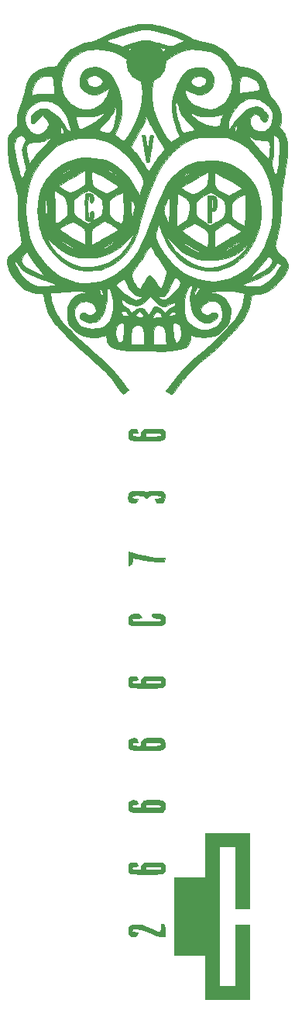
<source format=gts>
G04 #@! TF.FileFunction,Soldermask,Top*
%FSLAX46Y46*%
G04 Gerber Fmt 4.6, Leading zero omitted, Abs format (unit mm)*
G04 Created by KiCad (PCBNEW 4.0.5) date Saturday, July 08, 2017 'AMt' 10:16:17 AM*
%MOMM*%
%LPD*%
G01*
G04 APERTURE LIST*
%ADD10C,0.100000*%
%ADD11C,0.010000*%
%ADD12C,4.400000*%
G04 APERTURE END LIST*
D10*
D11*
G36*
X191667500Y-142761000D02*
X190207000Y-142761000D01*
X190207000Y-136030000D01*
X188429000Y-136030000D01*
X188429000Y-151270000D01*
X190207000Y-151270000D01*
X190207000Y-144539000D01*
X191667500Y-144539000D01*
X191667500Y-152730500D01*
X186905000Y-152730500D01*
X186905000Y-147904500D01*
X183476000Y-147904500D01*
X183476000Y-139395500D01*
X186905000Y-139395500D01*
X186905000Y-134569500D01*
X191667500Y-134569500D01*
X191667500Y-142761000D01*
X191667500Y-142761000D01*
G37*
X191667500Y-142761000D02*
X190207000Y-142761000D01*
X190207000Y-136030000D01*
X188429000Y-136030000D01*
X188429000Y-151270000D01*
X190207000Y-151270000D01*
X190207000Y-144539000D01*
X191667500Y-144539000D01*
X191667500Y-152730500D01*
X186905000Y-152730500D01*
X186905000Y-147904500D01*
X183476000Y-147904500D01*
X183476000Y-139395500D01*
X186905000Y-139395500D01*
X186905000Y-134569500D01*
X191667500Y-134569500D01*
X191667500Y-142761000D01*
G36*
X180917031Y-46295361D02*
X181649891Y-46419000D01*
X181838291Y-46460493D01*
X182691919Y-46677602D01*
X183457053Y-46921315D01*
X184171597Y-47205903D01*
X184873456Y-47545636D01*
X185217250Y-47732643D01*
X185413738Y-47839115D01*
X185595310Y-47925357D01*
X185785245Y-47998372D01*
X186006821Y-48065168D01*
X186283317Y-48132750D01*
X186638013Y-48208122D01*
X187094187Y-48298291D01*
X187101702Y-48299750D01*
X187676095Y-48461167D01*
X188256748Y-48715312D01*
X188795404Y-49040210D01*
X188907691Y-49122187D01*
X189238192Y-49399862D01*
X189529849Y-49710187D01*
X189813534Y-50088133D01*
X189968861Y-50324117D01*
X190209696Y-50640170D01*
X190462081Y-50839527D01*
X190741154Y-50932442D01*
X190881499Y-50942262D01*
X191422494Y-50999291D01*
X191957835Y-51160038D01*
X192449655Y-51410408D01*
X192758494Y-51640837D01*
X192983652Y-51857582D01*
X193165953Y-52082572D01*
X193317648Y-52339892D01*
X193450989Y-52653623D01*
X193578227Y-53047849D01*
X193695392Y-53482500D01*
X193776900Y-53725445D01*
X193904588Y-53969597D01*
X194094881Y-54241311D01*
X194364205Y-54566945D01*
X194388687Y-54595006D01*
X194739363Y-55069651D01*
X195001220Y-55581311D01*
X195157409Y-56096782D01*
X195161356Y-56117750D01*
X195193682Y-56349165D01*
X195194781Y-56563703D01*
X195162369Y-56813387D01*
X195121659Y-57021990D01*
X195012075Y-57545231D01*
X195249442Y-57807967D01*
X195412232Y-58014406D01*
X195555192Y-58239238D01*
X195604162Y-58336000D01*
X195737412Y-58752748D01*
X195818055Y-59274371D01*
X195846164Y-59890184D01*
X195821808Y-60589501D01*
X195745058Y-61361638D01*
X195615985Y-62195909D01*
X195577219Y-62404250D01*
X195478348Y-62935093D01*
X195398338Y-63407532D01*
X195334183Y-63849492D01*
X195282879Y-64288898D01*
X195241420Y-64753676D01*
X195206800Y-65271750D01*
X195176016Y-65871046D01*
X195156964Y-66309500D01*
X195128052Y-66921766D01*
X195094245Y-67434245D01*
X195051706Y-67874145D01*
X194996599Y-68268675D01*
X194925088Y-68645042D01*
X194833337Y-69030455D01*
X194717509Y-69452122D01*
X194710387Y-69476824D01*
X194630153Y-69779417D01*
X194566617Y-70066316D01*
X194527941Y-70297890D01*
X194520000Y-70401017D01*
X194579171Y-70706167D01*
X194757936Y-71029796D01*
X195058167Y-71374829D01*
X195267892Y-71567991D01*
X195559798Y-71840505D01*
X195754942Y-72076295D01*
X195868101Y-72299356D01*
X195914057Y-72533685D01*
X195917000Y-72621899D01*
X195894086Y-72853708D01*
X195818295Y-73094569D01*
X195679053Y-73366797D01*
X195465788Y-73692710D01*
X195304742Y-73914151D01*
X194834052Y-74491594D01*
X194368192Y-74950835D01*
X193895226Y-75299561D01*
X193403215Y-75545457D01*
X192880222Y-75696210D01*
X192450140Y-75752204D01*
X191930516Y-75788874D01*
X191755333Y-76621312D01*
X191669955Y-77003579D01*
X191586809Y-77306641D01*
X191489270Y-77576886D01*
X191360715Y-77860701D01*
X191195323Y-78184000D01*
X191084032Y-78392741D01*
X190983456Y-78570850D01*
X190881622Y-78732922D01*
X190766558Y-78893553D01*
X190626293Y-79067340D01*
X190448854Y-79268879D01*
X190222269Y-79512765D01*
X189934567Y-79813596D01*
X189573775Y-80185967D01*
X189442622Y-80320878D01*
X188744195Y-81024609D01*
X188104088Y-81638483D01*
X187507422Y-82176421D01*
X187027000Y-82581349D01*
X186290149Y-83212206D01*
X185578759Y-83880003D01*
X184911307Y-84565093D01*
X184306271Y-85247827D01*
X183782127Y-85908557D01*
X183445257Y-86390009D01*
X183327603Y-86553907D01*
X183229463Y-86662418D01*
X183185250Y-86689027D01*
X183100814Y-86653812D01*
X182954009Y-86565527D01*
X182850205Y-86495033D01*
X182578661Y-86302729D01*
X182868917Y-85887514D01*
X183708378Y-84784829D01*
X184658488Y-83721476D01*
X185724366Y-82692031D01*
X186574590Y-81962036D01*
X187248029Y-81388452D01*
X187925125Y-80766031D01*
X188632138Y-80070271D01*
X188937355Y-79757503D01*
X189311779Y-79368234D01*
X189609659Y-79053603D01*
X189843841Y-78798033D01*
X190027170Y-78585948D01*
X190172493Y-78401773D01*
X190292654Y-78229930D01*
X190400500Y-78054843D01*
X190508876Y-77860937D01*
X190522988Y-77834807D01*
X190690090Y-77508991D01*
X190813148Y-77222776D01*
X190909945Y-76926716D01*
X190998266Y-76571364D01*
X191030472Y-76423808D01*
X191195929Y-75647752D01*
X190733130Y-75544789D01*
X190356368Y-75477843D01*
X189923379Y-75428473D01*
X189459818Y-75396886D01*
X188991338Y-75383292D01*
X188543593Y-75387897D01*
X188142238Y-75410911D01*
X187812925Y-75452542D01*
X187581310Y-75512997D01*
X187566750Y-75519098D01*
X187471351Y-75563913D01*
X187449641Y-75592754D01*
X187516945Y-75614207D01*
X187688584Y-75636861D01*
X187798871Y-75649174D01*
X188281386Y-75749167D01*
X188685724Y-75939295D01*
X189024896Y-76229021D01*
X189311915Y-76627804D01*
X189418382Y-76826731D01*
X189544724Y-77100625D01*
X189616967Y-77316549D01*
X189648526Y-77524102D01*
X189653587Y-77696426D01*
X189598875Y-78192896D01*
X189447465Y-78698827D01*
X189215792Y-79174187D01*
X188920294Y-79578947D01*
X188850519Y-79652380D01*
X188403064Y-80012182D01*
X187889768Y-80269276D01*
X187323370Y-80420721D01*
X186716613Y-80463576D01*
X186082238Y-80394899D01*
X185855145Y-80343740D01*
X185617538Y-80288721D01*
X185426898Y-80255226D01*
X185316599Y-80248809D01*
X185305238Y-80252238D01*
X185269956Y-80331968D01*
X185249513Y-80489578D01*
X185247605Y-80553122D01*
X185199582Y-80873244D01*
X185072973Y-81176499D01*
X184889036Y-81417356D01*
X184815780Y-81477967D01*
X184641015Y-81572609D01*
X184388888Y-81658783D01*
X184046927Y-81739442D01*
X183602659Y-81817538D01*
X183058250Y-81894144D01*
X182721541Y-81932770D01*
X182414801Y-81955229D01*
X182100487Y-81962202D01*
X181741059Y-81954371D01*
X181298976Y-81932416D01*
X181216750Y-81927559D01*
X180742509Y-81904448D01*
X180201505Y-81886633D01*
X179653571Y-81875611D01*
X179158538Y-81872877D01*
X179057750Y-81873585D01*
X178373592Y-81868492D01*
X177803097Y-81836796D01*
X177335285Y-81776250D01*
X176959178Y-81684607D01*
X176663795Y-81559620D01*
X176438156Y-81399040D01*
X176362876Y-81321963D01*
X176248548Y-81179642D01*
X176175085Y-81043634D01*
X176127801Y-80873190D01*
X176092010Y-80627564D01*
X176082529Y-80544130D01*
X176056242Y-80367825D01*
X176026215Y-80251362D01*
X176015797Y-80232630D01*
X175940351Y-80230564D01*
X175784257Y-80263594D01*
X175645333Y-80304377D01*
X175058968Y-80436059D01*
X174470986Y-80459891D01*
X173898018Y-80382221D01*
X173356694Y-80209396D01*
X172863646Y-79947764D01*
X172672825Y-79794403D01*
X177081135Y-79794403D01*
X177083557Y-80113207D01*
X177118137Y-80414419D01*
X177180192Y-80670544D01*
X177265036Y-80854086D01*
X177362742Y-80936251D01*
X177511168Y-80955963D01*
X177629000Y-80956085D01*
X177729298Y-80931538D01*
X177796202Y-80852299D01*
X177852749Y-80686796D01*
X177867838Y-80628750D01*
X177903055Y-80429161D01*
X177906033Y-80401615D01*
X178772000Y-80401615D01*
X178772000Y-81232000D01*
X180169000Y-81232000D01*
X181185000Y-81232000D01*
X182597981Y-81232000D01*
X182569305Y-80517625D01*
X182536317Y-80069959D01*
X182473599Y-79728718D01*
X182374458Y-79475436D01*
X182232203Y-79291643D01*
X182086120Y-79184125D01*
X182055223Y-79171668D01*
X183292727Y-79171668D01*
X183298960Y-79421887D01*
X183325732Y-79728405D01*
X183368406Y-80057648D01*
X183422345Y-80376038D01*
X183482912Y-80650001D01*
X183545471Y-80845961D01*
X183572306Y-80898625D01*
X183647834Y-81003272D01*
X183717959Y-81031392D01*
X183827125Y-80987176D01*
X183923050Y-80931688D01*
X184076515Y-80790710D01*
X184173374Y-80574750D01*
X184216936Y-80270197D01*
X184210506Y-79863443D01*
X184204040Y-79775158D01*
X184176826Y-79513280D01*
X184142549Y-79290107D01*
X184107444Y-79144018D01*
X184097835Y-79121244D01*
X183980647Y-78998572D01*
X183806432Y-78917362D01*
X183613863Y-78883020D01*
X183441615Y-78900955D01*
X183328363Y-78976573D01*
X183311670Y-79011326D01*
X183292727Y-79171668D01*
X182055223Y-79171668D01*
X181826649Y-79079513D01*
X181611121Y-79093929D01*
X181439650Y-79227201D01*
X181312352Y-79479158D01*
X181229343Y-79849631D01*
X181190736Y-80338447D01*
X181187787Y-80517625D01*
X181185000Y-81232000D01*
X180169000Y-81232000D01*
X180169000Y-80576775D01*
X180149423Y-80060560D01*
X180089051Y-79660992D01*
X179985421Y-79373641D01*
X179836068Y-79194078D01*
X179638529Y-79117873D01*
X179390341Y-79140595D01*
X179372887Y-79145255D01*
X179160393Y-79238822D01*
X178966327Y-79377430D01*
X178951629Y-79391601D01*
X178878568Y-79468322D01*
X178828613Y-79542791D01*
X178797373Y-79639707D01*
X178780454Y-79783765D01*
X178773464Y-79999662D01*
X178772012Y-80312095D01*
X178772000Y-80401615D01*
X177906033Y-80401615D01*
X177933638Y-80146315D01*
X177955487Y-79823951D01*
X177963088Y-79612750D01*
X177978250Y-78914250D01*
X177724250Y-78898034D01*
X177480382Y-78915626D01*
X177306948Y-79014521D01*
X177188660Y-79209471D01*
X177115557Y-79485504D01*
X177081135Y-79794403D01*
X172672825Y-79794403D01*
X172435503Y-79603671D01*
X172088897Y-79183465D01*
X171919880Y-78882500D01*
X171843139Y-78704370D01*
X171794474Y-78538559D01*
X171767744Y-78347153D01*
X171756804Y-78092237D01*
X171755250Y-77866500D01*
X171756849Y-77728522D01*
X172513475Y-77728522D01*
X172519674Y-77971540D01*
X172645251Y-78358772D01*
X172837843Y-78725985D01*
X173074899Y-79037593D01*
X173333869Y-79258009D01*
X173335485Y-79259010D01*
X173649232Y-79395686D01*
X174046277Y-79481556D01*
X174492270Y-79513652D01*
X174952863Y-79489004D01*
X175299143Y-79428718D01*
X175740283Y-79264381D01*
X176110515Y-78995293D01*
X176410605Y-78620740D01*
X176539053Y-78360127D01*
X181036326Y-78360127D01*
X181053162Y-78389777D01*
X181145613Y-78378379D01*
X181329024Y-78332621D01*
X181559736Y-78282625D01*
X181774184Y-78252013D01*
X181855005Y-78247500D01*
X182025285Y-78233745D01*
X182092786Y-78177065D01*
X182070452Y-78062644D01*
X182836000Y-78062644D01*
X182890432Y-78107869D01*
X183028433Y-78118304D01*
X183212060Y-78096091D01*
X183403371Y-78043370D01*
X183441289Y-78028490D01*
X183584090Y-77953323D01*
X183658467Y-77883909D01*
X183661500Y-77871974D01*
X183608189Y-77791404D01*
X183483851Y-77716120D01*
X183341879Y-77676878D01*
X183321296Y-77676000D01*
X183216871Y-77714461D01*
X183075653Y-77807636D01*
X182939454Y-77922213D01*
X182850085Y-78024881D01*
X182836000Y-78062644D01*
X182070452Y-78062644D01*
X182068830Y-78054337D01*
X182010484Y-77929969D01*
X181872061Y-77723719D01*
X181726568Y-77640305D01*
X181571255Y-77673187D01*
X181451420Y-77772293D01*
X181302289Y-77941946D01*
X181156729Y-78141945D01*
X181071085Y-78284996D01*
X181036326Y-78360127D01*
X176539053Y-78360127D01*
X176620822Y-78194223D01*
X176639043Y-78128321D01*
X179263018Y-78128321D01*
X179266047Y-78131947D01*
X179371808Y-78183277D01*
X179552035Y-78228797D01*
X179754252Y-78258903D01*
X179925981Y-78263993D01*
X179962625Y-78259412D01*
X180079348Y-78193538D01*
X180105500Y-78119812D01*
X180060593Y-77996329D01*
X179950518Y-77845595D01*
X179812239Y-77707709D01*
X179682724Y-77622769D01*
X179637812Y-77612500D01*
X179548849Y-77658496D01*
X179439659Y-77771123D01*
X179337471Y-77912333D01*
X179269514Y-78044081D01*
X179263018Y-78128321D01*
X176639043Y-78128321D01*
X176716761Y-77847236D01*
X176733226Y-77727632D01*
X177672729Y-77727632D01*
X177680471Y-77858967D01*
X177784876Y-77988994D01*
X177912545Y-78060078D01*
X178082649Y-78104744D01*
X178257960Y-78115505D01*
X178396032Y-78093981D01*
X178454421Y-78041794D01*
X178454500Y-78039379D01*
X178405430Y-77894412D01*
X178285771Y-77739952D01*
X178136842Y-77626546D01*
X178105656Y-77612654D01*
X177897704Y-77575787D01*
X177749268Y-77623675D01*
X177672729Y-77727632D01*
X176733226Y-77727632D01*
X176775590Y-77419899D01*
X176795380Y-76953895D01*
X176774201Y-76490904D01*
X176764714Y-76426574D01*
X177704564Y-76426574D01*
X177733328Y-76654152D01*
X177853227Y-76880908D01*
X178036995Y-77060085D01*
X178093865Y-77094155D01*
X178250487Y-77199947D01*
X178439666Y-77360350D01*
X178563841Y-77482173D01*
X178831932Y-77764596D01*
X179071841Y-77559456D01*
X179389575Y-77326572D01*
X179666879Y-77211578D01*
X179912733Y-77215373D01*
X180136115Y-77338854D01*
X180346006Y-77582918D01*
X180416032Y-77693765D01*
X180527125Y-77877299D01*
X180610591Y-78007893D01*
X180648096Y-78057000D01*
X180685557Y-78006554D01*
X180766015Y-77875430D01*
X180853975Y-77723625D01*
X180989665Y-77504839D01*
X181133981Y-77302844D01*
X181212934Y-77208417D01*
X181380817Y-77082754D01*
X181563007Y-77060940D01*
X181772157Y-77146017D01*
X182020920Y-77341028D01*
X182107258Y-77423489D01*
X182271087Y-77579536D01*
X182400742Y-77692462D01*
X182469735Y-77739291D01*
X182471563Y-77739500D01*
X182534768Y-77696331D01*
X182654224Y-77584162D01*
X182777763Y-77455394D01*
X183026570Y-77233299D01*
X183254784Y-77130958D01*
X183259907Y-77129967D01*
X183392828Y-77093550D01*
X183481784Y-77024945D01*
X183546635Y-76903045D01*
X184561766Y-76903045D01*
X184563314Y-77320170D01*
X184595196Y-77766181D01*
X184658497Y-78117903D01*
X184764868Y-78406499D01*
X184925961Y-78663133D01*
X185153425Y-78918967D01*
X185165620Y-78931172D01*
X185590602Y-79271679D01*
X186059912Y-79495229D01*
X186564017Y-79599877D01*
X187093384Y-79583679D01*
X187638480Y-79444690D01*
X187654432Y-79438806D01*
X188030444Y-79245505D01*
X188352059Y-78976610D01*
X188587558Y-78660305D01*
X188632610Y-78569648D01*
X188737894Y-78192510D01*
X188750614Y-77778378D01*
X188675900Y-77367168D01*
X188518881Y-76998796D01*
X188410714Y-76842662D01*
X188198648Y-76661056D01*
X187923282Y-76527035D01*
X187646585Y-76470081D01*
X187626842Y-76469737D01*
X187316848Y-76519555D01*
X187002194Y-76654401D01*
X186716258Y-76851538D01*
X186492420Y-77088231D01*
X186368312Y-77326962D01*
X186377189Y-77491624D01*
X186471294Y-77678946D01*
X186624463Y-77850587D01*
X186804100Y-77965571D01*
X187046527Y-78043380D01*
X187222399Y-78035660D01*
X187362073Y-77938962D01*
X187396655Y-77898250D01*
X187569091Y-77771653D01*
X187785096Y-77738541D01*
X188000294Y-77800774D01*
X188094526Y-77868973D01*
X188191431Y-77960941D01*
X188224472Y-78026858D01*
X188204474Y-78121923D01*
X188165778Y-78232313D01*
X188034920Y-78434664D01*
X187810015Y-78613482D01*
X187523693Y-78754279D01*
X187208586Y-78842568D01*
X186897323Y-78863860D01*
X186775953Y-78849407D01*
X186388802Y-78715518D01*
X186027232Y-78472721D01*
X185713248Y-78139055D01*
X185505447Y-77807798D01*
X185320849Y-77327416D01*
X185213377Y-76783668D01*
X185186095Y-76216357D01*
X185195856Y-76120250D01*
X185619305Y-76120250D01*
X185802011Y-75866250D01*
X185951628Y-75649792D01*
X186099933Y-75422538D01*
X186135545Y-75365212D01*
X186224697Y-75211616D01*
X186249659Y-75125647D01*
X186214178Y-75067636D01*
X186167129Y-75030981D01*
X186047436Y-74970294D01*
X185981817Y-74964731D01*
X185923578Y-75036354D01*
X185850451Y-75199841D01*
X185773841Y-75422808D01*
X185705151Y-75672870D01*
X185664345Y-75866250D01*
X185619305Y-76120250D01*
X185195856Y-76120250D01*
X185242067Y-75665285D01*
X185316943Y-75358813D01*
X185395204Y-75073161D01*
X185417780Y-74892195D01*
X185382753Y-74805541D01*
X185288204Y-74802828D01*
X185218983Y-74829264D01*
X185051954Y-74968455D01*
X184901318Y-75215312D01*
X184772028Y-75551018D01*
X184669037Y-75956754D01*
X184597298Y-76413702D01*
X184561766Y-76903045D01*
X183546635Y-76903045D01*
X183551851Y-76893241D01*
X183623810Y-76681356D01*
X183637742Y-76615789D01*
X183612052Y-76593854D01*
X183525832Y-76619668D01*
X183358173Y-76697350D01*
X183235414Y-76757848D01*
X182839432Y-76938653D01*
X182518332Y-77039656D01*
X182245268Y-77057082D01*
X181993390Y-76987155D01*
X181735851Y-76826098D01*
X181445803Y-76570135D01*
X181369649Y-76495433D01*
X180933670Y-76062011D01*
X181753068Y-76062011D01*
X181801277Y-76152829D01*
X181931125Y-76242679D01*
X182225949Y-76335284D01*
X182529068Y-76305186D01*
X182810597Y-76162945D01*
X183011778Y-75995158D01*
X183256385Y-75758985D01*
X183515773Y-75485619D01*
X183761298Y-75206253D01*
X183964315Y-74952081D01*
X184083347Y-74776954D01*
X184104542Y-74732208D01*
X191046029Y-74732208D01*
X191091000Y-74777001D01*
X191242020Y-74827059D01*
X191281500Y-74840205D01*
X191379724Y-74853004D01*
X191576230Y-74864226D01*
X191842303Y-74872644D01*
X192142157Y-74876986D01*
X192476322Y-74876882D01*
X192715258Y-74868384D01*
X192890679Y-74846921D01*
X193034297Y-74807925D01*
X193177826Y-74746827D01*
X193233057Y-74719799D01*
X193446398Y-74582091D01*
X193709313Y-74365408D01*
X193997969Y-74094411D01*
X194288531Y-73793759D01*
X194557164Y-73488114D01*
X194780035Y-73202136D01*
X194933151Y-72960786D01*
X195122843Y-72598480D01*
X194955025Y-72430661D01*
X194830946Y-72331428D01*
X194736219Y-72298169D01*
X194723163Y-72302423D01*
X194660169Y-72375347D01*
X194560310Y-72525535D01*
X194461504Y-72692160D01*
X194219163Y-73013145D01*
X193860849Y-73331208D01*
X193397528Y-73639548D01*
X192840168Y-73931366D01*
X192199737Y-74199863D01*
X191806385Y-74338328D01*
X191494937Y-74451777D01*
X191255951Y-74560417D01*
X191102093Y-74656483D01*
X191046029Y-74732208D01*
X184104542Y-74732208D01*
X184178451Y-74576179D01*
X184185674Y-74417154D01*
X184096192Y-74268105D01*
X183901178Y-74097256D01*
X183892778Y-74090831D01*
X183724247Y-73974857D01*
X183593604Y-73927645D01*
X183485974Y-73959939D01*
X183386484Y-74082480D01*
X183280263Y-74306010D01*
X183160209Y-74619941D01*
X182970435Y-75091658D01*
X182782902Y-75454101D01*
X182587748Y-75724418D01*
X182443472Y-75866205D01*
X182277746Y-75980810D01*
X182119673Y-76015195D01*
X181997727Y-76005940D01*
X181820163Y-76007318D01*
X181753068Y-76062011D01*
X180933670Y-76062011D01*
X180871920Y-76000624D01*
X180460716Y-76395482D01*
X180162591Y-76660446D01*
X179903924Y-76835036D01*
X179653524Y-76934414D01*
X179380197Y-76973741D01*
X179266164Y-76976105D01*
X178988114Y-76949957D01*
X178710339Y-76865958D01*
X178402792Y-76712186D01*
X178073500Y-76502773D01*
X177724250Y-76265082D01*
X177704564Y-76426574D01*
X176764714Y-76426574D01*
X176717473Y-76106277D01*
X176627947Y-75746666D01*
X176528297Y-75452858D01*
X176425450Y-75235631D01*
X176326333Y-75105766D01*
X176237871Y-75074042D01*
X176166992Y-75151239D01*
X176145023Y-75215375D01*
X176128148Y-75340042D01*
X176114867Y-75554975D01*
X176107093Y-75823450D01*
X176105867Y-75967217D01*
X176073482Y-76482688D01*
X175983485Y-76997718D01*
X175844447Y-77488203D01*
X175664937Y-77930040D01*
X175453524Y-78299123D01*
X175218777Y-78571350D01*
X175163982Y-78616513D01*
X174925343Y-78735247D01*
X174610541Y-78804835D01*
X174261820Y-78822062D01*
X173921422Y-78783712D01*
X173721655Y-78726325D01*
X173464340Y-78591015D01*
X173273081Y-78418207D01*
X173158879Y-78229131D01*
X173132731Y-78045017D01*
X173205637Y-77887096D01*
X173261629Y-77838350D01*
X173491811Y-77745811D01*
X173725493Y-77770296D01*
X173927038Y-77906048D01*
X174051186Y-78014758D01*
X174183273Y-78049754D01*
X174337436Y-78038253D01*
X174618656Y-77952266D01*
X174806647Y-77786973D01*
X174893407Y-77550534D01*
X174898500Y-77466051D01*
X174839741Y-77154311D01*
X174676033Y-76887030D01*
X174426225Y-76680337D01*
X174109170Y-76550364D01*
X173783949Y-76512298D01*
X173516094Y-76534380D01*
X173295867Y-76608598D01*
X173079074Y-76754859D01*
X172911370Y-76905334D01*
X172724266Y-77143200D01*
X172586101Y-77432657D01*
X172513475Y-77728522D01*
X171756849Y-77728522D01*
X171758935Y-77548689D01*
X171774208Y-77319402D01*
X171807395Y-77140269D01*
X171864820Y-76972923D01*
X171924806Y-76838022D01*
X172135120Y-76487243D01*
X172411983Y-76165135D01*
X172720228Y-75908980D01*
X172898250Y-75805933D01*
X173102779Y-75734120D01*
X173367137Y-75674570D01*
X173565000Y-75647488D01*
X173782310Y-75625968D01*
X173890108Y-75605884D01*
X173905489Y-75578705D01*
X173845551Y-75535899D01*
X173819000Y-75520741D01*
X173637272Y-75457883D01*
X173354340Y-75418937D01*
X172965253Y-75403834D01*
X172465062Y-75412504D01*
X171848815Y-75444880D01*
X171296036Y-75485601D01*
X170891708Y-75518882D01*
X170532400Y-75549573D01*
X170236565Y-75576005D01*
X170022655Y-75596510D01*
X169909122Y-75609419D01*
X169895801Y-75612182D01*
X169901483Y-75676138D01*
X169930132Y-75839588D01*
X169977132Y-76078054D01*
X170037866Y-76367063D01*
X170040168Y-76377720D01*
X170133634Y-76771976D01*
X170233193Y-77093772D01*
X170358440Y-77396927D01*
X170528974Y-77735260D01*
X170546181Y-77767355D01*
X170647369Y-77951428D01*
X170744472Y-78114559D01*
X170849179Y-78270528D01*
X170973178Y-78433116D01*
X171128159Y-78616102D01*
X171325812Y-78833268D01*
X171577825Y-79098394D01*
X171895887Y-79425261D01*
X172291689Y-79827649D01*
X172306814Y-79842986D01*
X172993004Y-80525162D01*
X173635089Y-81136034D01*
X174222015Y-81665328D01*
X174708000Y-82074816D01*
X175733653Y-82972524D01*
X176709155Y-83963694D01*
X177573104Y-84978500D01*
X177823444Y-85300429D01*
X178047524Y-85597925D01*
X178233533Y-85854496D01*
X178369660Y-86053649D01*
X178444095Y-86178893D01*
X178454500Y-86209265D01*
X178407355Y-86258191D01*
X178290498Y-86349944D01*
X178140794Y-86458281D01*
X177995108Y-86556963D01*
X177890305Y-86619748D01*
X177864122Y-86629500D01*
X177816470Y-86581294D01*
X177724865Y-86457954D01*
X177657931Y-86359625D01*
X177167569Y-85677750D01*
X176580225Y-84963147D01*
X175914517Y-84235677D01*
X175189060Y-83515207D01*
X174422473Y-82821599D01*
X174041250Y-82500658D01*
X173477644Y-82023568D01*
X172922780Y-81523222D01*
X172350580Y-80975196D01*
X171734963Y-80355064D01*
X171584824Y-80200015D01*
X171201833Y-79801633D01*
X170895325Y-79478593D01*
X170652749Y-79215674D01*
X170461551Y-78997655D01*
X170309178Y-78809317D01*
X170183078Y-78635437D01*
X170070699Y-78460797D01*
X169959486Y-78270174D01*
X169889539Y-78144416D01*
X169710714Y-77807914D01*
X169582308Y-77529214D01*
X169486003Y-77259327D01*
X169403485Y-76949264D01*
X169345853Y-76690246D01*
X169280073Y-76382176D01*
X169221259Y-76108660D01*
X169175911Y-75899799D01*
X169150802Y-75786875D01*
X169112487Y-75698660D01*
X169027249Y-75656041D01*
X168858536Y-75643247D01*
X168817165Y-75642897D01*
X168441503Y-75612244D01*
X168015535Y-75531702D01*
X167599011Y-75414758D01*
X167309618Y-75302629D01*
X167262898Y-75275588D01*
X175304296Y-75275588D01*
X175323337Y-75418258D01*
X175389196Y-75601709D01*
X175502113Y-75806530D01*
X175518869Y-75831669D01*
X175628750Y-75993250D01*
X175648642Y-75715869D01*
X175644406Y-75505027D01*
X175583040Y-75356038D01*
X175525658Y-75286403D01*
X175405698Y-75190248D01*
X175331830Y-75193114D01*
X175304296Y-75275588D01*
X167262898Y-75275588D01*
X166965175Y-75103273D01*
X166621099Y-74816509D01*
X166263690Y-74429690D01*
X165997064Y-74091044D01*
X165692901Y-73662426D01*
X165471801Y-73296151D01*
X165322988Y-72968982D01*
X165235691Y-72657680D01*
X165200925Y-72373750D01*
X165201148Y-72234913D01*
X166011427Y-72234913D01*
X166050534Y-72421592D01*
X166165447Y-72708214D01*
X166169859Y-72717723D01*
X166453754Y-73221971D01*
X166829942Y-73728548D01*
X167270184Y-74199767D01*
X167304893Y-74232535D01*
X167606586Y-74485973D01*
X167898754Y-74658502D01*
X168228720Y-74772727D01*
X168580250Y-74841788D01*
X168773977Y-74857552D01*
X169043738Y-74861388D01*
X169355885Y-74854907D01*
X169676771Y-74839714D01*
X169972747Y-74817418D01*
X170210165Y-74789627D01*
X170355377Y-74757947D01*
X170358250Y-74756838D01*
X170532667Y-74687699D01*
X177121000Y-74687699D01*
X177163860Y-74779397D01*
X177277249Y-74931945D01*
X177438379Y-75120050D01*
X177624462Y-75318418D01*
X177812711Y-75501754D01*
X177980338Y-75644764D01*
X177989438Y-75651657D01*
X178382336Y-75928041D01*
X178740217Y-76143656D01*
X179048460Y-76291339D01*
X179292443Y-76363925D01*
X179437916Y-76361366D01*
X179568525Y-76303860D01*
X179743227Y-76204530D01*
X179803041Y-76166258D01*
X179945782Y-76069260D01*
X180031212Y-76006308D01*
X180042000Y-75995395D01*
X179985209Y-75987774D01*
X179841663Y-75983227D01*
X179758586Y-75982666D01*
X179422898Y-75921297D01*
X179093392Y-75745341D01*
X178783143Y-75467024D01*
X178505225Y-75098571D01*
X178272714Y-74652207D01*
X178233660Y-74556827D01*
X178122255Y-74302983D01*
X178029240Y-74161418D01*
X177951225Y-74120000D01*
X177851580Y-74154085D01*
X177693131Y-74241485D01*
X177508468Y-74359915D01*
X177330181Y-74487088D01*
X177190861Y-74600722D01*
X177123098Y-74678530D01*
X177121000Y-74687699D01*
X170532667Y-74687699D01*
X170548750Y-74681324D01*
X170368703Y-74586293D01*
X170246495Y-74533620D01*
X170029341Y-74451596D01*
X169743244Y-74349605D01*
X169414208Y-74237028D01*
X169242885Y-74180087D01*
X168569707Y-73944671D01*
X168007731Y-73715421D01*
X167542039Y-73483584D01*
X167157713Y-73240408D01*
X166839834Y-72977141D01*
X166573484Y-72685030D01*
X166477809Y-72557838D01*
X166281317Y-72309638D01*
X166133580Y-72175425D01*
X166041363Y-72151687D01*
X166011427Y-72234913D01*
X165201148Y-72234913D01*
X165201422Y-72065121D01*
X165205250Y-72048100D01*
X166728500Y-72048100D01*
X166768045Y-72202497D01*
X166815101Y-72293131D01*
X166984346Y-72506930D01*
X167253710Y-72735542D01*
X167630058Y-72983828D01*
X168120258Y-73256651D01*
X168320730Y-73359204D01*
X168676745Y-73534540D01*
X168934477Y-73652523D01*
X169106542Y-73717683D01*
X169205560Y-73734551D01*
X169244148Y-73707657D01*
X169245819Y-73691375D01*
X169206462Y-73627430D01*
X169099928Y-73487515D01*
X168942088Y-73291738D01*
X168748815Y-73060211D01*
X168732089Y-73040500D01*
X168483695Y-72735852D01*
X168221081Y-72393585D01*
X167981124Y-72062671D01*
X167847512Y-71865750D01*
X167685413Y-71617748D01*
X167541782Y-71399840D01*
X167435240Y-71240170D01*
X167392042Y-71177207D01*
X167342742Y-71124718D01*
X167288941Y-71128442D01*
X167209814Y-71202965D01*
X167084535Y-71362873D01*
X167038348Y-71424939D01*
X166856507Y-71687104D01*
X166755606Y-71885564D01*
X166728500Y-72048100D01*
X165205250Y-72048100D01*
X165255654Y-71824028D01*
X165380896Y-71616965D01*
X165594426Y-71410424D01*
X165766468Y-71276977D01*
X166111843Y-70990470D01*
X166407891Y-70684308D01*
X166627343Y-70388151D01*
X166691638Y-70270700D01*
X166733814Y-70173151D01*
X166757675Y-70077512D01*
X166762258Y-69958375D01*
X166746598Y-69790332D01*
X166709732Y-69547975D01*
X166651395Y-69209871D01*
X166554551Y-68655429D01*
X166478420Y-68204627D01*
X166420932Y-67836165D01*
X166380019Y-67528744D01*
X166353611Y-67261064D01*
X166339639Y-67011824D01*
X166336035Y-66759725D01*
X166339369Y-66563500D01*
X167257668Y-66563500D01*
X167302139Y-67632677D01*
X167438066Y-68619634D01*
X167669226Y-69534022D01*
X167999394Y-70385495D01*
X168432344Y-71183706D01*
X168971852Y-71938308D01*
X169621692Y-72658953D01*
X169654105Y-72691250D01*
X170154133Y-73156843D01*
X170628059Y-73528606D01*
X171106535Y-73826323D01*
X171620214Y-74069776D01*
X172024332Y-74220954D01*
X172723190Y-74422794D01*
X173379314Y-74530896D01*
X174031010Y-74549307D01*
X174624030Y-74495537D01*
X175412572Y-74332365D01*
X176162013Y-74064581D01*
X176882306Y-73686818D01*
X177085352Y-73544008D01*
X178804736Y-73544008D01*
X178807907Y-73748777D01*
X178881788Y-74025634D01*
X179017695Y-74347542D01*
X179131892Y-74562419D01*
X179327855Y-74868908D01*
X179498483Y-75056765D01*
X179650534Y-75130234D01*
X179790766Y-75093559D01*
X179868112Y-75024875D01*
X179938139Y-74920616D01*
X180043580Y-74732670D01*
X180167054Y-74492853D01*
X180235004Y-74353209D01*
X180409708Y-74018979D01*
X180567338Y-73800670D01*
X180718589Y-73698729D01*
X180874155Y-73713605D01*
X181044731Y-73845746D01*
X181241011Y-74095601D01*
X181437713Y-74403620D01*
X181629239Y-74706931D01*
X181778553Y-74905441D01*
X181898240Y-75008919D01*
X182000886Y-75027134D01*
X182099075Y-74969853D01*
X182128889Y-74940113D01*
X182200635Y-74818601D01*
X182286216Y-74607715D01*
X182376913Y-74338532D01*
X182464009Y-74042128D01*
X182538786Y-73749578D01*
X182592527Y-73491958D01*
X182616514Y-73300343D01*
X182610876Y-73221944D01*
X182562279Y-73127017D01*
X182453868Y-72947059D01*
X182297990Y-72701547D01*
X182106993Y-72409959D01*
X181911106Y-72118090D01*
X181686156Y-71781167D01*
X181473610Y-71452771D01*
X181289312Y-71158133D01*
X181149104Y-70922481D01*
X181079665Y-70794065D01*
X180983670Y-70608900D01*
X180907223Y-70480568D01*
X180870146Y-70439002D01*
X180826067Y-70491051D01*
X180732004Y-70631043D01*
X180602035Y-70837263D01*
X180459259Y-71072836D01*
X180281046Y-71357947D01*
X180051158Y-71705407D01*
X179795530Y-72077041D01*
X179540097Y-72434671D01*
X179462149Y-72540576D01*
X179249479Y-72834046D01*
X179063516Y-73103926D01*
X178918210Y-73328926D01*
X178827508Y-73487757D01*
X178804736Y-73544008D01*
X177085352Y-73544008D01*
X177583406Y-73193709D01*
X178275269Y-72579888D01*
X178391000Y-72464847D01*
X178632497Y-72212544D01*
X178855082Y-71958810D01*
X179064054Y-71693289D01*
X179264713Y-71405625D01*
X179462359Y-71085459D01*
X179662290Y-70722435D01*
X179869808Y-70306197D01*
X180090210Y-69826387D01*
X180328797Y-69272648D01*
X180590867Y-68634623D01*
X180881722Y-67901956D01*
X181206660Y-67064290D01*
X181362990Y-66656660D01*
X181384002Y-66602282D01*
X182328000Y-66602282D01*
X182351369Y-66752222D01*
X182414656Y-66984614D01*
X182507627Y-67265235D01*
X182597875Y-67504910D01*
X182867750Y-68182750D01*
X182907075Y-67706500D01*
X182922639Y-67453706D01*
X182935922Y-67117772D01*
X182945512Y-66742555D01*
X182949993Y-66373000D01*
X182948061Y-66026849D01*
X182940194Y-65700079D01*
X182927614Y-65427308D01*
X182911542Y-65243155D01*
X182909645Y-65230000D01*
X182865704Y-64944250D01*
X182596852Y-65660872D01*
X182490229Y-65963614D01*
X182403612Y-66244843D01*
X182346451Y-66471469D01*
X182328000Y-66602282D01*
X181384002Y-66602282D01*
X181632792Y-65958430D01*
X181869253Y-65365953D01*
X182080268Y-64864867D01*
X182273730Y-64440805D01*
X182447030Y-64100052D01*
X184233319Y-64100052D01*
X184242938Y-64149415D01*
X184320297Y-64219961D01*
X184480531Y-64326193D01*
X184689055Y-64452904D01*
X184993292Y-64633328D01*
X185215340Y-64753987D01*
X185382097Y-64820148D01*
X185520463Y-64837076D01*
X185657334Y-64810039D01*
X185819610Y-64744300D01*
X185926125Y-64695098D01*
X186322105Y-64491909D01*
X186651544Y-64285015D01*
X186897168Y-64086886D01*
X187041705Y-63909993D01*
X187056707Y-63878872D01*
X187097524Y-63728383D01*
X187137496Y-63493439D01*
X187863094Y-63493439D01*
X187883425Y-63772143D01*
X187936099Y-63977534D01*
X188030127Y-64136047D01*
X188174524Y-64274121D01*
X188290132Y-64358875D01*
X188520257Y-64508792D01*
X188774189Y-64660060D01*
X189022946Y-64797054D01*
X189237549Y-64904149D01*
X189389020Y-64965723D01*
X189432095Y-64974557D01*
X189521093Y-64947028D01*
X189695210Y-64871313D01*
X189927820Y-64759582D01*
X190147992Y-64647296D01*
X190407795Y-64507642D01*
X190627771Y-64382339D01*
X190781931Y-64286630D01*
X190841179Y-64240713D01*
X190843766Y-64193550D01*
X190785556Y-64121905D01*
X190658720Y-64020737D01*
X190455431Y-63885007D01*
X190167859Y-63709674D01*
X189788178Y-63489701D01*
X189308558Y-63220046D01*
X188932000Y-63011605D01*
X187884250Y-62434280D01*
X187866093Y-63114982D01*
X187863094Y-63493439D01*
X187137496Y-63493439D01*
X187138170Y-63489479D01*
X187172778Y-63200618D01*
X187188468Y-63015580D01*
X187234965Y-62356910D01*
X186956357Y-62516652D01*
X186815436Y-62597229D01*
X186586091Y-62728110D01*
X186290274Y-62896778D01*
X185949937Y-63090719D01*
X185587033Y-63297415D01*
X185534750Y-63327185D01*
X185183758Y-63527671D01*
X184864992Y-63710959D01*
X184596975Y-63866301D01*
X184398231Y-63982948D01*
X184287285Y-64050152D01*
X184276305Y-64057367D01*
X184233319Y-64100052D01*
X182447030Y-64100052D01*
X182457533Y-64079402D01*
X182639572Y-63766295D01*
X182827740Y-63487117D01*
X183029932Y-63227504D01*
X183254041Y-62973091D01*
X183286788Y-62939098D01*
X184429064Y-62939098D01*
X184506353Y-62920324D01*
X184645619Y-62859679D01*
X184823610Y-62769245D01*
X185017073Y-62661103D01*
X185202755Y-62547335D01*
X185357403Y-62440020D01*
X185407750Y-62399571D01*
X185474191Y-62335417D01*
X185458746Y-62323845D01*
X185352565Y-62367724D01*
X185146799Y-62469921D01*
X185072006Y-62508410D01*
X184826383Y-62642467D01*
X184615213Y-62770544D01*
X184471089Y-62872341D01*
X184437006Y-62903922D01*
X184429064Y-62939098D01*
X183286788Y-62939098D01*
X183507961Y-62709513D01*
X183561539Y-62655907D01*
X184153212Y-62141971D01*
X184788835Y-61740513D01*
X185489374Y-61439109D01*
X185759455Y-61353298D01*
X186128894Y-61272778D01*
X186585684Y-61214593D01*
X187091933Y-61180025D01*
X187609749Y-61170358D01*
X188101240Y-61186873D01*
X188528513Y-61230852D01*
X188665771Y-61254953D01*
X189460606Y-61478891D01*
X190199216Y-61813891D01*
X190872796Y-62253199D01*
X191472544Y-62790065D01*
X191989655Y-63417734D01*
X192415325Y-64129455D01*
X192416433Y-64131666D01*
X192709870Y-64855107D01*
X192897821Y-65631575D01*
X192981876Y-66445800D01*
X192963619Y-67282510D01*
X192844639Y-68126436D01*
X192626523Y-68962305D01*
X192310857Y-69774847D01*
X191899228Y-70548791D01*
X191720813Y-70825418D01*
X191251917Y-71411458D01*
X190686120Y-71943176D01*
X190047998Y-72403295D01*
X189362126Y-72774535D01*
X188653081Y-73039621D01*
X188519250Y-73076182D01*
X188087976Y-73152602D01*
X187584178Y-73187428D01*
X187055162Y-73181134D01*
X186548233Y-73134192D01*
X186129772Y-73052265D01*
X185365447Y-72784845D01*
X184663347Y-72408104D01*
X184023008Y-71921558D01*
X183443964Y-71324725D01*
X182925751Y-70617120D01*
X182467904Y-69798262D01*
X182352513Y-69528419D01*
X182658393Y-69528419D01*
X182659833Y-69564807D01*
X182700845Y-69657232D01*
X182709597Y-69675000D01*
X183106119Y-70343704D01*
X183601027Y-70963530D01*
X184176561Y-71520207D01*
X184814958Y-71999465D01*
X185498457Y-72387035D01*
X186209295Y-72668645D01*
X186550750Y-72761021D01*
X186984015Y-72817594D01*
X187494750Y-72812615D01*
X188050312Y-72747810D01*
X188485955Y-72658750D01*
X189184867Y-72434471D01*
X189814234Y-72114362D01*
X190401718Y-71684320D01*
X190408317Y-71678699D01*
X190599232Y-71505997D01*
X190816872Y-71293572D01*
X191044760Y-71059517D01*
X191266414Y-70821929D01*
X191465355Y-70598902D01*
X191625104Y-70408533D01*
X191729180Y-70268915D01*
X191761103Y-70198144D01*
X191759376Y-70195209D01*
X191705012Y-70224566D01*
X191576608Y-70323396D01*
X191394057Y-70475702D01*
X191202674Y-70642818D01*
X190604503Y-71120724D01*
X189998965Y-71489346D01*
X189365124Y-71756423D01*
X188682045Y-71929694D01*
X187928791Y-72016900D01*
X187447240Y-72031105D01*
X186714193Y-71998602D01*
X186048310Y-71891546D01*
X185431821Y-71701753D01*
X184846954Y-71421039D01*
X184275936Y-71041219D01*
X183700995Y-70554108D01*
X183235595Y-70091480D01*
X183231269Y-70086956D01*
X184296500Y-70086956D01*
X184349063Y-70142668D01*
X184492012Y-70244580D01*
X184703235Y-70379957D01*
X184960618Y-70536066D01*
X185242049Y-70700172D01*
X185525417Y-70859541D01*
X185788608Y-71001439D01*
X186009511Y-71113131D01*
X186166012Y-71181884D01*
X186225150Y-71197637D01*
X186237255Y-71159960D01*
X186200274Y-71102272D01*
X186171429Y-71078372D01*
X188896311Y-71078372D01*
X188921875Y-71089344D01*
X189035204Y-71047097D01*
X189214636Y-70962860D01*
X189438507Y-70847866D01*
X189685153Y-70713346D01*
X189932911Y-70570532D01*
X190160116Y-70430656D01*
X190216629Y-70393857D01*
X190468565Y-70221787D01*
X190617552Y-70108148D01*
X190671737Y-70049837D01*
X190639269Y-70043754D01*
X190528296Y-70086796D01*
X190346965Y-70175862D01*
X190103427Y-70307850D01*
X189805828Y-70479658D01*
X189492401Y-70669541D01*
X189255904Y-70819539D01*
X189061020Y-70950089D01*
X188932773Y-71044027D01*
X188896311Y-71078372D01*
X186171429Y-71078372D01*
X186109000Y-71026647D01*
X185938772Y-70915026D01*
X185710954Y-70778804D01*
X185446912Y-70629375D01*
X185168009Y-70478134D01*
X184895610Y-70336474D01*
X184651080Y-70215790D01*
X184455784Y-70127475D01*
X184331086Y-70082925D01*
X184296500Y-70086956D01*
X183231269Y-70086956D01*
X182985127Y-69829598D01*
X182811679Y-69653402D01*
X182705888Y-69555479D01*
X182658393Y-69528419D01*
X182352513Y-69528419D01*
X182070073Y-68867935D01*
X184351799Y-68867935D01*
X184361642Y-68883228D01*
X184467593Y-68979769D01*
X184658315Y-69123545D01*
X184914719Y-69302560D01*
X185217717Y-69504818D01*
X185548218Y-69718324D01*
X185887135Y-69931082D01*
X186215378Y-70131096D01*
X186513859Y-70306372D01*
X186763489Y-70444912D01*
X186945178Y-70534723D01*
X187036288Y-70564000D01*
X187105455Y-70533609D01*
X187152536Y-70425926D01*
X187188317Y-70216183D01*
X187188550Y-70214321D01*
X187216264Y-69837621D01*
X187214700Y-69772287D01*
X187852500Y-69772287D01*
X187852500Y-70621830D01*
X189297125Y-69793285D01*
X189686442Y-69569342D01*
X190039694Y-69364893D01*
X190341807Y-69188762D01*
X190577708Y-69049776D01*
X190732323Y-68956760D01*
X190789882Y-68919313D01*
X190755731Y-68873567D01*
X190635314Y-68777468D01*
X190451369Y-68645833D01*
X190226637Y-68493475D01*
X189983856Y-68335209D01*
X189745765Y-68185850D01*
X189535104Y-68060214D01*
X189374612Y-67973114D01*
X189287028Y-67939366D01*
X189285716Y-67939333D01*
X189178798Y-67973669D01*
X188998323Y-68064582D01*
X188773430Y-68193925D01*
X188533256Y-68343555D01*
X188306936Y-68495324D01*
X188123609Y-68631089D01*
X188013131Y-68731844D01*
X187948120Y-68815218D01*
X187903517Y-68900082D01*
X187875490Y-69011279D01*
X187860201Y-69173647D01*
X187853817Y-69412029D01*
X187852501Y-69751264D01*
X187852500Y-69772287D01*
X187214700Y-69772287D01*
X187207675Y-69478915D01*
X187165872Y-69169332D01*
X187093940Y-68940001D01*
X187055784Y-68875497D01*
X186951775Y-68775072D01*
X186766222Y-68631613D01*
X186527370Y-68465919D01*
X186316211Y-68330909D01*
X186078487Y-68182214D01*
X185903433Y-68079551D01*
X185764532Y-68025120D01*
X185635267Y-68021120D01*
X185489120Y-68069748D01*
X185299575Y-68173204D01*
X185040115Y-68333687D01*
X184849096Y-68452558D01*
X184592884Y-68615604D01*
X184434102Y-68730785D01*
X184358492Y-68810697D01*
X184351799Y-68867935D01*
X182070073Y-68867935D01*
X182069957Y-68867666D01*
X182049318Y-68811923D01*
X181898875Y-68402438D01*
X183725000Y-68402438D01*
X184185375Y-68108881D01*
X184421666Y-67952462D01*
X184636605Y-67800158D01*
X184791459Y-67679660D01*
X184815851Y-67658115D01*
X184943745Y-67492668D01*
X185036246Y-67257061D01*
X185097163Y-66935216D01*
X185130305Y-66511050D01*
X185134004Y-66392028D01*
X185820737Y-66392028D01*
X185828916Y-66752485D01*
X185863311Y-67016727D01*
X185938230Y-67214980D01*
X186067982Y-67377469D01*
X186266874Y-67534422D01*
X186404517Y-67625252D01*
X186673863Y-67794588D01*
X186931235Y-67951754D01*
X187153449Y-68083075D01*
X187317321Y-68174878D01*
X187399664Y-68213488D01*
X187402582Y-68213899D01*
X187466357Y-68185713D01*
X187614064Y-68109944D01*
X187818594Y-68000646D01*
X187910582Y-67950501D01*
X188297721Y-67734735D01*
X188586478Y-67557977D01*
X188791190Y-67400729D01*
X188926198Y-67243495D01*
X189005839Y-67066778D01*
X189044453Y-66851081D01*
X189055430Y-66598685D01*
X189725750Y-66598685D01*
X189726739Y-66911298D01*
X189733598Y-67124468D01*
X189752167Y-67265750D01*
X189788283Y-67362701D01*
X189847785Y-67442876D01*
X189920489Y-67517797D01*
X190035967Y-67615083D01*
X190218772Y-67749705D01*
X190440840Y-67903177D01*
X190674102Y-68057012D01*
X190890491Y-68192727D01*
X191061939Y-68291835D01*
X191160380Y-68335851D01*
X191163306Y-68336331D01*
X191176922Y-68277394D01*
X191192641Y-68109424D01*
X191209381Y-67850347D01*
X191226058Y-67518090D01*
X191241589Y-67130580D01*
X191248369Y-66928625D01*
X191258988Y-66563500D01*
X192170500Y-66563500D01*
X192193733Y-66615767D01*
X192212833Y-66605833D01*
X192220433Y-66530473D01*
X192212833Y-66521166D01*
X192175082Y-66529883D01*
X192170500Y-66563500D01*
X191258988Y-66563500D01*
X191265071Y-66354349D01*
X191274751Y-65894741D01*
X191276841Y-65537632D01*
X191270774Y-65270853D01*
X191255983Y-65082238D01*
X191231901Y-64959616D01*
X191197961Y-64890820D01*
X191153596Y-64863682D01*
X191152111Y-64863387D01*
X191049212Y-64888469D01*
X190873560Y-64973607D01*
X190652780Y-65101049D01*
X190414494Y-65253044D01*
X190186324Y-65411840D01*
X189995893Y-65559687D01*
X189870825Y-65678833D01*
X189857996Y-65695031D01*
X189799455Y-65789064D01*
X189761021Y-65900007D01*
X189738632Y-66055603D01*
X189728229Y-66283592D01*
X189725750Y-66598685D01*
X189055430Y-66598685D01*
X189056378Y-66576907D01*
X189056749Y-66392028D01*
X189048013Y-66045270D01*
X189018917Y-65796779D01*
X188960732Y-65618354D01*
X188864733Y-65481797D01*
X188741500Y-65373452D01*
X188613837Y-65284694D01*
X188422759Y-65161985D01*
X188195067Y-65021333D01*
X187957564Y-64878747D01*
X187737050Y-64750236D01*
X187560328Y-64651809D01*
X187454200Y-64599475D01*
X187438234Y-64595000D01*
X187368318Y-64625706D01*
X187212442Y-64709406D01*
X186993377Y-64833468D01*
X186733895Y-64985261D01*
X186722754Y-64991875D01*
X186386246Y-65197630D01*
X186145685Y-65368346D01*
X185985043Y-65528900D01*
X185888293Y-65704174D01*
X185839406Y-65919045D01*
X185822354Y-66198395D01*
X185820737Y-66392028D01*
X185134004Y-66392028D01*
X185136759Y-66303381D01*
X185137444Y-65983846D01*
X185121739Y-65763743D01*
X185086528Y-65616200D01*
X185048394Y-65541381D01*
X184955804Y-65446530D01*
X184793657Y-65320618D01*
X184588941Y-65180291D01*
X184368642Y-65042194D01*
X184159747Y-64922974D01*
X183989245Y-64839276D01*
X183884121Y-64807746D01*
X183867089Y-64812743D01*
X183847301Y-64892078D01*
X183826492Y-65079632D01*
X183805584Y-65356637D01*
X183785501Y-65704327D01*
X183767165Y-66103935D01*
X183751499Y-66536694D01*
X183739426Y-66983838D01*
X183731867Y-67426599D01*
X183730342Y-67594094D01*
X183725000Y-68402438D01*
X181898875Y-68402438D01*
X181784482Y-68091078D01*
X181606449Y-68557379D01*
X181508591Y-68858115D01*
X181445451Y-69142713D01*
X181428416Y-69321292D01*
X181475335Y-69626506D01*
X181608367Y-69996432D01*
X181815927Y-70414639D01*
X182086431Y-70864699D01*
X182408294Y-71330181D01*
X182769930Y-71794656D01*
X183159755Y-72241692D01*
X183566184Y-72654862D01*
X183977632Y-73017734D01*
X184106000Y-73118670D01*
X184437873Y-73344171D01*
X184841940Y-73577011D01*
X185278406Y-73797516D01*
X185707476Y-73986013D01*
X186089355Y-74122831D01*
X186199524Y-74153613D01*
X187049023Y-74305362D01*
X187895041Y-74330695D01*
X188731499Y-74230172D01*
X189552316Y-74004350D01*
X190037627Y-73806738D01*
X191916500Y-73806738D01*
X191946239Y-73845914D01*
X192042435Y-73833340D01*
X192215559Y-73764944D01*
X192476080Y-73636657D01*
X192800357Y-73463109D01*
X193273774Y-73178543D01*
X193659077Y-72893686D01*
X193947836Y-72616733D01*
X194131625Y-72355881D01*
X194202015Y-72119324D01*
X194202500Y-72099716D01*
X194153140Y-71931933D01*
X194031757Y-71772339D01*
X193878396Y-71664799D01*
X193785993Y-71643500D01*
X193654745Y-71683844D01*
X193556979Y-71821998D01*
X193544566Y-71849875D01*
X193473511Y-71963417D01*
X193331386Y-72149715D01*
X193134266Y-72389141D01*
X192898226Y-72662068D01*
X192686464Y-72897584D01*
X192439106Y-73171481D01*
X192224731Y-73415754D01*
X192057083Y-73614175D01*
X191949902Y-73750517D01*
X191916500Y-73806738D01*
X190037627Y-73806738D01*
X190055411Y-73799497D01*
X190845330Y-73367398D01*
X191563546Y-72832790D01*
X192206912Y-72200074D01*
X192772280Y-71473648D01*
X193256504Y-70657910D01*
X193656435Y-69757260D01*
X193968927Y-68776097D01*
X194119357Y-68119250D01*
X194172904Y-67746869D01*
X194209571Y-67281305D01*
X194229403Y-66755241D01*
X194232445Y-66201360D01*
X194218741Y-65652346D01*
X194188337Y-65140882D01*
X194141277Y-64699652D01*
X194114455Y-64531500D01*
X193879085Y-63543693D01*
X193544015Y-62629734D01*
X193103467Y-61777986D01*
X193002734Y-61631730D01*
X194119772Y-61631730D01*
X194188595Y-61954823D01*
X194323185Y-62274047D01*
X194432888Y-62493176D01*
X194504460Y-62614510D01*
X194555482Y-62654385D01*
X194603537Y-62629132D01*
X194648796Y-62576550D01*
X194712734Y-62445520D01*
X194776428Y-62227757D01*
X194828449Y-61963034D01*
X194832130Y-61938524D01*
X194869974Y-61630874D01*
X194904695Y-61258658D01*
X194934982Y-60848463D01*
X194959521Y-60426875D01*
X194977000Y-60020481D01*
X194986107Y-59655868D01*
X194985529Y-59359623D01*
X194973954Y-59158333D01*
X194970564Y-59134000D01*
X194924622Y-58923881D01*
X194865791Y-58745370D01*
X194846968Y-58705374D01*
X194722681Y-58548533D01*
X194561866Y-58434336D01*
X194407316Y-58389380D01*
X194352756Y-58398222D01*
X194299894Y-58434421D01*
X194275974Y-58509684D01*
X194278242Y-58652580D01*
X194303945Y-58891678D01*
X194304641Y-58897329D01*
X194340365Y-59323343D01*
X194349435Y-59773773D01*
X194333267Y-60211603D01*
X194293275Y-60599816D01*
X194230872Y-60901396D01*
X194227664Y-60912000D01*
X194133874Y-61299501D01*
X194119772Y-61631730D01*
X193002734Y-61631730D01*
X192551662Y-60976812D01*
X192067235Y-60408507D01*
X191481399Y-59830921D01*
X190897591Y-59370438D01*
X190302304Y-59018114D01*
X189682028Y-58765005D01*
X189503500Y-58711107D01*
X189259635Y-58664469D01*
X188916090Y-58628445D01*
X188499032Y-58603066D01*
X188034630Y-58588359D01*
X187549052Y-58584355D01*
X187068468Y-58591083D01*
X186619045Y-58608573D01*
X186226952Y-58636854D01*
X185918357Y-58675956D01*
X185775931Y-58706908D01*
X185220039Y-58896069D01*
X184707310Y-59142335D01*
X184212444Y-59461469D01*
X183710140Y-59869232D01*
X183317723Y-60238338D01*
X182767938Y-60852145D01*
X182239341Y-61583332D01*
X181735909Y-62423451D01*
X181261621Y-63364055D01*
X180820457Y-64396693D01*
X180416397Y-65512918D01*
X180053418Y-66704282D01*
X179789875Y-67728586D01*
X179597583Y-68474035D01*
X179395648Y-69117553D01*
X179174140Y-69684207D01*
X178923129Y-70199066D01*
X178632683Y-70687198D01*
X178595076Y-70744611D01*
X178123851Y-71350725D01*
X177553651Y-71904600D01*
X176907970Y-72387618D01*
X176210302Y-72781163D01*
X175804310Y-72956044D01*
X175615877Y-73022764D01*
X175435641Y-73070593D01*
X175233810Y-73103716D01*
X174980593Y-73126318D01*
X174646198Y-73142583D01*
X174422250Y-73150178D01*
X173763281Y-73151739D01*
X173197237Y-73106006D01*
X172695940Y-73003948D01*
X172231214Y-72836532D01*
X171774883Y-72594725D01*
X171298770Y-72269494D01*
X171033168Y-72063724D01*
X170412699Y-71512448D01*
X169900470Y-70930834D01*
X169477806Y-70293197D01*
X169126032Y-69573851D01*
X169077969Y-69452750D01*
X169414699Y-69452750D01*
X169657436Y-69897250D01*
X170109828Y-70626924D01*
X170612608Y-71244956D01*
X171175837Y-71760128D01*
X171809576Y-72181225D01*
X172523883Y-72517029D01*
X172755963Y-72602652D01*
X173053683Y-72697311D01*
X173312112Y-72753166D01*
X173588896Y-72779508D01*
X173891360Y-72785650D01*
X174240255Y-72774358D01*
X174618712Y-72743642D01*
X174957156Y-72699532D01*
X175026917Y-72687203D01*
X175329777Y-72621479D01*
X175637994Y-72541221D01*
X175889039Y-72462835D01*
X175907057Y-72456298D01*
X176375092Y-72238548D01*
X176869629Y-71929411D01*
X177362396Y-71552079D01*
X177825120Y-71129747D01*
X178229530Y-70685607D01*
X178484248Y-70342066D01*
X178602528Y-70147132D01*
X178732715Y-69907209D01*
X178862705Y-69648245D01*
X178980393Y-69396192D01*
X179073675Y-69176999D01*
X179130446Y-69016616D01*
X179138602Y-68940992D01*
X179138064Y-68940398D01*
X179091519Y-68974266D01*
X178995621Y-69089370D01*
X178870972Y-69260945D01*
X178868757Y-69264158D01*
X178594231Y-69609106D01*
X178236961Y-69978391D01*
X177823428Y-70350807D01*
X177380114Y-70705149D01*
X176933500Y-71020211D01*
X176510068Y-71274790D01*
X176146759Y-71443801D01*
X175561795Y-71617583D01*
X174913343Y-71732951D01*
X174239499Y-71787647D01*
X173578357Y-71779409D01*
X172968013Y-71705978D01*
X172707750Y-71647830D01*
X172123749Y-71461462D01*
X171582450Y-71216829D01*
X171059592Y-70899338D01*
X170963793Y-70825960D01*
X175565250Y-70825960D01*
X175724000Y-70782082D01*
X175882113Y-70725523D01*
X176080636Y-70638626D01*
X176136750Y-70611378D01*
X176321884Y-70508553D01*
X176522894Y-70380991D01*
X176713393Y-70247803D01*
X176866997Y-70128100D01*
X176957320Y-70040994D01*
X176968263Y-70009096D01*
X176903132Y-70024363D01*
X176756735Y-70091307D01*
X176555966Y-70195040D01*
X176327716Y-70320674D01*
X176098878Y-70453319D01*
X175896344Y-70578088D01*
X175747005Y-70680092D01*
X175724000Y-70697967D01*
X175565250Y-70825960D01*
X170963793Y-70825960D01*
X170530917Y-70494398D01*
X170013474Y-70027213D01*
X169801672Y-69824010D01*
X170898000Y-69824010D01*
X170948535Y-69874222D01*
X171083485Y-69972870D01*
X171277870Y-70103884D01*
X171506708Y-70251192D01*
X171745017Y-70398725D01*
X171967815Y-70530410D01*
X172150120Y-70630176D01*
X172155041Y-70632680D01*
X172367784Y-70739763D01*
X172488231Y-70796125D01*
X172537146Y-70808893D01*
X172535291Y-70785196D01*
X172519220Y-70757689D01*
X172449080Y-70696437D01*
X172298637Y-70593968D01*
X172090576Y-70463346D01*
X171847580Y-70317635D01*
X171592334Y-70169900D01*
X171347522Y-70033203D01*
X171135827Y-69920610D01*
X170979935Y-69845184D01*
X170902528Y-69819989D01*
X170898000Y-69824010D01*
X169801672Y-69824010D01*
X169414699Y-69452750D01*
X169077969Y-69452750D01*
X169009534Y-69280324D01*
X168800390Y-68645996D01*
X170946447Y-68645996D01*
X171004818Y-68717640D01*
X171141235Y-68824859D01*
X171290659Y-68932272D01*
X171605140Y-69148587D01*
X171951881Y-69374174D01*
X172311919Y-69598050D01*
X172666292Y-69809236D01*
X172996038Y-69996751D01*
X173282194Y-70149615D01*
X173505799Y-70256846D01*
X173647890Y-70307464D01*
X173669819Y-70310000D01*
X173712792Y-70279410D01*
X173738445Y-70174894D01*
X173749537Y-69977335D01*
X173749937Y-69754375D01*
X173749761Y-69747470D01*
X174394862Y-69747470D01*
X174394883Y-70007327D01*
X174402315Y-70196741D01*
X174414641Y-70281321D01*
X174425788Y-70312846D01*
X174440558Y-70334463D01*
X174470735Y-70340412D01*
X174528099Y-70324932D01*
X174624433Y-70282264D01*
X174771520Y-70206648D01*
X174981140Y-70092324D01*
X175265077Y-69933533D01*
X175635112Y-69724515D01*
X176103027Y-69459511D01*
X176149155Y-69433390D01*
X176563665Y-69200774D01*
X176876743Y-69023359D01*
X177094157Y-68888255D01*
X177221678Y-68782570D01*
X177265074Y-68693410D01*
X177230115Y-68607886D01*
X177122570Y-68513104D01*
X176948208Y-68396173D01*
X176712799Y-68244201D01*
X176688511Y-68228162D01*
X176422924Y-68056538D01*
X176190266Y-67914202D01*
X176013336Y-67814538D01*
X175914931Y-67770928D01*
X175908065Y-67770046D01*
X175808501Y-67803059D01*
X175632413Y-67890708D01*
X175408143Y-68015989D01*
X175164034Y-68161896D01*
X174928426Y-68311425D01*
X174729662Y-68447572D01*
X174596082Y-68553332D01*
X174585191Y-68563756D01*
X174517662Y-68640383D01*
X174471591Y-68729186D01*
X174441479Y-68856784D01*
X174421826Y-69049795D01*
X174407134Y-69334838D01*
X174402684Y-69447165D01*
X174394862Y-69747470D01*
X173749761Y-69747470D01*
X173742243Y-69453150D01*
X173726888Y-69156903D01*
X173706885Y-68920770D01*
X173702312Y-68883493D01*
X173677859Y-68730229D01*
X173638344Y-68620279D01*
X173560896Y-68526497D01*
X173422643Y-68421739D01*
X173200713Y-68278859D01*
X173184000Y-68268332D01*
X172873011Y-68075714D01*
X172638730Y-67948354D01*
X172450932Y-67882991D01*
X172279391Y-67876366D01*
X172093882Y-67925221D01*
X171864181Y-68026295D01*
X171697781Y-68108064D01*
X171438961Y-68243119D01*
X171214405Y-68372278D01*
X171054941Y-68477193D01*
X171002363Y-68521930D01*
X170950752Y-68588052D01*
X170946447Y-68645996D01*
X168800390Y-68645996D01*
X168781020Y-68587250D01*
X168631054Y-67916795D01*
X168550950Y-67220184D01*
X168531302Y-66595250D01*
X168551784Y-66079846D01*
X169312003Y-66079846D01*
X169318924Y-66414490D01*
X169350979Y-66744353D01*
X169406943Y-67026611D01*
X169421625Y-67075849D01*
X169532750Y-67420750D01*
X169550383Y-66513379D01*
X169552631Y-66179032D01*
X169546693Y-65884249D01*
X169533682Y-65655225D01*
X169514710Y-65518158D01*
X169507223Y-65497379D01*
X169459151Y-65436944D01*
X169416914Y-65475923D01*
X169378465Y-65567508D01*
X169331441Y-65783244D01*
X169312003Y-66079846D01*
X168551784Y-66079846D01*
X168562606Y-65807537D01*
X168662928Y-65105345D01*
X168839290Y-64463355D01*
X168867863Y-64396487D01*
X170373243Y-64396487D01*
X170401659Y-66133856D01*
X170410838Y-66593654D01*
X170422386Y-67013471D01*
X170435573Y-67376067D01*
X170449672Y-67664202D01*
X170463955Y-67860638D01*
X170477693Y-67948134D01*
X170478317Y-67949282D01*
X170556476Y-67964890D01*
X170709617Y-67917591D01*
X170911585Y-67821294D01*
X171136228Y-67689910D01*
X171357392Y-67537348D01*
X171543141Y-67382957D01*
X171787000Y-67154664D01*
X171783214Y-66589207D01*
X171779259Y-66469369D01*
X172437010Y-66469369D01*
X172493852Y-66829872D01*
X172611609Y-67090459D01*
X172691161Y-67182886D01*
X172798574Y-67267095D01*
X172977187Y-67390475D01*
X173200125Y-67536263D01*
X173440512Y-67687695D01*
X173671474Y-67828008D01*
X173866134Y-67940437D01*
X173997616Y-68008219D01*
X174033946Y-68020449D01*
X174107354Y-67991060D01*
X174266238Y-67908357D01*
X174487491Y-67784888D01*
X174748003Y-67633204D01*
X174758245Y-67627125D01*
X175096005Y-67421287D01*
X175337778Y-67251389D01*
X175498919Y-67092279D01*
X175594781Y-66918805D01*
X175640719Y-66705815D01*
X175652086Y-66428159D01*
X175647390Y-66170625D01*
X175637407Y-65867564D01*
X175622654Y-65662049D01*
X175596739Y-65527835D01*
X176359000Y-65527835D01*
X176359000Y-66271071D01*
X176365471Y-66671227D01*
X176395480Y-66971980D01*
X176464921Y-67200700D01*
X176589687Y-67384753D01*
X176785673Y-67551506D01*
X177068772Y-67728329D01*
X177271283Y-67841949D01*
X177466035Y-67948047D01*
X177582030Y-68002247D01*
X177651872Y-68013707D01*
X177708164Y-67991587D01*
X177737899Y-67973030D01*
X177816000Y-67868393D01*
X177874700Y-67662755D01*
X177914503Y-67350816D01*
X177935916Y-66927282D01*
X177939442Y-66386855D01*
X177938436Y-66329122D01*
X178776475Y-66329122D01*
X178777744Y-66728119D01*
X178784112Y-67066176D01*
X178794890Y-67327091D01*
X178809391Y-67494662D01*
X178826928Y-67552686D01*
X178828364Y-67552159D01*
X178869678Y-67478547D01*
X178930732Y-67312719D01*
X179000531Y-67085686D01*
X179024852Y-66998023D01*
X179112081Y-66584689D01*
X179126703Y-66220168D01*
X179065719Y-65855324D01*
X178930554Y-65452250D01*
X178780950Y-65071250D01*
X178776475Y-66329122D01*
X177938436Y-66329122D01*
X177931687Y-65942047D01*
X177920246Y-65550328D01*
X177906948Y-65203007D01*
X177892801Y-64919665D01*
X177878813Y-64719883D01*
X177865994Y-64623240D01*
X177863460Y-64617793D01*
X177787403Y-64622702D01*
X177631991Y-64682490D01*
X177424191Y-64782574D01*
X177190970Y-64908372D01*
X176959294Y-65045303D01*
X176756130Y-65178784D01*
X176608444Y-65294232D01*
X176602708Y-65299542D01*
X176359000Y-65527835D01*
X175596739Y-65527835D01*
X175596123Y-65524649D01*
X175550805Y-65425928D01*
X175479693Y-65336453D01*
X175438250Y-65292244D01*
X175318785Y-65188016D01*
X175131485Y-65047734D01*
X174902870Y-64888695D01*
X174659462Y-64728198D01*
X174427780Y-64583543D01*
X174234344Y-64472027D01*
X174105676Y-64410950D01*
X174077256Y-64404500D01*
X173982032Y-64437884D01*
X173809056Y-64527041D01*
X173585009Y-64655474D01*
X173336572Y-64806690D01*
X173090427Y-64964191D01*
X172873255Y-65111484D01*
X172711738Y-65232074D01*
X172651473Y-65285960D01*
X172560578Y-65393695D01*
X172503136Y-65508874D01*
X172468480Y-65667583D01*
X172445944Y-65905910D01*
X172439699Y-66002456D01*
X172437010Y-66469369D01*
X171779259Y-66469369D01*
X171766950Y-66096503D01*
X171724129Y-65715843D01*
X171652602Y-65434641D01*
X171553857Y-65245121D01*
X171446244Y-65137839D01*
X171261325Y-64989025D01*
X171030377Y-64823019D01*
X170901007Y-64737034D01*
X170373243Y-64396487D01*
X168867863Y-64396487D01*
X169065640Y-63933642D01*
X170778397Y-63933642D01*
X171076323Y-64116775D01*
X171494844Y-64366511D01*
X171813014Y-64539529D01*
X172030609Y-64635711D01*
X172126553Y-64657349D01*
X172233958Y-64629660D01*
X172419189Y-64554813D01*
X172648777Y-64446827D01*
X172739666Y-64400552D01*
X173000576Y-64255102D01*
X173247741Y-64100766D01*
X173436100Y-63966061D01*
X173467144Y-63940177D01*
X173698813Y-63737750D01*
X173737284Y-62951263D01*
X173750888Y-62673126D01*
X174418475Y-62673126D01*
X174430473Y-62951031D01*
X174446187Y-63135398D01*
X174485155Y-63467201D01*
X174537378Y-63703170D01*
X174615827Y-63874470D01*
X174733473Y-64012267D01*
X174851727Y-64109737D01*
X175035588Y-64233985D01*
X175267998Y-64371232D01*
X175517091Y-64505050D01*
X175750998Y-64619012D01*
X175937853Y-64696690D01*
X176039420Y-64722000D01*
X176145697Y-64694654D01*
X176331024Y-64621672D01*
X176562105Y-64516637D01*
X176657678Y-64469798D01*
X176899246Y-64341639D01*
X177105997Y-64218835D01*
X177243944Y-64122038D01*
X177270068Y-64097698D01*
X177331549Y-64016099D01*
X177321609Y-63950618D01*
X177226568Y-63863152D01*
X177170412Y-63820100D01*
X176957897Y-63670785D01*
X176680473Y-63492925D01*
X176358255Y-63297652D01*
X176011355Y-63096098D01*
X175659888Y-62899396D01*
X175323966Y-62718678D01*
X175023703Y-62565077D01*
X174779213Y-62449724D01*
X174610609Y-62383753D01*
X174554938Y-62372500D01*
X174478351Y-62400392D01*
X174433649Y-62495090D01*
X174418475Y-62673126D01*
X173750888Y-62673126D01*
X173775754Y-62164776D01*
X173464002Y-62346743D01*
X173315098Y-62434106D01*
X173078612Y-62573395D01*
X172776227Y-62751815D01*
X172429629Y-62956566D01*
X172060505Y-63174852D01*
X171965323Y-63231176D01*
X170778397Y-63933642D01*
X169065640Y-63933642D01*
X169098713Y-63856246D01*
X169448220Y-63258700D01*
X169462694Y-63236861D01*
X169899052Y-62681421D01*
X171115886Y-62681421D01*
X171198761Y-62657693D01*
X171390432Y-62568811D01*
X171518935Y-62504118D01*
X171734464Y-62388310D01*
X171962146Y-62257073D01*
X172178922Y-62125000D01*
X172335473Y-62023684D01*
X175937910Y-62023684D01*
X175946250Y-62039793D01*
X176036704Y-62111612D01*
X176199250Y-62223159D01*
X176405034Y-62356507D01*
X176625207Y-62493725D01*
X176830915Y-62616886D01*
X176993309Y-62708059D01*
X177083536Y-62749315D01*
X177089250Y-62750088D01*
X177087031Y-62715063D01*
X177004682Y-62628848D01*
X176962250Y-62592563D01*
X176850087Y-62512829D01*
X176685680Y-62410357D01*
X176493540Y-62298482D01*
X176298181Y-62190541D01*
X176124115Y-62099870D01*
X175995854Y-62039806D01*
X175937910Y-62023684D01*
X172335473Y-62023684D01*
X172361735Y-62006688D01*
X172427368Y-61959750D01*
X175787500Y-61959750D01*
X175819250Y-61991500D01*
X175851000Y-61959750D01*
X175819250Y-61928000D01*
X175787500Y-61959750D01*
X172427368Y-61959750D01*
X172487523Y-61916730D01*
X172533230Y-61869721D01*
X172526946Y-61866125D01*
X172439720Y-61894662D01*
X172272384Y-61972126D01*
X172054204Y-62082903D01*
X171814449Y-62211380D01*
X171582385Y-62341943D01*
X171387280Y-62458980D01*
X171275976Y-62533480D01*
X171141670Y-62640011D01*
X171115886Y-62681421D01*
X169899052Y-62681421D01*
X169949376Y-62617364D01*
X170529108Y-62072266D01*
X171184544Y-61613188D01*
X171898336Y-61251748D01*
X172653138Y-60999567D01*
X172879697Y-60948027D01*
X173475974Y-60865801D01*
X174120546Y-60844843D01*
X174776051Y-60882307D01*
X175405123Y-60975349D01*
X175970399Y-61121123D01*
X176185582Y-61199729D01*
X176782225Y-61500942D01*
X177373337Y-61910450D01*
X177940386Y-62410216D01*
X178464845Y-62982204D01*
X178928181Y-63608375D01*
X179284046Y-64215841D01*
X179418509Y-64468952D01*
X179535870Y-64673928D01*
X179622481Y-64807928D01*
X179662326Y-64849000D01*
X179711406Y-64792780D01*
X179785147Y-64642896D01*
X179872332Y-64427509D01*
X179961743Y-64174781D01*
X180042163Y-63912874D01*
X180057536Y-63856812D01*
X180088267Y-63631165D01*
X180059548Y-63379852D01*
X179965699Y-63084437D01*
X179801043Y-62726484D01*
X179590563Y-62340750D01*
X179258424Y-61797468D01*
X178919813Y-61325612D01*
X178538018Y-60877597D01*
X178163800Y-60491508D01*
X177503403Y-59903069D01*
X177248710Y-59725752D01*
X178698333Y-59725752D01*
X179107147Y-60112501D01*
X179305613Y-60316441D01*
X179499769Y-60553487D01*
X179706627Y-60846957D01*
X179943202Y-61220167D01*
X180074740Y-61438564D01*
X180259253Y-61741690D01*
X180423504Y-61998268D01*
X180556211Y-62191731D01*
X180646093Y-62305511D01*
X180680092Y-62327564D01*
X180728964Y-62259913D01*
X180834641Y-62104640D01*
X180984556Y-61880503D01*
X181166142Y-61606257D01*
X181309472Y-61388250D01*
X181525589Y-61066239D01*
X181740208Y-60759966D01*
X181934685Y-60495109D01*
X182090374Y-60297345D01*
X182154149Y-60224970D01*
X182262906Y-60107748D01*
X182334140Y-60007451D01*
X182363159Y-59905359D01*
X182345273Y-59782751D01*
X182275790Y-59620907D01*
X182150018Y-59401108D01*
X181963267Y-59104634D01*
X181816122Y-58876155D01*
X181609360Y-58540765D01*
X181375016Y-58136907D01*
X181139343Y-57711134D01*
X180928595Y-57310002D01*
X180892438Y-57238213D01*
X180437245Y-56326677D01*
X180358952Y-56571463D01*
X180258633Y-56830869D01*
X180101864Y-57169376D01*
X179902501Y-57560319D01*
X179674399Y-57977034D01*
X179431413Y-58392857D01*
X179310659Y-58588930D01*
X179139049Y-58868992D01*
X178983859Y-59134370D01*
X178863207Y-59353340D01*
X178799160Y-59484439D01*
X178698333Y-59725752D01*
X177248710Y-59725752D01*
X176832726Y-59436146D01*
X176139007Y-59085278D01*
X175409482Y-58845006D01*
X174631388Y-58709869D01*
X173914250Y-58673577D01*
X173079476Y-58715768D01*
X172322629Y-58846874D01*
X171626747Y-59071395D01*
X170974872Y-59393831D01*
X170802750Y-59499192D01*
X170558871Y-59677039D01*
X170257513Y-59930857D01*
X169921387Y-60238136D01*
X169573205Y-60576368D01*
X169235678Y-60923042D01*
X168931517Y-61255648D01*
X168683433Y-61551678D01*
X168552003Y-61729954D01*
X168101418Y-62509213D01*
X167745637Y-63369914D01*
X167485825Y-64307704D01*
X167323149Y-65318228D01*
X167258774Y-66397134D01*
X167257668Y-66563500D01*
X166339369Y-66563500D01*
X166340730Y-66483467D01*
X166351654Y-66161750D01*
X166352684Y-66134731D01*
X166365161Y-65771298D01*
X166369249Y-65468819D01*
X166361077Y-65204272D01*
X166336771Y-64954636D01*
X166292459Y-64696890D01*
X166224266Y-64408012D01*
X166128321Y-64064981D01*
X166000749Y-63644775D01*
X165856033Y-63182660D01*
X165679065Y-62603984D01*
X165542539Y-62111475D01*
X165440637Y-61673021D01*
X165367545Y-61256514D01*
X165317445Y-60829843D01*
X165284521Y-60360898D01*
X165266441Y-59927750D01*
X165253337Y-59452944D01*
X165253372Y-59375767D01*
X165978762Y-59375767D01*
X165987717Y-59718330D01*
X166031980Y-60146987D01*
X166108812Y-60644648D01*
X166215472Y-61194225D01*
X166349220Y-61778628D01*
X166507315Y-62380768D01*
X166554953Y-62548084D01*
X166623663Y-62788603D01*
X166676213Y-62978920D01*
X166704390Y-63089023D01*
X166707000Y-63103709D01*
X166756372Y-63133505D01*
X166772979Y-63134500D01*
X166829352Y-63081132D01*
X166920386Y-62939423D01*
X167028886Y-62736964D01*
X167058729Y-62675916D01*
X167163512Y-62439262D01*
X167241150Y-62229597D01*
X167277448Y-62086100D01*
X167278500Y-62069436D01*
X167263394Y-61955998D01*
X167221936Y-61746515D01*
X167159909Y-61467806D01*
X167083098Y-61146693D01*
X167056250Y-61039000D01*
X166975351Y-60703287D01*
X166907628Y-60394676D01*
X166858998Y-60142252D01*
X166835377Y-59975094D01*
X166834838Y-59963603D01*
X167303982Y-59963603D01*
X167310983Y-60202092D01*
X167353583Y-60431455D01*
X167411514Y-60687441D01*
X167477143Y-60942852D01*
X167542838Y-61170493D01*
X167600963Y-61343167D01*
X167643887Y-61433680D01*
X167658099Y-61438771D01*
X167712214Y-61370334D01*
X167825896Y-61224077D01*
X167981377Y-61022921D01*
X168125492Y-60835826D01*
X168329516Y-60582523D01*
X168592331Y-60273597D01*
X168883575Y-59943874D01*
X169172888Y-59628180D01*
X169244498Y-59552219D01*
X169560169Y-59217189D01*
X169789300Y-58966044D01*
X169934693Y-58792407D01*
X169999151Y-58689904D01*
X169985475Y-58652156D01*
X169896468Y-58672789D01*
X169734930Y-58745425D01*
X169559975Y-58834293D01*
X169322409Y-58954330D01*
X169135866Y-59033490D01*
X168959141Y-59082048D01*
X168751023Y-59110279D01*
X168470306Y-59128459D01*
X168358796Y-59133814D01*
X168030079Y-59153551D01*
X167803761Y-59179610D01*
X167655257Y-59216435D01*
X167559978Y-59268468D01*
X167545482Y-59280785D01*
X167432450Y-59447286D01*
X167347822Y-59691112D01*
X167303982Y-59963603D01*
X166834838Y-59963603D01*
X166834050Y-59946855D01*
X166861379Y-59781335D01*
X166932705Y-59554955D01*
X167024550Y-59334673D01*
X167120141Y-59119944D01*
X167188502Y-58942219D01*
X167214995Y-58839591D01*
X167215000Y-58838968D01*
X167166312Y-58730701D01*
X167046686Y-58595464D01*
X166895777Y-58468722D01*
X166753241Y-58385942D01*
X166692848Y-58372000D01*
X166559111Y-58423374D01*
X166395757Y-58556658D01*
X166230801Y-58740589D01*
X166092256Y-58943905D01*
X166008139Y-59135345D01*
X166007857Y-59136386D01*
X165978762Y-59375767D01*
X165253372Y-59375767D01*
X165253507Y-59082302D01*
X165272945Y-58793192D01*
X165317641Y-58562987D01*
X165393589Y-58369058D01*
X165506782Y-58188776D01*
X165663211Y-57999511D01*
X165822667Y-57827318D01*
X166262499Y-57362626D01*
X166262499Y-56886188D01*
X166270756Y-56760657D01*
X167110147Y-56760657D01*
X167197449Y-57140940D01*
X167402208Y-57540923D01*
X167468077Y-57640409D01*
X167747844Y-57957737D01*
X168069060Y-58168697D01*
X168415901Y-58268277D01*
X168772547Y-58251463D01*
X169063807Y-58145971D01*
X169250714Y-58010301D01*
X169443262Y-57809694D01*
X169558924Y-57652431D01*
X171027995Y-57652431D01*
X171033307Y-57946202D01*
X171060155Y-58130124D01*
X171116782Y-58220651D01*
X171211431Y-58234235D01*
X171305556Y-58206456D01*
X171382566Y-58144011D01*
X171391853Y-58029505D01*
X171330791Y-57845554D01*
X171215500Y-57610000D01*
X171030991Y-57260750D01*
X171027995Y-57652431D01*
X169558924Y-57652431D01*
X169608285Y-57585316D01*
X169712615Y-57378335D01*
X169727930Y-57321631D01*
X169731503Y-57127691D01*
X169661361Y-56923390D01*
X169506722Y-56685931D01*
X169323416Y-56466292D01*
X169069907Y-56181250D01*
X168670856Y-56616118D01*
X168425083Y-56871068D01*
X168236400Y-57032795D01*
X168088217Y-57111513D01*
X167963942Y-57117441D01*
X167897625Y-57092262D01*
X167823891Y-57012870D01*
X167790753Y-56856248D01*
X167786500Y-56725942D01*
X167847734Y-56380413D01*
X168022606Y-56059524D01*
X168297872Y-55782462D01*
X168548500Y-55622083D01*
X168855034Y-55500102D01*
X169155294Y-55469487D01*
X169477362Y-55532197D01*
X169849321Y-55690184D01*
X169899640Y-55716162D01*
X170193207Y-55902666D01*
X170511265Y-56157912D01*
X170823012Y-56451987D01*
X171097648Y-56754981D01*
X171304370Y-57036981D01*
X171359392Y-57133750D01*
X171539428Y-57455591D01*
X171717119Y-57716426D01*
X171878743Y-57899004D01*
X172010576Y-57986076D01*
X172041398Y-57991000D01*
X172113689Y-57979014D01*
X172152745Y-57930756D01*
X172157371Y-57834965D01*
X175241901Y-57834965D01*
X175252160Y-57842729D01*
X175724653Y-58004613D01*
X176097265Y-58089175D01*
X176370790Y-58096514D01*
X176546021Y-58026731D01*
X176566390Y-58006875D01*
X176713943Y-57778077D01*
X176848970Y-57443583D01*
X176966387Y-57024478D01*
X177061110Y-56541846D01*
X177128058Y-56016775D01*
X177159584Y-55546250D01*
X177188898Y-54784250D01*
X177009290Y-55292250D01*
X176849542Y-55710531D01*
X176684244Y-56058708D01*
X176491482Y-56370716D01*
X176249337Y-56680491D01*
X175935894Y-57021969D01*
X175807616Y-57152908D01*
X175535225Y-57434113D01*
X175353377Y-57637507D01*
X175257220Y-57769116D01*
X175241901Y-57834965D01*
X172157371Y-57834965D01*
X172157719Y-57827770D01*
X172127760Y-57651602D01*
X172062021Y-57383798D01*
X172003427Y-57165500D01*
X171775377Y-56497567D01*
X171760871Y-56469734D01*
X172735724Y-56469734D01*
X172758110Y-56613924D01*
X172814804Y-56848074D01*
X172842706Y-56953860D01*
X172912303Y-57211116D01*
X172972079Y-57425559D01*
X173012876Y-57564608D01*
X173022687Y-57594125D01*
X173110789Y-57658362D01*
X173288490Y-57666695D01*
X173532173Y-57620772D01*
X173769024Y-57542081D01*
X174282517Y-57293142D01*
X174799654Y-56955233D01*
X175277647Y-56557596D01*
X175431258Y-56406124D01*
X175611850Y-56212016D01*
X175748191Y-56051801D01*
X175823087Y-55946519D01*
X175830613Y-55917446D01*
X175759484Y-55924362D01*
X175606192Y-55976842D01*
X175402281Y-56063890D01*
X175377465Y-56075407D01*
X174987946Y-56233114D01*
X174603985Y-56331096D01*
X174186874Y-56375493D01*
X173697907Y-56372446D01*
X173554144Y-56364634D01*
X173266269Y-56350427D01*
X173020532Y-56345079D01*
X172847733Y-56348867D01*
X172784796Y-56357765D01*
X172745376Y-56392136D01*
X172735724Y-56469734D01*
X171760871Y-56469734D01*
X171482103Y-55934856D01*
X171118750Y-55470856D01*
X170680467Y-55099057D01*
X170296287Y-54875135D01*
X170058384Y-54764799D01*
X169866175Y-54699472D01*
X169667523Y-54667631D01*
X169410294Y-54657753D01*
X169310906Y-54657349D01*
X169024309Y-54662752D01*
X168812917Y-54686570D01*
X168625138Y-54740026D01*
X168409381Y-54834344D01*
X168338262Y-54868948D01*
X167923110Y-55134788D01*
X167579450Y-55492969D01*
X167295590Y-55955854D01*
X167279806Y-55988052D01*
X167138275Y-56382288D01*
X167110147Y-56760657D01*
X166270756Y-56760657D01*
X166302183Y-56282926D01*
X166426671Y-55740232D01*
X166562815Y-55387500D01*
X166740447Y-54964607D01*
X166881760Y-54558386D01*
X167001541Y-54121061D01*
X167027136Y-54004167D01*
X167858237Y-54004167D01*
X167873070Y-54054000D01*
X167948230Y-54039184D01*
X168108138Y-54000768D01*
X168272993Y-53958750D01*
X168569039Y-53906874D01*
X168976307Y-53874750D01*
X169480388Y-53863504D01*
X169491164Y-53863500D01*
X170343646Y-53863500D01*
X170313650Y-53084873D01*
X170298334Y-52803880D01*
X171155252Y-52803880D01*
X171224484Y-53403493D01*
X171404022Y-53976197D01*
X171485810Y-54151407D01*
X171780492Y-54600485D01*
X172158658Y-54972715D01*
X172601290Y-55261526D01*
X173089367Y-55460347D01*
X173603871Y-55562605D01*
X174125782Y-55561729D01*
X174636080Y-55451147D01*
X174914980Y-55336255D01*
X175364827Y-55047011D01*
X175751391Y-54662296D01*
X176050261Y-54207545D01*
X176102717Y-54098641D01*
X176212317Y-53835297D01*
X176294192Y-53599305D01*
X176341354Y-53415527D01*
X176346814Y-53308824D01*
X176329488Y-53291999D01*
X176261843Y-53325473D01*
X176118381Y-53414147D01*
X175927335Y-53540405D01*
X175882817Y-53570727D01*
X175443880Y-53820942D01*
X175023881Y-53951061D01*
X174606052Y-53962867D01*
X174173627Y-53858142D01*
X173970826Y-53773944D01*
X173598470Y-53554244D01*
X173330620Y-53292272D01*
X173176087Y-52997634D01*
X173148714Y-52877805D01*
X173126602Y-52409313D01*
X173944600Y-52409313D01*
X173954191Y-52622936D01*
X174070880Y-52830305D01*
X174081761Y-52842275D01*
X174354068Y-53051148D01*
X174663642Y-53145062D01*
X174989440Y-53119234D01*
X175113689Y-53076792D01*
X175325008Y-52953502D01*
X175507095Y-52786316D01*
X175628388Y-52609236D01*
X175660500Y-52487646D01*
X175606234Y-52348911D01*
X175464347Y-52191649D01*
X175266203Y-52041730D01*
X175043169Y-51925025D01*
X174932758Y-51887386D01*
X174651299Y-51857994D01*
X174395458Y-51913777D01*
X174181530Y-52036448D01*
X174025812Y-52207722D01*
X173944600Y-52409313D01*
X173126602Y-52409313D01*
X173125611Y-52388335D01*
X173206621Y-51955215D01*
X173385792Y-51588110D01*
X173657173Y-51296682D01*
X174014811Y-51090595D01*
X174302386Y-51004518D01*
X174784450Y-50960442D01*
X175265345Y-51032892D01*
X175762791Y-51224614D01*
X175780807Y-51233562D01*
X176128679Y-51438804D01*
X176421786Y-51687624D01*
X176680443Y-52003022D01*
X176924967Y-52407996D01*
X177066438Y-52689046D01*
X177366273Y-53399403D01*
X177566993Y-54079879D01*
X177677472Y-54767429D01*
X177706910Y-55355750D01*
X177684216Y-55985027D01*
X177600328Y-56562965D01*
X177445568Y-57135545D01*
X177210254Y-57748746D01*
X177196317Y-57781028D01*
X176945536Y-58359233D01*
X177128726Y-58494671D01*
X177430959Y-58712191D01*
X177656298Y-58853514D01*
X177825955Y-58923092D01*
X177961143Y-58925379D01*
X178083072Y-58864828D01*
X178212954Y-58745892D01*
X178231683Y-58726212D01*
X178489083Y-58402547D01*
X178754577Y-57976625D01*
X179017228Y-57471755D01*
X179266096Y-56911246D01*
X179490246Y-56318408D01*
X179678738Y-55716550D01*
X179725252Y-55543331D01*
X179902838Y-54652968D01*
X179925463Y-54342212D01*
X181009764Y-54342212D01*
X181072677Y-54984257D01*
X181206476Y-55612990D01*
X181418014Y-56257443D01*
X181714143Y-56946647D01*
X181855727Y-57237201D01*
X182125771Y-57759048D01*
X182362387Y-58177989D01*
X182575751Y-58510400D01*
X182776039Y-58772656D01*
X182885169Y-58893821D01*
X183111764Y-59129893D01*
X183339783Y-59001739D01*
X183534272Y-58877769D01*
X183746144Y-58721989D01*
X183809678Y-58670417D01*
X184000270Y-58510326D01*
X191579550Y-58510326D01*
X191589382Y-58543744D01*
X191670770Y-58662878D01*
X191818304Y-58848305D01*
X192017575Y-59084305D01*
X192254172Y-59355159D01*
X192513687Y-59645146D01*
X192781709Y-59938546D01*
X193043831Y-60219638D01*
X193285641Y-60472704D01*
X193492731Y-60682022D01*
X193650691Y-60831872D01*
X193745112Y-60906535D01*
X193760185Y-60912000D01*
X193811431Y-60859042D01*
X193847630Y-60769125D01*
X193870959Y-60641043D01*
X193896958Y-60426190D01*
X193920994Y-60164586D01*
X193927201Y-60081958D01*
X193934714Y-59646719D01*
X193889704Y-59310379D01*
X193793520Y-59080297D01*
X193730755Y-59010738D01*
X193633210Y-58978698D01*
X193441761Y-58950964D01*
X193189500Y-58931625D01*
X193046991Y-58926284D01*
X192752685Y-58915349D01*
X192539336Y-58892115D01*
X192360904Y-58845478D01*
X192171352Y-58764330D01*
X191987712Y-58670744D01*
X191758375Y-58555705D01*
X191626072Y-58503429D01*
X191579550Y-58510326D01*
X184000270Y-58510326D01*
X184051553Y-58467250D01*
X183849615Y-58022750D01*
X183519933Y-57177549D01*
X183312487Y-56355863D01*
X183227072Y-55547480D01*
X183250098Y-55038250D01*
X183601014Y-55038250D01*
X183619284Y-55341494D01*
X183670810Y-55715551D01*
X183748873Y-56133357D01*
X183846755Y-56567852D01*
X183957737Y-56991974D01*
X184075101Y-57378660D01*
X184192128Y-57700850D01*
X184302102Y-57931483D01*
X184330121Y-57975125D01*
X184400892Y-58058108D01*
X184485715Y-58101554D01*
X184610683Y-58105916D01*
X184801889Y-58071649D01*
X185085423Y-57999209D01*
X185123276Y-57988955D01*
X185362279Y-57923138D01*
X185559350Y-57867261D01*
X185565130Y-57865528D01*
X190080415Y-57865528D01*
X190118656Y-57949989D01*
X190206777Y-57978640D01*
X190285146Y-57887909D01*
X190347372Y-57685371D01*
X190349062Y-57676943D01*
X190371639Y-57470033D01*
X190348635Y-57350063D01*
X190290139Y-57328927D01*
X190206239Y-57418515D01*
X190175653Y-57472550D01*
X190093044Y-57688986D01*
X190080415Y-57865528D01*
X185565130Y-57865528D01*
X185677214Y-57831926D01*
X185686506Y-57828790D01*
X185681457Y-57772208D01*
X185582757Y-57633622D01*
X185426035Y-57453992D01*
X189383559Y-57453992D01*
X189425218Y-57642746D01*
X189442179Y-57673500D01*
X189481519Y-57718512D01*
X189524379Y-57718740D01*
X189583362Y-57659301D01*
X189671072Y-57525313D01*
X189800112Y-57301894D01*
X189884500Y-57151228D01*
X190099468Y-56827534D01*
X190387462Y-56480617D01*
X190719456Y-56138888D01*
X191066424Y-55830763D01*
X191399339Y-55584652D01*
X191606792Y-55465307D01*
X192025728Y-55309528D01*
X192418604Y-55258263D01*
X192768208Y-55312893D01*
X192888028Y-55362655D01*
X193109220Y-55505978D01*
X193336220Y-55704559D01*
X193534727Y-55923262D01*
X193670439Y-56126947D01*
X193698265Y-56192659D01*
X193732191Y-56441453D01*
X193677451Y-56662951D01*
X193549548Y-56828187D01*
X193363988Y-56908196D01*
X193313500Y-56911500D01*
X193160498Y-56878683D01*
X193029901Y-56767281D01*
X192902238Y-56557861D01*
X192851098Y-56449983D01*
X192695031Y-56225591D01*
X192493204Y-56112017D01*
X192267265Y-56112445D01*
X192038864Y-56230056D01*
X191945820Y-56316871D01*
X191801635Y-56559906D01*
X191751512Y-56853143D01*
X191791505Y-57166017D01*
X191917669Y-57467962D01*
X192126058Y-57728413D01*
X192128297Y-57730477D01*
X192389483Y-57892437D01*
X192714858Y-57979652D01*
X193063168Y-57988170D01*
X193393161Y-57914034D01*
X193506623Y-57862595D01*
X193685219Y-57720368D01*
X193872858Y-57496271D01*
X194041268Y-57229828D01*
X194162172Y-56960561D01*
X194170840Y-56934116D01*
X194254060Y-56475238D01*
X194215542Y-56032066D01*
X194060405Y-55614236D01*
X193793765Y-55231383D01*
X193420741Y-54893143D01*
X192946449Y-54609151D01*
X192932500Y-54602428D01*
X192704229Y-54500820D01*
X192511774Y-54441367D01*
X192303395Y-54413418D01*
X192027351Y-54406325D01*
X191980000Y-54406391D01*
X191621209Y-54425037D01*
X191324847Y-54488587D01*
X191057601Y-54612373D01*
X190786157Y-54811727D01*
X190484513Y-55094633D01*
X190026708Y-55641814D01*
X189662063Y-56265023D01*
X189512596Y-56616012D01*
X189429783Y-56902568D01*
X189385925Y-57194581D01*
X189383559Y-57453992D01*
X185426035Y-57453992D01*
X185392024Y-57415010D01*
X185110875Y-57118349D01*
X185075331Y-57081889D01*
X184769306Y-56763029D01*
X184538194Y-56503251D01*
X184364115Y-56274926D01*
X184229188Y-56050429D01*
X184175285Y-55932667D01*
X185158887Y-55932667D01*
X185234390Y-56032212D01*
X185370093Y-56176203D01*
X185546904Y-56346706D01*
X185745734Y-56525788D01*
X185947491Y-56695517D01*
X186133084Y-56837957D01*
X186247314Y-56914358D01*
X186799489Y-57191010D01*
X187359186Y-57360913D01*
X187884250Y-57416888D01*
X188116887Y-57410901D01*
X188302376Y-57394553D01*
X188401165Y-57371357D01*
X188401899Y-57370902D01*
X188452487Y-57285209D01*
X188500139Y-57118602D01*
X188520061Y-57006750D01*
X188574795Y-56746776D01*
X188657049Y-56481825D01*
X188685807Y-56409561D01*
X188752957Y-56243852D01*
X188788515Y-56135645D01*
X188789895Y-56114485D01*
X188725226Y-56122071D01*
X188568795Y-56156017D01*
X188351431Y-56209501D01*
X188297000Y-56223602D01*
X188061388Y-56277962D01*
X187831038Y-56312035D01*
X187570137Y-56328518D01*
X187242875Y-56330107D01*
X186963500Y-56324039D01*
X186609213Y-56312284D01*
X186350300Y-56296499D01*
X186155143Y-56271158D01*
X185992123Y-56230732D01*
X185829624Y-56169695D01*
X185668841Y-56097735D01*
X185449555Y-56000307D01*
X185271848Y-55928601D01*
X185169581Y-55896146D01*
X185162676Y-55895500D01*
X185158887Y-55932667D01*
X184175285Y-55932667D01*
X184115534Y-55802131D01*
X184005271Y-55502405D01*
X183953867Y-55349066D01*
X183864783Y-55096721D01*
X183777740Y-54880213D01*
X183708061Y-54736859D01*
X183693115Y-54714066D01*
X183645791Y-54663615D01*
X183618250Y-54680660D01*
X183605155Y-54783988D01*
X183601167Y-54992390D01*
X183601014Y-55038250D01*
X183250098Y-55038250D01*
X183263486Y-54742186D01*
X183421523Y-53929767D01*
X183700981Y-53100009D01*
X183749092Y-52983514D01*
X183950241Y-52557354D01*
X185281619Y-52557354D01*
X185384463Y-52748714D01*
X185601571Y-52941703D01*
X185731220Y-53024581D01*
X186031631Y-53134973D01*
X186335189Y-53119524D01*
X186633867Y-52978900D01*
X186679274Y-52945892D01*
X186880231Y-52770263D01*
X186977163Y-52615230D01*
X186982344Y-52450367D01*
X186936279Y-52308796D01*
X186812702Y-52118468D01*
X186624264Y-52007461D01*
X186353028Y-51968378D01*
X186132421Y-51977280D01*
X185773476Y-52042010D01*
X185498324Y-52162216D01*
X185323728Y-52329876D01*
X185298718Y-52376139D01*
X185281619Y-52557354D01*
X183950241Y-52557354D01*
X184033632Y-52380680D01*
X184332440Y-51896798D01*
X184654995Y-51523913D01*
X185010771Y-51254067D01*
X185409246Y-51079304D01*
X185859895Y-50991667D01*
X186138000Y-50977686D01*
X186612768Y-51013097D01*
X187000510Y-51130321D01*
X187315461Y-51334526D01*
X187428049Y-51445910D01*
X187638720Y-51739727D01*
X187753417Y-52063018D01*
X187782546Y-52448969D01*
X187777584Y-52560628D01*
X187698751Y-52970305D01*
X187514948Y-53312883D01*
X187219886Y-53598795D01*
X187104204Y-53677958D01*
X186729630Y-53873036D01*
X186369822Y-53963764D01*
X186000580Y-53950424D01*
X185597703Y-53833296D01*
X185300825Y-53698870D01*
X185029221Y-53568017D01*
X184849175Y-53501062D01*
X184742602Y-53497817D01*
X184691419Y-53558088D01*
X184677541Y-53681685D01*
X184677500Y-53692282D01*
X184723527Y-53943360D01*
X184846726Y-54232079D01*
X185024769Y-54517157D01*
X185235331Y-54757309D01*
X185270479Y-54788748D01*
X185633490Y-55044859D01*
X186073410Y-55269111D01*
X186540508Y-55439195D01*
X186904855Y-55521970D01*
X187441369Y-55547065D01*
X187942099Y-55459672D01*
X188399439Y-55271139D01*
X188805784Y-54992814D01*
X189153524Y-54636043D01*
X189435055Y-54212175D01*
X189605033Y-53819686D01*
X190564081Y-53819686D01*
X190811665Y-53775458D01*
X191016986Y-53740611D01*
X191276757Y-53698904D01*
X191440250Y-53673702D01*
X191721225Y-53635365D01*
X192043380Y-53597257D01*
X192250455Y-53575971D01*
X192552486Y-53530861D01*
X192741636Y-53457649D01*
X192830542Y-53347596D01*
X192831838Y-53191963D01*
X192828296Y-53176282D01*
X192678017Y-52787768D01*
X192426614Y-52464691D01*
X192068545Y-52201490D01*
X191676679Y-52020879D01*
X191356598Y-51922566D01*
X191105457Y-51900648D01*
X190914932Y-51963579D01*
X190776699Y-52119812D01*
X190682434Y-52377801D01*
X190623812Y-52745999D01*
X190597391Y-53116932D01*
X190564081Y-53819686D01*
X189605033Y-53819686D01*
X189642768Y-53732556D01*
X189769057Y-53208534D01*
X189806316Y-52651457D01*
X189746937Y-52072672D01*
X189593449Y-51511281D01*
X189301339Y-50863076D01*
X188928219Y-50310793D01*
X188476304Y-49856536D01*
X187947804Y-49502412D01*
X187344935Y-49250528D01*
X187163713Y-49198767D01*
X186764097Y-49115561D01*
X186308187Y-49053318D01*
X185837386Y-49015054D01*
X185393101Y-49003789D01*
X185016734Y-49022540D01*
X184918844Y-49035148D01*
X184305755Y-49189371D01*
X183694434Y-49453156D01*
X183106435Y-49810616D01*
X182563314Y-50245862D01*
X182086625Y-50743009D01*
X181697922Y-51286169D01*
X181580758Y-51495541D01*
X181347172Y-51988247D01*
X181184912Y-52441750D01*
X181081347Y-52903972D01*
X181023850Y-53422831D01*
X181010884Y-53657821D01*
X181009764Y-54342212D01*
X179925463Y-54342212D01*
X179964094Y-53811613D01*
X179909233Y-53020035D01*
X179738471Y-52279001D01*
X179452020Y-51589282D01*
X179050096Y-50951644D01*
X178532911Y-50366858D01*
X178201043Y-50069386D01*
X177617077Y-49656691D01*
X176982245Y-49347978D01*
X176286535Y-49139968D01*
X175519934Y-49029381D01*
X174962000Y-49008158D01*
X174412607Y-49026666D01*
X173950272Y-49089594D01*
X173539892Y-49206647D01*
X173146360Y-49387531D01*
X172779720Y-49611485D01*
X172290829Y-50008661D01*
X171882611Y-50482896D01*
X171560006Y-51016865D01*
X171327952Y-51593237D01*
X171191387Y-52194685D01*
X171155252Y-52803880D01*
X170298334Y-52803880D01*
X170290726Y-52664315D01*
X170253639Y-52354438D01*
X170194300Y-52139068D01*
X170104618Y-52002032D01*
X169976501Y-51927157D01*
X169801858Y-51898268D01*
X169718900Y-51895972D01*
X169252245Y-51952364D01*
X168836091Y-52118142D01*
X168485064Y-52382707D01*
X168213788Y-52735460D01*
X168055361Y-53101500D01*
X167976492Y-53379878D01*
X167913972Y-53640760D01*
X167872865Y-53857678D01*
X167858237Y-54004167D01*
X167027136Y-54004167D01*
X167114573Y-53604854D01*
X167114779Y-53603828D01*
X167203219Y-53220539D01*
X167308278Y-52855439D01*
X167416475Y-52553491D01*
X167457440Y-52460828D01*
X167701855Y-52057413D01*
X168019842Y-51690287D01*
X168377748Y-51395104D01*
X168571927Y-51280112D01*
X168922026Y-51139838D01*
X169340985Y-51028749D01*
X169771705Y-50959824D01*
X170052491Y-50943602D01*
X170333900Y-50924615D01*
X170551265Y-50874511D01*
X170681124Y-50800508D01*
X170707500Y-50742123D01*
X170748090Y-50620349D01*
X170857570Y-50431367D01*
X171017498Y-50200183D01*
X171209438Y-49951799D01*
X171414948Y-49711221D01*
X171615591Y-49503451D01*
X171633261Y-49486765D01*
X172255229Y-48988921D01*
X172287266Y-48970567D01*
X178383704Y-48970567D01*
X179116004Y-49771509D01*
X179490079Y-50191981D01*
X179806969Y-50571317D01*
X180059238Y-50899496D01*
X180239451Y-51166503D01*
X180340176Y-51362318D01*
X180359500Y-51447152D01*
X180379441Y-51572193D01*
X180439224Y-51576698D01*
X180538785Y-51460698D01*
X180632269Y-51307541D01*
X180766510Y-51092414D01*
X180946989Y-50832350D01*
X181137595Y-50579096D01*
X181162155Y-50548224D01*
X181351256Y-50321860D01*
X181594173Y-50044489D01*
X181855753Y-49755732D01*
X182042074Y-49556537D01*
X182580375Y-48990874D01*
X181962062Y-48811929D01*
X181652380Y-48729538D01*
X181367380Y-48673112D01*
X181063610Y-48636604D01*
X180697614Y-48613967D01*
X180483085Y-48606128D01*
X179971444Y-48601711D01*
X179549737Y-48627230D01*
X179183378Y-48687656D01*
X178837779Y-48787961D01*
X178612458Y-48874988D01*
X178383704Y-48970567D01*
X172287266Y-48970567D01*
X172939135Y-48597118D01*
X173671460Y-48318050D01*
X174267070Y-48183025D01*
X174640555Y-48108474D01*
X174729188Y-48079834D01*
X176078667Y-48079834D01*
X176142957Y-48108526D01*
X176300736Y-48170458D01*
X176525950Y-48255999D01*
X176792542Y-48355514D01*
X177074459Y-48459370D01*
X177345646Y-48557936D01*
X177580047Y-48641576D01*
X177751608Y-48700659D01*
X177799967Y-48716237D01*
X177860628Y-48697148D01*
X178019806Y-48642037D01*
X178256652Y-48558251D01*
X178550319Y-48453139D01*
X178720717Y-48391712D01*
X179077153Y-48264512D01*
X179346109Y-48175218D01*
X179559015Y-48117140D01*
X179747302Y-48083584D01*
X179942399Y-48067858D01*
X180175739Y-48063270D01*
X180264250Y-48063061D01*
X180538016Y-48066712D01*
X180767017Y-48082359D01*
X180987548Y-48116511D01*
X181235904Y-48175681D01*
X181548380Y-48266377D01*
X181756500Y-48330736D01*
X182196543Y-48466173D01*
X182544428Y-48561623D01*
X182828957Y-48615797D01*
X183078934Y-48627405D01*
X183323162Y-48595156D01*
X183590444Y-48517761D01*
X183909582Y-48393928D01*
X184309379Y-48222369D01*
X184324691Y-48215700D01*
X184638632Y-48078954D01*
X184295007Y-47919750D01*
X183973542Y-47785631D01*
X183559617Y-47635069D01*
X183081960Y-47476519D01*
X182569303Y-47318436D01*
X182050375Y-47169272D01*
X181553906Y-47037483D01*
X181108626Y-46931522D01*
X180743265Y-46859842D01*
X180641401Y-46844657D01*
X180445576Y-46830631D01*
X180222024Y-46840296D01*
X179952731Y-46876819D01*
X179619684Y-46943369D01*
X179204869Y-47043113D01*
X178690273Y-47179220D01*
X178602193Y-47203290D01*
X178238504Y-47307083D01*
X177853487Y-47423989D01*
X177465237Y-47547723D01*
X177091849Y-47671999D01*
X176751417Y-47790531D01*
X176462036Y-47897036D01*
X176241801Y-47985227D01*
X176108807Y-48048819D01*
X176078667Y-48079834D01*
X174729188Y-48079834D01*
X174939889Y-48011751D01*
X175217831Y-47875511D01*
X175238638Y-47863590D01*
X176265984Y-47333959D01*
X177380087Y-46879403D01*
X178559674Y-46508231D01*
X178994250Y-46397104D01*
X179616856Y-46285029D01*
X180248568Y-46250909D01*
X180917031Y-46295361D01*
X180917031Y-46295361D01*
G37*
X180917031Y-46295361D02*
X181649891Y-46419000D01*
X181838291Y-46460493D01*
X182691919Y-46677602D01*
X183457053Y-46921315D01*
X184171597Y-47205903D01*
X184873456Y-47545636D01*
X185217250Y-47732643D01*
X185413738Y-47839115D01*
X185595310Y-47925357D01*
X185785245Y-47998372D01*
X186006821Y-48065168D01*
X186283317Y-48132750D01*
X186638013Y-48208122D01*
X187094187Y-48298291D01*
X187101702Y-48299750D01*
X187676095Y-48461167D01*
X188256748Y-48715312D01*
X188795404Y-49040210D01*
X188907691Y-49122187D01*
X189238192Y-49399862D01*
X189529849Y-49710187D01*
X189813534Y-50088133D01*
X189968861Y-50324117D01*
X190209696Y-50640170D01*
X190462081Y-50839527D01*
X190741154Y-50932442D01*
X190881499Y-50942262D01*
X191422494Y-50999291D01*
X191957835Y-51160038D01*
X192449655Y-51410408D01*
X192758494Y-51640837D01*
X192983652Y-51857582D01*
X193165953Y-52082572D01*
X193317648Y-52339892D01*
X193450989Y-52653623D01*
X193578227Y-53047849D01*
X193695392Y-53482500D01*
X193776900Y-53725445D01*
X193904588Y-53969597D01*
X194094881Y-54241311D01*
X194364205Y-54566945D01*
X194388687Y-54595006D01*
X194739363Y-55069651D01*
X195001220Y-55581311D01*
X195157409Y-56096782D01*
X195161356Y-56117750D01*
X195193682Y-56349165D01*
X195194781Y-56563703D01*
X195162369Y-56813387D01*
X195121659Y-57021990D01*
X195012075Y-57545231D01*
X195249442Y-57807967D01*
X195412232Y-58014406D01*
X195555192Y-58239238D01*
X195604162Y-58336000D01*
X195737412Y-58752748D01*
X195818055Y-59274371D01*
X195846164Y-59890184D01*
X195821808Y-60589501D01*
X195745058Y-61361638D01*
X195615985Y-62195909D01*
X195577219Y-62404250D01*
X195478348Y-62935093D01*
X195398338Y-63407532D01*
X195334183Y-63849492D01*
X195282879Y-64288898D01*
X195241420Y-64753676D01*
X195206800Y-65271750D01*
X195176016Y-65871046D01*
X195156964Y-66309500D01*
X195128052Y-66921766D01*
X195094245Y-67434245D01*
X195051706Y-67874145D01*
X194996599Y-68268675D01*
X194925088Y-68645042D01*
X194833337Y-69030455D01*
X194717509Y-69452122D01*
X194710387Y-69476824D01*
X194630153Y-69779417D01*
X194566617Y-70066316D01*
X194527941Y-70297890D01*
X194520000Y-70401017D01*
X194579171Y-70706167D01*
X194757936Y-71029796D01*
X195058167Y-71374829D01*
X195267892Y-71567991D01*
X195559798Y-71840505D01*
X195754942Y-72076295D01*
X195868101Y-72299356D01*
X195914057Y-72533685D01*
X195917000Y-72621899D01*
X195894086Y-72853708D01*
X195818295Y-73094569D01*
X195679053Y-73366797D01*
X195465788Y-73692710D01*
X195304742Y-73914151D01*
X194834052Y-74491594D01*
X194368192Y-74950835D01*
X193895226Y-75299561D01*
X193403215Y-75545457D01*
X192880222Y-75696210D01*
X192450140Y-75752204D01*
X191930516Y-75788874D01*
X191755333Y-76621312D01*
X191669955Y-77003579D01*
X191586809Y-77306641D01*
X191489270Y-77576886D01*
X191360715Y-77860701D01*
X191195323Y-78184000D01*
X191084032Y-78392741D01*
X190983456Y-78570850D01*
X190881622Y-78732922D01*
X190766558Y-78893553D01*
X190626293Y-79067340D01*
X190448854Y-79268879D01*
X190222269Y-79512765D01*
X189934567Y-79813596D01*
X189573775Y-80185967D01*
X189442622Y-80320878D01*
X188744195Y-81024609D01*
X188104088Y-81638483D01*
X187507422Y-82176421D01*
X187027000Y-82581349D01*
X186290149Y-83212206D01*
X185578759Y-83880003D01*
X184911307Y-84565093D01*
X184306271Y-85247827D01*
X183782127Y-85908557D01*
X183445257Y-86390009D01*
X183327603Y-86553907D01*
X183229463Y-86662418D01*
X183185250Y-86689027D01*
X183100814Y-86653812D01*
X182954009Y-86565527D01*
X182850205Y-86495033D01*
X182578661Y-86302729D01*
X182868917Y-85887514D01*
X183708378Y-84784829D01*
X184658488Y-83721476D01*
X185724366Y-82692031D01*
X186574590Y-81962036D01*
X187248029Y-81388452D01*
X187925125Y-80766031D01*
X188632138Y-80070271D01*
X188937355Y-79757503D01*
X189311779Y-79368234D01*
X189609659Y-79053603D01*
X189843841Y-78798033D01*
X190027170Y-78585948D01*
X190172493Y-78401773D01*
X190292654Y-78229930D01*
X190400500Y-78054843D01*
X190508876Y-77860937D01*
X190522988Y-77834807D01*
X190690090Y-77508991D01*
X190813148Y-77222776D01*
X190909945Y-76926716D01*
X190998266Y-76571364D01*
X191030472Y-76423808D01*
X191195929Y-75647752D01*
X190733130Y-75544789D01*
X190356368Y-75477843D01*
X189923379Y-75428473D01*
X189459818Y-75396886D01*
X188991338Y-75383292D01*
X188543593Y-75387897D01*
X188142238Y-75410911D01*
X187812925Y-75452542D01*
X187581310Y-75512997D01*
X187566750Y-75519098D01*
X187471351Y-75563913D01*
X187449641Y-75592754D01*
X187516945Y-75614207D01*
X187688584Y-75636861D01*
X187798871Y-75649174D01*
X188281386Y-75749167D01*
X188685724Y-75939295D01*
X189024896Y-76229021D01*
X189311915Y-76627804D01*
X189418382Y-76826731D01*
X189544724Y-77100625D01*
X189616967Y-77316549D01*
X189648526Y-77524102D01*
X189653587Y-77696426D01*
X189598875Y-78192896D01*
X189447465Y-78698827D01*
X189215792Y-79174187D01*
X188920294Y-79578947D01*
X188850519Y-79652380D01*
X188403064Y-80012182D01*
X187889768Y-80269276D01*
X187323370Y-80420721D01*
X186716613Y-80463576D01*
X186082238Y-80394899D01*
X185855145Y-80343740D01*
X185617538Y-80288721D01*
X185426898Y-80255226D01*
X185316599Y-80248809D01*
X185305238Y-80252238D01*
X185269956Y-80331968D01*
X185249513Y-80489578D01*
X185247605Y-80553122D01*
X185199582Y-80873244D01*
X185072973Y-81176499D01*
X184889036Y-81417356D01*
X184815780Y-81477967D01*
X184641015Y-81572609D01*
X184388888Y-81658783D01*
X184046927Y-81739442D01*
X183602659Y-81817538D01*
X183058250Y-81894144D01*
X182721541Y-81932770D01*
X182414801Y-81955229D01*
X182100487Y-81962202D01*
X181741059Y-81954371D01*
X181298976Y-81932416D01*
X181216750Y-81927559D01*
X180742509Y-81904448D01*
X180201505Y-81886633D01*
X179653571Y-81875611D01*
X179158538Y-81872877D01*
X179057750Y-81873585D01*
X178373592Y-81868492D01*
X177803097Y-81836796D01*
X177335285Y-81776250D01*
X176959178Y-81684607D01*
X176663795Y-81559620D01*
X176438156Y-81399040D01*
X176362876Y-81321963D01*
X176248548Y-81179642D01*
X176175085Y-81043634D01*
X176127801Y-80873190D01*
X176092010Y-80627564D01*
X176082529Y-80544130D01*
X176056242Y-80367825D01*
X176026215Y-80251362D01*
X176015797Y-80232630D01*
X175940351Y-80230564D01*
X175784257Y-80263594D01*
X175645333Y-80304377D01*
X175058968Y-80436059D01*
X174470986Y-80459891D01*
X173898018Y-80382221D01*
X173356694Y-80209396D01*
X172863646Y-79947764D01*
X172672825Y-79794403D01*
X177081135Y-79794403D01*
X177083557Y-80113207D01*
X177118137Y-80414419D01*
X177180192Y-80670544D01*
X177265036Y-80854086D01*
X177362742Y-80936251D01*
X177511168Y-80955963D01*
X177629000Y-80956085D01*
X177729298Y-80931538D01*
X177796202Y-80852299D01*
X177852749Y-80686796D01*
X177867838Y-80628750D01*
X177903055Y-80429161D01*
X177906033Y-80401615D01*
X178772000Y-80401615D01*
X178772000Y-81232000D01*
X180169000Y-81232000D01*
X181185000Y-81232000D01*
X182597981Y-81232000D01*
X182569305Y-80517625D01*
X182536317Y-80069959D01*
X182473599Y-79728718D01*
X182374458Y-79475436D01*
X182232203Y-79291643D01*
X182086120Y-79184125D01*
X182055223Y-79171668D01*
X183292727Y-79171668D01*
X183298960Y-79421887D01*
X183325732Y-79728405D01*
X183368406Y-80057648D01*
X183422345Y-80376038D01*
X183482912Y-80650001D01*
X183545471Y-80845961D01*
X183572306Y-80898625D01*
X183647834Y-81003272D01*
X183717959Y-81031392D01*
X183827125Y-80987176D01*
X183923050Y-80931688D01*
X184076515Y-80790710D01*
X184173374Y-80574750D01*
X184216936Y-80270197D01*
X184210506Y-79863443D01*
X184204040Y-79775158D01*
X184176826Y-79513280D01*
X184142549Y-79290107D01*
X184107444Y-79144018D01*
X184097835Y-79121244D01*
X183980647Y-78998572D01*
X183806432Y-78917362D01*
X183613863Y-78883020D01*
X183441615Y-78900955D01*
X183328363Y-78976573D01*
X183311670Y-79011326D01*
X183292727Y-79171668D01*
X182055223Y-79171668D01*
X181826649Y-79079513D01*
X181611121Y-79093929D01*
X181439650Y-79227201D01*
X181312352Y-79479158D01*
X181229343Y-79849631D01*
X181190736Y-80338447D01*
X181187787Y-80517625D01*
X181185000Y-81232000D01*
X180169000Y-81232000D01*
X180169000Y-80576775D01*
X180149423Y-80060560D01*
X180089051Y-79660992D01*
X179985421Y-79373641D01*
X179836068Y-79194078D01*
X179638529Y-79117873D01*
X179390341Y-79140595D01*
X179372887Y-79145255D01*
X179160393Y-79238822D01*
X178966327Y-79377430D01*
X178951629Y-79391601D01*
X178878568Y-79468322D01*
X178828613Y-79542791D01*
X178797373Y-79639707D01*
X178780454Y-79783765D01*
X178773464Y-79999662D01*
X178772012Y-80312095D01*
X178772000Y-80401615D01*
X177906033Y-80401615D01*
X177933638Y-80146315D01*
X177955487Y-79823951D01*
X177963088Y-79612750D01*
X177978250Y-78914250D01*
X177724250Y-78898034D01*
X177480382Y-78915626D01*
X177306948Y-79014521D01*
X177188660Y-79209471D01*
X177115557Y-79485504D01*
X177081135Y-79794403D01*
X172672825Y-79794403D01*
X172435503Y-79603671D01*
X172088897Y-79183465D01*
X171919880Y-78882500D01*
X171843139Y-78704370D01*
X171794474Y-78538559D01*
X171767744Y-78347153D01*
X171756804Y-78092237D01*
X171755250Y-77866500D01*
X171756849Y-77728522D01*
X172513475Y-77728522D01*
X172519674Y-77971540D01*
X172645251Y-78358772D01*
X172837843Y-78725985D01*
X173074899Y-79037593D01*
X173333869Y-79258009D01*
X173335485Y-79259010D01*
X173649232Y-79395686D01*
X174046277Y-79481556D01*
X174492270Y-79513652D01*
X174952863Y-79489004D01*
X175299143Y-79428718D01*
X175740283Y-79264381D01*
X176110515Y-78995293D01*
X176410605Y-78620740D01*
X176539053Y-78360127D01*
X181036326Y-78360127D01*
X181053162Y-78389777D01*
X181145613Y-78378379D01*
X181329024Y-78332621D01*
X181559736Y-78282625D01*
X181774184Y-78252013D01*
X181855005Y-78247500D01*
X182025285Y-78233745D01*
X182092786Y-78177065D01*
X182070452Y-78062644D01*
X182836000Y-78062644D01*
X182890432Y-78107869D01*
X183028433Y-78118304D01*
X183212060Y-78096091D01*
X183403371Y-78043370D01*
X183441289Y-78028490D01*
X183584090Y-77953323D01*
X183658467Y-77883909D01*
X183661500Y-77871974D01*
X183608189Y-77791404D01*
X183483851Y-77716120D01*
X183341879Y-77676878D01*
X183321296Y-77676000D01*
X183216871Y-77714461D01*
X183075653Y-77807636D01*
X182939454Y-77922213D01*
X182850085Y-78024881D01*
X182836000Y-78062644D01*
X182070452Y-78062644D01*
X182068830Y-78054337D01*
X182010484Y-77929969D01*
X181872061Y-77723719D01*
X181726568Y-77640305D01*
X181571255Y-77673187D01*
X181451420Y-77772293D01*
X181302289Y-77941946D01*
X181156729Y-78141945D01*
X181071085Y-78284996D01*
X181036326Y-78360127D01*
X176539053Y-78360127D01*
X176620822Y-78194223D01*
X176639043Y-78128321D01*
X179263018Y-78128321D01*
X179266047Y-78131947D01*
X179371808Y-78183277D01*
X179552035Y-78228797D01*
X179754252Y-78258903D01*
X179925981Y-78263993D01*
X179962625Y-78259412D01*
X180079348Y-78193538D01*
X180105500Y-78119812D01*
X180060593Y-77996329D01*
X179950518Y-77845595D01*
X179812239Y-77707709D01*
X179682724Y-77622769D01*
X179637812Y-77612500D01*
X179548849Y-77658496D01*
X179439659Y-77771123D01*
X179337471Y-77912333D01*
X179269514Y-78044081D01*
X179263018Y-78128321D01*
X176639043Y-78128321D01*
X176716761Y-77847236D01*
X176733226Y-77727632D01*
X177672729Y-77727632D01*
X177680471Y-77858967D01*
X177784876Y-77988994D01*
X177912545Y-78060078D01*
X178082649Y-78104744D01*
X178257960Y-78115505D01*
X178396032Y-78093981D01*
X178454421Y-78041794D01*
X178454500Y-78039379D01*
X178405430Y-77894412D01*
X178285771Y-77739952D01*
X178136842Y-77626546D01*
X178105656Y-77612654D01*
X177897704Y-77575787D01*
X177749268Y-77623675D01*
X177672729Y-77727632D01*
X176733226Y-77727632D01*
X176775590Y-77419899D01*
X176795380Y-76953895D01*
X176774201Y-76490904D01*
X176764714Y-76426574D01*
X177704564Y-76426574D01*
X177733328Y-76654152D01*
X177853227Y-76880908D01*
X178036995Y-77060085D01*
X178093865Y-77094155D01*
X178250487Y-77199947D01*
X178439666Y-77360350D01*
X178563841Y-77482173D01*
X178831932Y-77764596D01*
X179071841Y-77559456D01*
X179389575Y-77326572D01*
X179666879Y-77211578D01*
X179912733Y-77215373D01*
X180136115Y-77338854D01*
X180346006Y-77582918D01*
X180416032Y-77693765D01*
X180527125Y-77877299D01*
X180610591Y-78007893D01*
X180648096Y-78057000D01*
X180685557Y-78006554D01*
X180766015Y-77875430D01*
X180853975Y-77723625D01*
X180989665Y-77504839D01*
X181133981Y-77302844D01*
X181212934Y-77208417D01*
X181380817Y-77082754D01*
X181563007Y-77060940D01*
X181772157Y-77146017D01*
X182020920Y-77341028D01*
X182107258Y-77423489D01*
X182271087Y-77579536D01*
X182400742Y-77692462D01*
X182469735Y-77739291D01*
X182471563Y-77739500D01*
X182534768Y-77696331D01*
X182654224Y-77584162D01*
X182777763Y-77455394D01*
X183026570Y-77233299D01*
X183254784Y-77130958D01*
X183259907Y-77129967D01*
X183392828Y-77093550D01*
X183481784Y-77024945D01*
X183546635Y-76903045D01*
X184561766Y-76903045D01*
X184563314Y-77320170D01*
X184595196Y-77766181D01*
X184658497Y-78117903D01*
X184764868Y-78406499D01*
X184925961Y-78663133D01*
X185153425Y-78918967D01*
X185165620Y-78931172D01*
X185590602Y-79271679D01*
X186059912Y-79495229D01*
X186564017Y-79599877D01*
X187093384Y-79583679D01*
X187638480Y-79444690D01*
X187654432Y-79438806D01*
X188030444Y-79245505D01*
X188352059Y-78976610D01*
X188587558Y-78660305D01*
X188632610Y-78569648D01*
X188737894Y-78192510D01*
X188750614Y-77778378D01*
X188675900Y-77367168D01*
X188518881Y-76998796D01*
X188410714Y-76842662D01*
X188198648Y-76661056D01*
X187923282Y-76527035D01*
X187646585Y-76470081D01*
X187626842Y-76469737D01*
X187316848Y-76519555D01*
X187002194Y-76654401D01*
X186716258Y-76851538D01*
X186492420Y-77088231D01*
X186368312Y-77326962D01*
X186377189Y-77491624D01*
X186471294Y-77678946D01*
X186624463Y-77850587D01*
X186804100Y-77965571D01*
X187046527Y-78043380D01*
X187222399Y-78035660D01*
X187362073Y-77938962D01*
X187396655Y-77898250D01*
X187569091Y-77771653D01*
X187785096Y-77738541D01*
X188000294Y-77800774D01*
X188094526Y-77868973D01*
X188191431Y-77960941D01*
X188224472Y-78026858D01*
X188204474Y-78121923D01*
X188165778Y-78232313D01*
X188034920Y-78434664D01*
X187810015Y-78613482D01*
X187523693Y-78754279D01*
X187208586Y-78842568D01*
X186897323Y-78863860D01*
X186775953Y-78849407D01*
X186388802Y-78715518D01*
X186027232Y-78472721D01*
X185713248Y-78139055D01*
X185505447Y-77807798D01*
X185320849Y-77327416D01*
X185213377Y-76783668D01*
X185186095Y-76216357D01*
X185195856Y-76120250D01*
X185619305Y-76120250D01*
X185802011Y-75866250D01*
X185951628Y-75649792D01*
X186099933Y-75422538D01*
X186135545Y-75365212D01*
X186224697Y-75211616D01*
X186249659Y-75125647D01*
X186214178Y-75067636D01*
X186167129Y-75030981D01*
X186047436Y-74970294D01*
X185981817Y-74964731D01*
X185923578Y-75036354D01*
X185850451Y-75199841D01*
X185773841Y-75422808D01*
X185705151Y-75672870D01*
X185664345Y-75866250D01*
X185619305Y-76120250D01*
X185195856Y-76120250D01*
X185242067Y-75665285D01*
X185316943Y-75358813D01*
X185395204Y-75073161D01*
X185417780Y-74892195D01*
X185382753Y-74805541D01*
X185288204Y-74802828D01*
X185218983Y-74829264D01*
X185051954Y-74968455D01*
X184901318Y-75215312D01*
X184772028Y-75551018D01*
X184669037Y-75956754D01*
X184597298Y-76413702D01*
X184561766Y-76903045D01*
X183546635Y-76903045D01*
X183551851Y-76893241D01*
X183623810Y-76681356D01*
X183637742Y-76615789D01*
X183612052Y-76593854D01*
X183525832Y-76619668D01*
X183358173Y-76697350D01*
X183235414Y-76757848D01*
X182839432Y-76938653D01*
X182518332Y-77039656D01*
X182245268Y-77057082D01*
X181993390Y-76987155D01*
X181735851Y-76826098D01*
X181445803Y-76570135D01*
X181369649Y-76495433D01*
X180933670Y-76062011D01*
X181753068Y-76062011D01*
X181801277Y-76152829D01*
X181931125Y-76242679D01*
X182225949Y-76335284D01*
X182529068Y-76305186D01*
X182810597Y-76162945D01*
X183011778Y-75995158D01*
X183256385Y-75758985D01*
X183515773Y-75485619D01*
X183761298Y-75206253D01*
X183964315Y-74952081D01*
X184083347Y-74776954D01*
X184104542Y-74732208D01*
X191046029Y-74732208D01*
X191091000Y-74777001D01*
X191242020Y-74827059D01*
X191281500Y-74840205D01*
X191379724Y-74853004D01*
X191576230Y-74864226D01*
X191842303Y-74872644D01*
X192142157Y-74876986D01*
X192476322Y-74876882D01*
X192715258Y-74868384D01*
X192890679Y-74846921D01*
X193034297Y-74807925D01*
X193177826Y-74746827D01*
X193233057Y-74719799D01*
X193446398Y-74582091D01*
X193709313Y-74365408D01*
X193997969Y-74094411D01*
X194288531Y-73793759D01*
X194557164Y-73488114D01*
X194780035Y-73202136D01*
X194933151Y-72960786D01*
X195122843Y-72598480D01*
X194955025Y-72430661D01*
X194830946Y-72331428D01*
X194736219Y-72298169D01*
X194723163Y-72302423D01*
X194660169Y-72375347D01*
X194560310Y-72525535D01*
X194461504Y-72692160D01*
X194219163Y-73013145D01*
X193860849Y-73331208D01*
X193397528Y-73639548D01*
X192840168Y-73931366D01*
X192199737Y-74199863D01*
X191806385Y-74338328D01*
X191494937Y-74451777D01*
X191255951Y-74560417D01*
X191102093Y-74656483D01*
X191046029Y-74732208D01*
X184104542Y-74732208D01*
X184178451Y-74576179D01*
X184185674Y-74417154D01*
X184096192Y-74268105D01*
X183901178Y-74097256D01*
X183892778Y-74090831D01*
X183724247Y-73974857D01*
X183593604Y-73927645D01*
X183485974Y-73959939D01*
X183386484Y-74082480D01*
X183280263Y-74306010D01*
X183160209Y-74619941D01*
X182970435Y-75091658D01*
X182782902Y-75454101D01*
X182587748Y-75724418D01*
X182443472Y-75866205D01*
X182277746Y-75980810D01*
X182119673Y-76015195D01*
X181997727Y-76005940D01*
X181820163Y-76007318D01*
X181753068Y-76062011D01*
X180933670Y-76062011D01*
X180871920Y-76000624D01*
X180460716Y-76395482D01*
X180162591Y-76660446D01*
X179903924Y-76835036D01*
X179653524Y-76934414D01*
X179380197Y-76973741D01*
X179266164Y-76976105D01*
X178988114Y-76949957D01*
X178710339Y-76865958D01*
X178402792Y-76712186D01*
X178073500Y-76502773D01*
X177724250Y-76265082D01*
X177704564Y-76426574D01*
X176764714Y-76426574D01*
X176717473Y-76106277D01*
X176627947Y-75746666D01*
X176528297Y-75452858D01*
X176425450Y-75235631D01*
X176326333Y-75105766D01*
X176237871Y-75074042D01*
X176166992Y-75151239D01*
X176145023Y-75215375D01*
X176128148Y-75340042D01*
X176114867Y-75554975D01*
X176107093Y-75823450D01*
X176105867Y-75967217D01*
X176073482Y-76482688D01*
X175983485Y-76997718D01*
X175844447Y-77488203D01*
X175664937Y-77930040D01*
X175453524Y-78299123D01*
X175218777Y-78571350D01*
X175163982Y-78616513D01*
X174925343Y-78735247D01*
X174610541Y-78804835D01*
X174261820Y-78822062D01*
X173921422Y-78783712D01*
X173721655Y-78726325D01*
X173464340Y-78591015D01*
X173273081Y-78418207D01*
X173158879Y-78229131D01*
X173132731Y-78045017D01*
X173205637Y-77887096D01*
X173261629Y-77838350D01*
X173491811Y-77745811D01*
X173725493Y-77770296D01*
X173927038Y-77906048D01*
X174051186Y-78014758D01*
X174183273Y-78049754D01*
X174337436Y-78038253D01*
X174618656Y-77952266D01*
X174806647Y-77786973D01*
X174893407Y-77550534D01*
X174898500Y-77466051D01*
X174839741Y-77154311D01*
X174676033Y-76887030D01*
X174426225Y-76680337D01*
X174109170Y-76550364D01*
X173783949Y-76512298D01*
X173516094Y-76534380D01*
X173295867Y-76608598D01*
X173079074Y-76754859D01*
X172911370Y-76905334D01*
X172724266Y-77143200D01*
X172586101Y-77432657D01*
X172513475Y-77728522D01*
X171756849Y-77728522D01*
X171758935Y-77548689D01*
X171774208Y-77319402D01*
X171807395Y-77140269D01*
X171864820Y-76972923D01*
X171924806Y-76838022D01*
X172135120Y-76487243D01*
X172411983Y-76165135D01*
X172720228Y-75908980D01*
X172898250Y-75805933D01*
X173102779Y-75734120D01*
X173367137Y-75674570D01*
X173565000Y-75647488D01*
X173782310Y-75625968D01*
X173890108Y-75605884D01*
X173905489Y-75578705D01*
X173845551Y-75535899D01*
X173819000Y-75520741D01*
X173637272Y-75457883D01*
X173354340Y-75418937D01*
X172965253Y-75403834D01*
X172465062Y-75412504D01*
X171848815Y-75444880D01*
X171296036Y-75485601D01*
X170891708Y-75518882D01*
X170532400Y-75549573D01*
X170236565Y-75576005D01*
X170022655Y-75596510D01*
X169909122Y-75609419D01*
X169895801Y-75612182D01*
X169901483Y-75676138D01*
X169930132Y-75839588D01*
X169977132Y-76078054D01*
X170037866Y-76367063D01*
X170040168Y-76377720D01*
X170133634Y-76771976D01*
X170233193Y-77093772D01*
X170358440Y-77396927D01*
X170528974Y-77735260D01*
X170546181Y-77767355D01*
X170647369Y-77951428D01*
X170744472Y-78114559D01*
X170849179Y-78270528D01*
X170973178Y-78433116D01*
X171128159Y-78616102D01*
X171325812Y-78833268D01*
X171577825Y-79098394D01*
X171895887Y-79425261D01*
X172291689Y-79827649D01*
X172306814Y-79842986D01*
X172993004Y-80525162D01*
X173635089Y-81136034D01*
X174222015Y-81665328D01*
X174708000Y-82074816D01*
X175733653Y-82972524D01*
X176709155Y-83963694D01*
X177573104Y-84978500D01*
X177823444Y-85300429D01*
X178047524Y-85597925D01*
X178233533Y-85854496D01*
X178369660Y-86053649D01*
X178444095Y-86178893D01*
X178454500Y-86209265D01*
X178407355Y-86258191D01*
X178290498Y-86349944D01*
X178140794Y-86458281D01*
X177995108Y-86556963D01*
X177890305Y-86619748D01*
X177864122Y-86629500D01*
X177816470Y-86581294D01*
X177724865Y-86457954D01*
X177657931Y-86359625D01*
X177167569Y-85677750D01*
X176580225Y-84963147D01*
X175914517Y-84235677D01*
X175189060Y-83515207D01*
X174422473Y-82821599D01*
X174041250Y-82500658D01*
X173477644Y-82023568D01*
X172922780Y-81523222D01*
X172350580Y-80975196D01*
X171734963Y-80355064D01*
X171584824Y-80200015D01*
X171201833Y-79801633D01*
X170895325Y-79478593D01*
X170652749Y-79215674D01*
X170461551Y-78997655D01*
X170309178Y-78809317D01*
X170183078Y-78635437D01*
X170070699Y-78460797D01*
X169959486Y-78270174D01*
X169889539Y-78144416D01*
X169710714Y-77807914D01*
X169582308Y-77529214D01*
X169486003Y-77259327D01*
X169403485Y-76949264D01*
X169345853Y-76690246D01*
X169280073Y-76382176D01*
X169221259Y-76108660D01*
X169175911Y-75899799D01*
X169150802Y-75786875D01*
X169112487Y-75698660D01*
X169027249Y-75656041D01*
X168858536Y-75643247D01*
X168817165Y-75642897D01*
X168441503Y-75612244D01*
X168015535Y-75531702D01*
X167599011Y-75414758D01*
X167309618Y-75302629D01*
X167262898Y-75275588D01*
X175304296Y-75275588D01*
X175323337Y-75418258D01*
X175389196Y-75601709D01*
X175502113Y-75806530D01*
X175518869Y-75831669D01*
X175628750Y-75993250D01*
X175648642Y-75715869D01*
X175644406Y-75505027D01*
X175583040Y-75356038D01*
X175525658Y-75286403D01*
X175405698Y-75190248D01*
X175331830Y-75193114D01*
X175304296Y-75275588D01*
X167262898Y-75275588D01*
X166965175Y-75103273D01*
X166621099Y-74816509D01*
X166263690Y-74429690D01*
X165997064Y-74091044D01*
X165692901Y-73662426D01*
X165471801Y-73296151D01*
X165322988Y-72968982D01*
X165235691Y-72657680D01*
X165200925Y-72373750D01*
X165201148Y-72234913D01*
X166011427Y-72234913D01*
X166050534Y-72421592D01*
X166165447Y-72708214D01*
X166169859Y-72717723D01*
X166453754Y-73221971D01*
X166829942Y-73728548D01*
X167270184Y-74199767D01*
X167304893Y-74232535D01*
X167606586Y-74485973D01*
X167898754Y-74658502D01*
X168228720Y-74772727D01*
X168580250Y-74841788D01*
X168773977Y-74857552D01*
X169043738Y-74861388D01*
X169355885Y-74854907D01*
X169676771Y-74839714D01*
X169972747Y-74817418D01*
X170210165Y-74789627D01*
X170355377Y-74757947D01*
X170358250Y-74756838D01*
X170532667Y-74687699D01*
X177121000Y-74687699D01*
X177163860Y-74779397D01*
X177277249Y-74931945D01*
X177438379Y-75120050D01*
X177624462Y-75318418D01*
X177812711Y-75501754D01*
X177980338Y-75644764D01*
X177989438Y-75651657D01*
X178382336Y-75928041D01*
X178740217Y-76143656D01*
X179048460Y-76291339D01*
X179292443Y-76363925D01*
X179437916Y-76361366D01*
X179568525Y-76303860D01*
X179743227Y-76204530D01*
X179803041Y-76166258D01*
X179945782Y-76069260D01*
X180031212Y-76006308D01*
X180042000Y-75995395D01*
X179985209Y-75987774D01*
X179841663Y-75983227D01*
X179758586Y-75982666D01*
X179422898Y-75921297D01*
X179093392Y-75745341D01*
X178783143Y-75467024D01*
X178505225Y-75098571D01*
X178272714Y-74652207D01*
X178233660Y-74556827D01*
X178122255Y-74302983D01*
X178029240Y-74161418D01*
X177951225Y-74120000D01*
X177851580Y-74154085D01*
X177693131Y-74241485D01*
X177508468Y-74359915D01*
X177330181Y-74487088D01*
X177190861Y-74600722D01*
X177123098Y-74678530D01*
X177121000Y-74687699D01*
X170532667Y-74687699D01*
X170548750Y-74681324D01*
X170368703Y-74586293D01*
X170246495Y-74533620D01*
X170029341Y-74451596D01*
X169743244Y-74349605D01*
X169414208Y-74237028D01*
X169242885Y-74180087D01*
X168569707Y-73944671D01*
X168007731Y-73715421D01*
X167542039Y-73483584D01*
X167157713Y-73240408D01*
X166839834Y-72977141D01*
X166573484Y-72685030D01*
X166477809Y-72557838D01*
X166281317Y-72309638D01*
X166133580Y-72175425D01*
X166041363Y-72151687D01*
X166011427Y-72234913D01*
X165201148Y-72234913D01*
X165201422Y-72065121D01*
X165205250Y-72048100D01*
X166728500Y-72048100D01*
X166768045Y-72202497D01*
X166815101Y-72293131D01*
X166984346Y-72506930D01*
X167253710Y-72735542D01*
X167630058Y-72983828D01*
X168120258Y-73256651D01*
X168320730Y-73359204D01*
X168676745Y-73534540D01*
X168934477Y-73652523D01*
X169106542Y-73717683D01*
X169205560Y-73734551D01*
X169244148Y-73707657D01*
X169245819Y-73691375D01*
X169206462Y-73627430D01*
X169099928Y-73487515D01*
X168942088Y-73291738D01*
X168748815Y-73060211D01*
X168732089Y-73040500D01*
X168483695Y-72735852D01*
X168221081Y-72393585D01*
X167981124Y-72062671D01*
X167847512Y-71865750D01*
X167685413Y-71617748D01*
X167541782Y-71399840D01*
X167435240Y-71240170D01*
X167392042Y-71177207D01*
X167342742Y-71124718D01*
X167288941Y-71128442D01*
X167209814Y-71202965D01*
X167084535Y-71362873D01*
X167038348Y-71424939D01*
X166856507Y-71687104D01*
X166755606Y-71885564D01*
X166728500Y-72048100D01*
X165205250Y-72048100D01*
X165255654Y-71824028D01*
X165380896Y-71616965D01*
X165594426Y-71410424D01*
X165766468Y-71276977D01*
X166111843Y-70990470D01*
X166407891Y-70684308D01*
X166627343Y-70388151D01*
X166691638Y-70270700D01*
X166733814Y-70173151D01*
X166757675Y-70077512D01*
X166762258Y-69958375D01*
X166746598Y-69790332D01*
X166709732Y-69547975D01*
X166651395Y-69209871D01*
X166554551Y-68655429D01*
X166478420Y-68204627D01*
X166420932Y-67836165D01*
X166380019Y-67528744D01*
X166353611Y-67261064D01*
X166339639Y-67011824D01*
X166336035Y-66759725D01*
X166339369Y-66563500D01*
X167257668Y-66563500D01*
X167302139Y-67632677D01*
X167438066Y-68619634D01*
X167669226Y-69534022D01*
X167999394Y-70385495D01*
X168432344Y-71183706D01*
X168971852Y-71938308D01*
X169621692Y-72658953D01*
X169654105Y-72691250D01*
X170154133Y-73156843D01*
X170628059Y-73528606D01*
X171106535Y-73826323D01*
X171620214Y-74069776D01*
X172024332Y-74220954D01*
X172723190Y-74422794D01*
X173379314Y-74530896D01*
X174031010Y-74549307D01*
X174624030Y-74495537D01*
X175412572Y-74332365D01*
X176162013Y-74064581D01*
X176882306Y-73686818D01*
X177085352Y-73544008D01*
X178804736Y-73544008D01*
X178807907Y-73748777D01*
X178881788Y-74025634D01*
X179017695Y-74347542D01*
X179131892Y-74562419D01*
X179327855Y-74868908D01*
X179498483Y-75056765D01*
X179650534Y-75130234D01*
X179790766Y-75093559D01*
X179868112Y-75024875D01*
X179938139Y-74920616D01*
X180043580Y-74732670D01*
X180167054Y-74492853D01*
X180235004Y-74353209D01*
X180409708Y-74018979D01*
X180567338Y-73800670D01*
X180718589Y-73698729D01*
X180874155Y-73713605D01*
X181044731Y-73845746D01*
X181241011Y-74095601D01*
X181437713Y-74403620D01*
X181629239Y-74706931D01*
X181778553Y-74905441D01*
X181898240Y-75008919D01*
X182000886Y-75027134D01*
X182099075Y-74969853D01*
X182128889Y-74940113D01*
X182200635Y-74818601D01*
X182286216Y-74607715D01*
X182376913Y-74338532D01*
X182464009Y-74042128D01*
X182538786Y-73749578D01*
X182592527Y-73491958D01*
X182616514Y-73300343D01*
X182610876Y-73221944D01*
X182562279Y-73127017D01*
X182453868Y-72947059D01*
X182297990Y-72701547D01*
X182106993Y-72409959D01*
X181911106Y-72118090D01*
X181686156Y-71781167D01*
X181473610Y-71452771D01*
X181289312Y-71158133D01*
X181149104Y-70922481D01*
X181079665Y-70794065D01*
X180983670Y-70608900D01*
X180907223Y-70480568D01*
X180870146Y-70439002D01*
X180826067Y-70491051D01*
X180732004Y-70631043D01*
X180602035Y-70837263D01*
X180459259Y-71072836D01*
X180281046Y-71357947D01*
X180051158Y-71705407D01*
X179795530Y-72077041D01*
X179540097Y-72434671D01*
X179462149Y-72540576D01*
X179249479Y-72834046D01*
X179063516Y-73103926D01*
X178918210Y-73328926D01*
X178827508Y-73487757D01*
X178804736Y-73544008D01*
X177085352Y-73544008D01*
X177583406Y-73193709D01*
X178275269Y-72579888D01*
X178391000Y-72464847D01*
X178632497Y-72212544D01*
X178855082Y-71958810D01*
X179064054Y-71693289D01*
X179264713Y-71405625D01*
X179462359Y-71085459D01*
X179662290Y-70722435D01*
X179869808Y-70306197D01*
X180090210Y-69826387D01*
X180328797Y-69272648D01*
X180590867Y-68634623D01*
X180881722Y-67901956D01*
X181206660Y-67064290D01*
X181362990Y-66656660D01*
X181384002Y-66602282D01*
X182328000Y-66602282D01*
X182351369Y-66752222D01*
X182414656Y-66984614D01*
X182507627Y-67265235D01*
X182597875Y-67504910D01*
X182867750Y-68182750D01*
X182907075Y-67706500D01*
X182922639Y-67453706D01*
X182935922Y-67117772D01*
X182945512Y-66742555D01*
X182949993Y-66373000D01*
X182948061Y-66026849D01*
X182940194Y-65700079D01*
X182927614Y-65427308D01*
X182911542Y-65243155D01*
X182909645Y-65230000D01*
X182865704Y-64944250D01*
X182596852Y-65660872D01*
X182490229Y-65963614D01*
X182403612Y-66244843D01*
X182346451Y-66471469D01*
X182328000Y-66602282D01*
X181384002Y-66602282D01*
X181632792Y-65958430D01*
X181869253Y-65365953D01*
X182080268Y-64864867D01*
X182273730Y-64440805D01*
X182447030Y-64100052D01*
X184233319Y-64100052D01*
X184242938Y-64149415D01*
X184320297Y-64219961D01*
X184480531Y-64326193D01*
X184689055Y-64452904D01*
X184993292Y-64633328D01*
X185215340Y-64753987D01*
X185382097Y-64820148D01*
X185520463Y-64837076D01*
X185657334Y-64810039D01*
X185819610Y-64744300D01*
X185926125Y-64695098D01*
X186322105Y-64491909D01*
X186651544Y-64285015D01*
X186897168Y-64086886D01*
X187041705Y-63909993D01*
X187056707Y-63878872D01*
X187097524Y-63728383D01*
X187137496Y-63493439D01*
X187863094Y-63493439D01*
X187883425Y-63772143D01*
X187936099Y-63977534D01*
X188030127Y-64136047D01*
X188174524Y-64274121D01*
X188290132Y-64358875D01*
X188520257Y-64508792D01*
X188774189Y-64660060D01*
X189022946Y-64797054D01*
X189237549Y-64904149D01*
X189389020Y-64965723D01*
X189432095Y-64974557D01*
X189521093Y-64947028D01*
X189695210Y-64871313D01*
X189927820Y-64759582D01*
X190147992Y-64647296D01*
X190407795Y-64507642D01*
X190627771Y-64382339D01*
X190781931Y-64286630D01*
X190841179Y-64240713D01*
X190843766Y-64193550D01*
X190785556Y-64121905D01*
X190658720Y-64020737D01*
X190455431Y-63885007D01*
X190167859Y-63709674D01*
X189788178Y-63489701D01*
X189308558Y-63220046D01*
X188932000Y-63011605D01*
X187884250Y-62434280D01*
X187866093Y-63114982D01*
X187863094Y-63493439D01*
X187137496Y-63493439D01*
X187138170Y-63489479D01*
X187172778Y-63200618D01*
X187188468Y-63015580D01*
X187234965Y-62356910D01*
X186956357Y-62516652D01*
X186815436Y-62597229D01*
X186586091Y-62728110D01*
X186290274Y-62896778D01*
X185949937Y-63090719D01*
X185587033Y-63297415D01*
X185534750Y-63327185D01*
X185183758Y-63527671D01*
X184864992Y-63710959D01*
X184596975Y-63866301D01*
X184398231Y-63982948D01*
X184287285Y-64050152D01*
X184276305Y-64057367D01*
X184233319Y-64100052D01*
X182447030Y-64100052D01*
X182457533Y-64079402D01*
X182639572Y-63766295D01*
X182827740Y-63487117D01*
X183029932Y-63227504D01*
X183254041Y-62973091D01*
X183286788Y-62939098D01*
X184429064Y-62939098D01*
X184506353Y-62920324D01*
X184645619Y-62859679D01*
X184823610Y-62769245D01*
X185017073Y-62661103D01*
X185202755Y-62547335D01*
X185357403Y-62440020D01*
X185407750Y-62399571D01*
X185474191Y-62335417D01*
X185458746Y-62323845D01*
X185352565Y-62367724D01*
X185146799Y-62469921D01*
X185072006Y-62508410D01*
X184826383Y-62642467D01*
X184615213Y-62770544D01*
X184471089Y-62872341D01*
X184437006Y-62903922D01*
X184429064Y-62939098D01*
X183286788Y-62939098D01*
X183507961Y-62709513D01*
X183561539Y-62655907D01*
X184153212Y-62141971D01*
X184788835Y-61740513D01*
X185489374Y-61439109D01*
X185759455Y-61353298D01*
X186128894Y-61272778D01*
X186585684Y-61214593D01*
X187091933Y-61180025D01*
X187609749Y-61170358D01*
X188101240Y-61186873D01*
X188528513Y-61230852D01*
X188665771Y-61254953D01*
X189460606Y-61478891D01*
X190199216Y-61813891D01*
X190872796Y-62253199D01*
X191472544Y-62790065D01*
X191989655Y-63417734D01*
X192415325Y-64129455D01*
X192416433Y-64131666D01*
X192709870Y-64855107D01*
X192897821Y-65631575D01*
X192981876Y-66445800D01*
X192963619Y-67282510D01*
X192844639Y-68126436D01*
X192626523Y-68962305D01*
X192310857Y-69774847D01*
X191899228Y-70548791D01*
X191720813Y-70825418D01*
X191251917Y-71411458D01*
X190686120Y-71943176D01*
X190047998Y-72403295D01*
X189362126Y-72774535D01*
X188653081Y-73039621D01*
X188519250Y-73076182D01*
X188087976Y-73152602D01*
X187584178Y-73187428D01*
X187055162Y-73181134D01*
X186548233Y-73134192D01*
X186129772Y-73052265D01*
X185365447Y-72784845D01*
X184663347Y-72408104D01*
X184023008Y-71921558D01*
X183443964Y-71324725D01*
X182925751Y-70617120D01*
X182467904Y-69798262D01*
X182352513Y-69528419D01*
X182658393Y-69528419D01*
X182659833Y-69564807D01*
X182700845Y-69657232D01*
X182709597Y-69675000D01*
X183106119Y-70343704D01*
X183601027Y-70963530D01*
X184176561Y-71520207D01*
X184814958Y-71999465D01*
X185498457Y-72387035D01*
X186209295Y-72668645D01*
X186550750Y-72761021D01*
X186984015Y-72817594D01*
X187494750Y-72812615D01*
X188050312Y-72747810D01*
X188485955Y-72658750D01*
X189184867Y-72434471D01*
X189814234Y-72114362D01*
X190401718Y-71684320D01*
X190408317Y-71678699D01*
X190599232Y-71505997D01*
X190816872Y-71293572D01*
X191044760Y-71059517D01*
X191266414Y-70821929D01*
X191465355Y-70598902D01*
X191625104Y-70408533D01*
X191729180Y-70268915D01*
X191761103Y-70198144D01*
X191759376Y-70195209D01*
X191705012Y-70224566D01*
X191576608Y-70323396D01*
X191394057Y-70475702D01*
X191202674Y-70642818D01*
X190604503Y-71120724D01*
X189998965Y-71489346D01*
X189365124Y-71756423D01*
X188682045Y-71929694D01*
X187928791Y-72016900D01*
X187447240Y-72031105D01*
X186714193Y-71998602D01*
X186048310Y-71891546D01*
X185431821Y-71701753D01*
X184846954Y-71421039D01*
X184275936Y-71041219D01*
X183700995Y-70554108D01*
X183235595Y-70091480D01*
X183231269Y-70086956D01*
X184296500Y-70086956D01*
X184349063Y-70142668D01*
X184492012Y-70244580D01*
X184703235Y-70379957D01*
X184960618Y-70536066D01*
X185242049Y-70700172D01*
X185525417Y-70859541D01*
X185788608Y-71001439D01*
X186009511Y-71113131D01*
X186166012Y-71181884D01*
X186225150Y-71197637D01*
X186237255Y-71159960D01*
X186200274Y-71102272D01*
X186171429Y-71078372D01*
X188896311Y-71078372D01*
X188921875Y-71089344D01*
X189035204Y-71047097D01*
X189214636Y-70962860D01*
X189438507Y-70847866D01*
X189685153Y-70713346D01*
X189932911Y-70570532D01*
X190160116Y-70430656D01*
X190216629Y-70393857D01*
X190468565Y-70221787D01*
X190617552Y-70108148D01*
X190671737Y-70049837D01*
X190639269Y-70043754D01*
X190528296Y-70086796D01*
X190346965Y-70175862D01*
X190103427Y-70307850D01*
X189805828Y-70479658D01*
X189492401Y-70669541D01*
X189255904Y-70819539D01*
X189061020Y-70950089D01*
X188932773Y-71044027D01*
X188896311Y-71078372D01*
X186171429Y-71078372D01*
X186109000Y-71026647D01*
X185938772Y-70915026D01*
X185710954Y-70778804D01*
X185446912Y-70629375D01*
X185168009Y-70478134D01*
X184895610Y-70336474D01*
X184651080Y-70215790D01*
X184455784Y-70127475D01*
X184331086Y-70082925D01*
X184296500Y-70086956D01*
X183231269Y-70086956D01*
X182985127Y-69829598D01*
X182811679Y-69653402D01*
X182705888Y-69555479D01*
X182658393Y-69528419D01*
X182352513Y-69528419D01*
X182070073Y-68867935D01*
X184351799Y-68867935D01*
X184361642Y-68883228D01*
X184467593Y-68979769D01*
X184658315Y-69123545D01*
X184914719Y-69302560D01*
X185217717Y-69504818D01*
X185548218Y-69718324D01*
X185887135Y-69931082D01*
X186215378Y-70131096D01*
X186513859Y-70306372D01*
X186763489Y-70444912D01*
X186945178Y-70534723D01*
X187036288Y-70564000D01*
X187105455Y-70533609D01*
X187152536Y-70425926D01*
X187188317Y-70216183D01*
X187188550Y-70214321D01*
X187216264Y-69837621D01*
X187214700Y-69772287D01*
X187852500Y-69772287D01*
X187852500Y-70621830D01*
X189297125Y-69793285D01*
X189686442Y-69569342D01*
X190039694Y-69364893D01*
X190341807Y-69188762D01*
X190577708Y-69049776D01*
X190732323Y-68956760D01*
X190789882Y-68919313D01*
X190755731Y-68873567D01*
X190635314Y-68777468D01*
X190451369Y-68645833D01*
X190226637Y-68493475D01*
X189983856Y-68335209D01*
X189745765Y-68185850D01*
X189535104Y-68060214D01*
X189374612Y-67973114D01*
X189287028Y-67939366D01*
X189285716Y-67939333D01*
X189178798Y-67973669D01*
X188998323Y-68064582D01*
X188773430Y-68193925D01*
X188533256Y-68343555D01*
X188306936Y-68495324D01*
X188123609Y-68631089D01*
X188013131Y-68731844D01*
X187948120Y-68815218D01*
X187903517Y-68900082D01*
X187875490Y-69011279D01*
X187860201Y-69173647D01*
X187853817Y-69412029D01*
X187852501Y-69751264D01*
X187852500Y-69772287D01*
X187214700Y-69772287D01*
X187207675Y-69478915D01*
X187165872Y-69169332D01*
X187093940Y-68940001D01*
X187055784Y-68875497D01*
X186951775Y-68775072D01*
X186766222Y-68631613D01*
X186527370Y-68465919D01*
X186316211Y-68330909D01*
X186078487Y-68182214D01*
X185903433Y-68079551D01*
X185764532Y-68025120D01*
X185635267Y-68021120D01*
X185489120Y-68069748D01*
X185299575Y-68173204D01*
X185040115Y-68333687D01*
X184849096Y-68452558D01*
X184592884Y-68615604D01*
X184434102Y-68730785D01*
X184358492Y-68810697D01*
X184351799Y-68867935D01*
X182070073Y-68867935D01*
X182069957Y-68867666D01*
X182049318Y-68811923D01*
X181898875Y-68402438D01*
X183725000Y-68402438D01*
X184185375Y-68108881D01*
X184421666Y-67952462D01*
X184636605Y-67800158D01*
X184791459Y-67679660D01*
X184815851Y-67658115D01*
X184943745Y-67492668D01*
X185036246Y-67257061D01*
X185097163Y-66935216D01*
X185130305Y-66511050D01*
X185134004Y-66392028D01*
X185820737Y-66392028D01*
X185828916Y-66752485D01*
X185863311Y-67016727D01*
X185938230Y-67214980D01*
X186067982Y-67377469D01*
X186266874Y-67534422D01*
X186404517Y-67625252D01*
X186673863Y-67794588D01*
X186931235Y-67951754D01*
X187153449Y-68083075D01*
X187317321Y-68174878D01*
X187399664Y-68213488D01*
X187402582Y-68213899D01*
X187466357Y-68185713D01*
X187614064Y-68109944D01*
X187818594Y-68000646D01*
X187910582Y-67950501D01*
X188297721Y-67734735D01*
X188586478Y-67557977D01*
X188791190Y-67400729D01*
X188926198Y-67243495D01*
X189005839Y-67066778D01*
X189044453Y-66851081D01*
X189055430Y-66598685D01*
X189725750Y-66598685D01*
X189726739Y-66911298D01*
X189733598Y-67124468D01*
X189752167Y-67265750D01*
X189788283Y-67362701D01*
X189847785Y-67442876D01*
X189920489Y-67517797D01*
X190035967Y-67615083D01*
X190218772Y-67749705D01*
X190440840Y-67903177D01*
X190674102Y-68057012D01*
X190890491Y-68192727D01*
X191061939Y-68291835D01*
X191160380Y-68335851D01*
X191163306Y-68336331D01*
X191176922Y-68277394D01*
X191192641Y-68109424D01*
X191209381Y-67850347D01*
X191226058Y-67518090D01*
X191241589Y-67130580D01*
X191248369Y-66928625D01*
X191258988Y-66563500D01*
X192170500Y-66563500D01*
X192193733Y-66615767D01*
X192212833Y-66605833D01*
X192220433Y-66530473D01*
X192212833Y-66521166D01*
X192175082Y-66529883D01*
X192170500Y-66563500D01*
X191258988Y-66563500D01*
X191265071Y-66354349D01*
X191274751Y-65894741D01*
X191276841Y-65537632D01*
X191270774Y-65270853D01*
X191255983Y-65082238D01*
X191231901Y-64959616D01*
X191197961Y-64890820D01*
X191153596Y-64863682D01*
X191152111Y-64863387D01*
X191049212Y-64888469D01*
X190873560Y-64973607D01*
X190652780Y-65101049D01*
X190414494Y-65253044D01*
X190186324Y-65411840D01*
X189995893Y-65559687D01*
X189870825Y-65678833D01*
X189857996Y-65695031D01*
X189799455Y-65789064D01*
X189761021Y-65900007D01*
X189738632Y-66055603D01*
X189728229Y-66283592D01*
X189725750Y-66598685D01*
X189055430Y-66598685D01*
X189056378Y-66576907D01*
X189056749Y-66392028D01*
X189048013Y-66045270D01*
X189018917Y-65796779D01*
X188960732Y-65618354D01*
X188864733Y-65481797D01*
X188741500Y-65373452D01*
X188613837Y-65284694D01*
X188422759Y-65161985D01*
X188195067Y-65021333D01*
X187957564Y-64878747D01*
X187737050Y-64750236D01*
X187560328Y-64651809D01*
X187454200Y-64599475D01*
X187438234Y-64595000D01*
X187368318Y-64625706D01*
X187212442Y-64709406D01*
X186993377Y-64833468D01*
X186733895Y-64985261D01*
X186722754Y-64991875D01*
X186386246Y-65197630D01*
X186145685Y-65368346D01*
X185985043Y-65528900D01*
X185888293Y-65704174D01*
X185839406Y-65919045D01*
X185822354Y-66198395D01*
X185820737Y-66392028D01*
X185134004Y-66392028D01*
X185136759Y-66303381D01*
X185137444Y-65983846D01*
X185121739Y-65763743D01*
X185086528Y-65616200D01*
X185048394Y-65541381D01*
X184955804Y-65446530D01*
X184793657Y-65320618D01*
X184588941Y-65180291D01*
X184368642Y-65042194D01*
X184159747Y-64922974D01*
X183989245Y-64839276D01*
X183884121Y-64807746D01*
X183867089Y-64812743D01*
X183847301Y-64892078D01*
X183826492Y-65079632D01*
X183805584Y-65356637D01*
X183785501Y-65704327D01*
X183767165Y-66103935D01*
X183751499Y-66536694D01*
X183739426Y-66983838D01*
X183731867Y-67426599D01*
X183730342Y-67594094D01*
X183725000Y-68402438D01*
X181898875Y-68402438D01*
X181784482Y-68091078D01*
X181606449Y-68557379D01*
X181508591Y-68858115D01*
X181445451Y-69142713D01*
X181428416Y-69321292D01*
X181475335Y-69626506D01*
X181608367Y-69996432D01*
X181815927Y-70414639D01*
X182086431Y-70864699D01*
X182408294Y-71330181D01*
X182769930Y-71794656D01*
X183159755Y-72241692D01*
X183566184Y-72654862D01*
X183977632Y-73017734D01*
X184106000Y-73118670D01*
X184437873Y-73344171D01*
X184841940Y-73577011D01*
X185278406Y-73797516D01*
X185707476Y-73986013D01*
X186089355Y-74122831D01*
X186199524Y-74153613D01*
X187049023Y-74305362D01*
X187895041Y-74330695D01*
X188731499Y-74230172D01*
X189552316Y-74004350D01*
X190037627Y-73806738D01*
X191916500Y-73806738D01*
X191946239Y-73845914D01*
X192042435Y-73833340D01*
X192215559Y-73764944D01*
X192476080Y-73636657D01*
X192800357Y-73463109D01*
X193273774Y-73178543D01*
X193659077Y-72893686D01*
X193947836Y-72616733D01*
X194131625Y-72355881D01*
X194202015Y-72119324D01*
X194202500Y-72099716D01*
X194153140Y-71931933D01*
X194031757Y-71772339D01*
X193878396Y-71664799D01*
X193785993Y-71643500D01*
X193654745Y-71683844D01*
X193556979Y-71821998D01*
X193544566Y-71849875D01*
X193473511Y-71963417D01*
X193331386Y-72149715D01*
X193134266Y-72389141D01*
X192898226Y-72662068D01*
X192686464Y-72897584D01*
X192439106Y-73171481D01*
X192224731Y-73415754D01*
X192057083Y-73614175D01*
X191949902Y-73750517D01*
X191916500Y-73806738D01*
X190037627Y-73806738D01*
X190055411Y-73799497D01*
X190845330Y-73367398D01*
X191563546Y-72832790D01*
X192206912Y-72200074D01*
X192772280Y-71473648D01*
X193256504Y-70657910D01*
X193656435Y-69757260D01*
X193968927Y-68776097D01*
X194119357Y-68119250D01*
X194172904Y-67746869D01*
X194209571Y-67281305D01*
X194229403Y-66755241D01*
X194232445Y-66201360D01*
X194218741Y-65652346D01*
X194188337Y-65140882D01*
X194141277Y-64699652D01*
X194114455Y-64531500D01*
X193879085Y-63543693D01*
X193544015Y-62629734D01*
X193103467Y-61777986D01*
X193002734Y-61631730D01*
X194119772Y-61631730D01*
X194188595Y-61954823D01*
X194323185Y-62274047D01*
X194432888Y-62493176D01*
X194504460Y-62614510D01*
X194555482Y-62654385D01*
X194603537Y-62629132D01*
X194648796Y-62576550D01*
X194712734Y-62445520D01*
X194776428Y-62227757D01*
X194828449Y-61963034D01*
X194832130Y-61938524D01*
X194869974Y-61630874D01*
X194904695Y-61258658D01*
X194934982Y-60848463D01*
X194959521Y-60426875D01*
X194977000Y-60020481D01*
X194986107Y-59655868D01*
X194985529Y-59359623D01*
X194973954Y-59158333D01*
X194970564Y-59134000D01*
X194924622Y-58923881D01*
X194865791Y-58745370D01*
X194846968Y-58705374D01*
X194722681Y-58548533D01*
X194561866Y-58434336D01*
X194407316Y-58389380D01*
X194352756Y-58398222D01*
X194299894Y-58434421D01*
X194275974Y-58509684D01*
X194278242Y-58652580D01*
X194303945Y-58891678D01*
X194304641Y-58897329D01*
X194340365Y-59323343D01*
X194349435Y-59773773D01*
X194333267Y-60211603D01*
X194293275Y-60599816D01*
X194230872Y-60901396D01*
X194227664Y-60912000D01*
X194133874Y-61299501D01*
X194119772Y-61631730D01*
X193002734Y-61631730D01*
X192551662Y-60976812D01*
X192067235Y-60408507D01*
X191481399Y-59830921D01*
X190897591Y-59370438D01*
X190302304Y-59018114D01*
X189682028Y-58765005D01*
X189503500Y-58711107D01*
X189259635Y-58664469D01*
X188916090Y-58628445D01*
X188499032Y-58603066D01*
X188034630Y-58588359D01*
X187549052Y-58584355D01*
X187068468Y-58591083D01*
X186619045Y-58608573D01*
X186226952Y-58636854D01*
X185918357Y-58675956D01*
X185775931Y-58706908D01*
X185220039Y-58896069D01*
X184707310Y-59142335D01*
X184212444Y-59461469D01*
X183710140Y-59869232D01*
X183317723Y-60238338D01*
X182767938Y-60852145D01*
X182239341Y-61583332D01*
X181735909Y-62423451D01*
X181261621Y-63364055D01*
X180820457Y-64396693D01*
X180416397Y-65512918D01*
X180053418Y-66704282D01*
X179789875Y-67728586D01*
X179597583Y-68474035D01*
X179395648Y-69117553D01*
X179174140Y-69684207D01*
X178923129Y-70199066D01*
X178632683Y-70687198D01*
X178595076Y-70744611D01*
X178123851Y-71350725D01*
X177553651Y-71904600D01*
X176907970Y-72387618D01*
X176210302Y-72781163D01*
X175804310Y-72956044D01*
X175615877Y-73022764D01*
X175435641Y-73070593D01*
X175233810Y-73103716D01*
X174980593Y-73126318D01*
X174646198Y-73142583D01*
X174422250Y-73150178D01*
X173763281Y-73151739D01*
X173197237Y-73106006D01*
X172695940Y-73003948D01*
X172231214Y-72836532D01*
X171774883Y-72594725D01*
X171298770Y-72269494D01*
X171033168Y-72063724D01*
X170412699Y-71512448D01*
X169900470Y-70930834D01*
X169477806Y-70293197D01*
X169126032Y-69573851D01*
X169077969Y-69452750D01*
X169414699Y-69452750D01*
X169657436Y-69897250D01*
X170109828Y-70626924D01*
X170612608Y-71244956D01*
X171175837Y-71760128D01*
X171809576Y-72181225D01*
X172523883Y-72517029D01*
X172755963Y-72602652D01*
X173053683Y-72697311D01*
X173312112Y-72753166D01*
X173588896Y-72779508D01*
X173891360Y-72785650D01*
X174240255Y-72774358D01*
X174618712Y-72743642D01*
X174957156Y-72699532D01*
X175026917Y-72687203D01*
X175329777Y-72621479D01*
X175637994Y-72541221D01*
X175889039Y-72462835D01*
X175907057Y-72456298D01*
X176375092Y-72238548D01*
X176869629Y-71929411D01*
X177362396Y-71552079D01*
X177825120Y-71129747D01*
X178229530Y-70685607D01*
X178484248Y-70342066D01*
X178602528Y-70147132D01*
X178732715Y-69907209D01*
X178862705Y-69648245D01*
X178980393Y-69396192D01*
X179073675Y-69176999D01*
X179130446Y-69016616D01*
X179138602Y-68940992D01*
X179138064Y-68940398D01*
X179091519Y-68974266D01*
X178995621Y-69089370D01*
X178870972Y-69260945D01*
X178868757Y-69264158D01*
X178594231Y-69609106D01*
X178236961Y-69978391D01*
X177823428Y-70350807D01*
X177380114Y-70705149D01*
X176933500Y-71020211D01*
X176510068Y-71274790D01*
X176146759Y-71443801D01*
X175561795Y-71617583D01*
X174913343Y-71732951D01*
X174239499Y-71787647D01*
X173578357Y-71779409D01*
X172968013Y-71705978D01*
X172707750Y-71647830D01*
X172123749Y-71461462D01*
X171582450Y-71216829D01*
X171059592Y-70899338D01*
X170963793Y-70825960D01*
X175565250Y-70825960D01*
X175724000Y-70782082D01*
X175882113Y-70725523D01*
X176080636Y-70638626D01*
X176136750Y-70611378D01*
X176321884Y-70508553D01*
X176522894Y-70380991D01*
X176713393Y-70247803D01*
X176866997Y-70128100D01*
X176957320Y-70040994D01*
X176968263Y-70009096D01*
X176903132Y-70024363D01*
X176756735Y-70091307D01*
X176555966Y-70195040D01*
X176327716Y-70320674D01*
X176098878Y-70453319D01*
X175896344Y-70578088D01*
X175747005Y-70680092D01*
X175724000Y-70697967D01*
X175565250Y-70825960D01*
X170963793Y-70825960D01*
X170530917Y-70494398D01*
X170013474Y-70027213D01*
X169801672Y-69824010D01*
X170898000Y-69824010D01*
X170948535Y-69874222D01*
X171083485Y-69972870D01*
X171277870Y-70103884D01*
X171506708Y-70251192D01*
X171745017Y-70398725D01*
X171967815Y-70530410D01*
X172150120Y-70630176D01*
X172155041Y-70632680D01*
X172367784Y-70739763D01*
X172488231Y-70796125D01*
X172537146Y-70808893D01*
X172535291Y-70785196D01*
X172519220Y-70757689D01*
X172449080Y-70696437D01*
X172298637Y-70593968D01*
X172090576Y-70463346D01*
X171847580Y-70317635D01*
X171592334Y-70169900D01*
X171347522Y-70033203D01*
X171135827Y-69920610D01*
X170979935Y-69845184D01*
X170902528Y-69819989D01*
X170898000Y-69824010D01*
X169801672Y-69824010D01*
X169414699Y-69452750D01*
X169077969Y-69452750D01*
X169009534Y-69280324D01*
X168800390Y-68645996D01*
X170946447Y-68645996D01*
X171004818Y-68717640D01*
X171141235Y-68824859D01*
X171290659Y-68932272D01*
X171605140Y-69148587D01*
X171951881Y-69374174D01*
X172311919Y-69598050D01*
X172666292Y-69809236D01*
X172996038Y-69996751D01*
X173282194Y-70149615D01*
X173505799Y-70256846D01*
X173647890Y-70307464D01*
X173669819Y-70310000D01*
X173712792Y-70279410D01*
X173738445Y-70174894D01*
X173749537Y-69977335D01*
X173749937Y-69754375D01*
X173749761Y-69747470D01*
X174394862Y-69747470D01*
X174394883Y-70007327D01*
X174402315Y-70196741D01*
X174414641Y-70281321D01*
X174425788Y-70312846D01*
X174440558Y-70334463D01*
X174470735Y-70340412D01*
X174528099Y-70324932D01*
X174624433Y-70282264D01*
X174771520Y-70206648D01*
X174981140Y-70092324D01*
X175265077Y-69933533D01*
X175635112Y-69724515D01*
X176103027Y-69459511D01*
X176149155Y-69433390D01*
X176563665Y-69200774D01*
X176876743Y-69023359D01*
X177094157Y-68888255D01*
X177221678Y-68782570D01*
X177265074Y-68693410D01*
X177230115Y-68607886D01*
X177122570Y-68513104D01*
X176948208Y-68396173D01*
X176712799Y-68244201D01*
X176688511Y-68228162D01*
X176422924Y-68056538D01*
X176190266Y-67914202D01*
X176013336Y-67814538D01*
X175914931Y-67770928D01*
X175908065Y-67770046D01*
X175808501Y-67803059D01*
X175632413Y-67890708D01*
X175408143Y-68015989D01*
X175164034Y-68161896D01*
X174928426Y-68311425D01*
X174729662Y-68447572D01*
X174596082Y-68553332D01*
X174585191Y-68563756D01*
X174517662Y-68640383D01*
X174471591Y-68729186D01*
X174441479Y-68856784D01*
X174421826Y-69049795D01*
X174407134Y-69334838D01*
X174402684Y-69447165D01*
X174394862Y-69747470D01*
X173749761Y-69747470D01*
X173742243Y-69453150D01*
X173726888Y-69156903D01*
X173706885Y-68920770D01*
X173702312Y-68883493D01*
X173677859Y-68730229D01*
X173638344Y-68620279D01*
X173560896Y-68526497D01*
X173422643Y-68421739D01*
X173200713Y-68278859D01*
X173184000Y-68268332D01*
X172873011Y-68075714D01*
X172638730Y-67948354D01*
X172450932Y-67882991D01*
X172279391Y-67876366D01*
X172093882Y-67925221D01*
X171864181Y-68026295D01*
X171697781Y-68108064D01*
X171438961Y-68243119D01*
X171214405Y-68372278D01*
X171054941Y-68477193D01*
X171002363Y-68521930D01*
X170950752Y-68588052D01*
X170946447Y-68645996D01*
X168800390Y-68645996D01*
X168781020Y-68587250D01*
X168631054Y-67916795D01*
X168550950Y-67220184D01*
X168531302Y-66595250D01*
X168551784Y-66079846D01*
X169312003Y-66079846D01*
X169318924Y-66414490D01*
X169350979Y-66744353D01*
X169406943Y-67026611D01*
X169421625Y-67075849D01*
X169532750Y-67420750D01*
X169550383Y-66513379D01*
X169552631Y-66179032D01*
X169546693Y-65884249D01*
X169533682Y-65655225D01*
X169514710Y-65518158D01*
X169507223Y-65497379D01*
X169459151Y-65436944D01*
X169416914Y-65475923D01*
X169378465Y-65567508D01*
X169331441Y-65783244D01*
X169312003Y-66079846D01*
X168551784Y-66079846D01*
X168562606Y-65807537D01*
X168662928Y-65105345D01*
X168839290Y-64463355D01*
X168867863Y-64396487D01*
X170373243Y-64396487D01*
X170401659Y-66133856D01*
X170410838Y-66593654D01*
X170422386Y-67013471D01*
X170435573Y-67376067D01*
X170449672Y-67664202D01*
X170463955Y-67860638D01*
X170477693Y-67948134D01*
X170478317Y-67949282D01*
X170556476Y-67964890D01*
X170709617Y-67917591D01*
X170911585Y-67821294D01*
X171136228Y-67689910D01*
X171357392Y-67537348D01*
X171543141Y-67382957D01*
X171787000Y-67154664D01*
X171783214Y-66589207D01*
X171779259Y-66469369D01*
X172437010Y-66469369D01*
X172493852Y-66829872D01*
X172611609Y-67090459D01*
X172691161Y-67182886D01*
X172798574Y-67267095D01*
X172977187Y-67390475D01*
X173200125Y-67536263D01*
X173440512Y-67687695D01*
X173671474Y-67828008D01*
X173866134Y-67940437D01*
X173997616Y-68008219D01*
X174033946Y-68020449D01*
X174107354Y-67991060D01*
X174266238Y-67908357D01*
X174487491Y-67784888D01*
X174748003Y-67633204D01*
X174758245Y-67627125D01*
X175096005Y-67421287D01*
X175337778Y-67251389D01*
X175498919Y-67092279D01*
X175594781Y-66918805D01*
X175640719Y-66705815D01*
X175652086Y-66428159D01*
X175647390Y-66170625D01*
X175637407Y-65867564D01*
X175622654Y-65662049D01*
X175596739Y-65527835D01*
X176359000Y-65527835D01*
X176359000Y-66271071D01*
X176365471Y-66671227D01*
X176395480Y-66971980D01*
X176464921Y-67200700D01*
X176589687Y-67384753D01*
X176785673Y-67551506D01*
X177068772Y-67728329D01*
X177271283Y-67841949D01*
X177466035Y-67948047D01*
X177582030Y-68002247D01*
X177651872Y-68013707D01*
X177708164Y-67991587D01*
X177737899Y-67973030D01*
X177816000Y-67868393D01*
X177874700Y-67662755D01*
X177914503Y-67350816D01*
X177935916Y-66927282D01*
X177939442Y-66386855D01*
X177938436Y-66329122D01*
X178776475Y-66329122D01*
X178777744Y-66728119D01*
X178784112Y-67066176D01*
X178794890Y-67327091D01*
X178809391Y-67494662D01*
X178826928Y-67552686D01*
X178828364Y-67552159D01*
X178869678Y-67478547D01*
X178930732Y-67312719D01*
X179000531Y-67085686D01*
X179024852Y-66998023D01*
X179112081Y-66584689D01*
X179126703Y-66220168D01*
X179065719Y-65855324D01*
X178930554Y-65452250D01*
X178780950Y-65071250D01*
X178776475Y-66329122D01*
X177938436Y-66329122D01*
X177931687Y-65942047D01*
X177920246Y-65550328D01*
X177906948Y-65203007D01*
X177892801Y-64919665D01*
X177878813Y-64719883D01*
X177865994Y-64623240D01*
X177863460Y-64617793D01*
X177787403Y-64622702D01*
X177631991Y-64682490D01*
X177424191Y-64782574D01*
X177190970Y-64908372D01*
X176959294Y-65045303D01*
X176756130Y-65178784D01*
X176608444Y-65294232D01*
X176602708Y-65299542D01*
X176359000Y-65527835D01*
X175596739Y-65527835D01*
X175596123Y-65524649D01*
X175550805Y-65425928D01*
X175479693Y-65336453D01*
X175438250Y-65292244D01*
X175318785Y-65188016D01*
X175131485Y-65047734D01*
X174902870Y-64888695D01*
X174659462Y-64728198D01*
X174427780Y-64583543D01*
X174234344Y-64472027D01*
X174105676Y-64410950D01*
X174077256Y-64404500D01*
X173982032Y-64437884D01*
X173809056Y-64527041D01*
X173585009Y-64655474D01*
X173336572Y-64806690D01*
X173090427Y-64964191D01*
X172873255Y-65111484D01*
X172711738Y-65232074D01*
X172651473Y-65285960D01*
X172560578Y-65393695D01*
X172503136Y-65508874D01*
X172468480Y-65667583D01*
X172445944Y-65905910D01*
X172439699Y-66002456D01*
X172437010Y-66469369D01*
X171779259Y-66469369D01*
X171766950Y-66096503D01*
X171724129Y-65715843D01*
X171652602Y-65434641D01*
X171553857Y-65245121D01*
X171446244Y-65137839D01*
X171261325Y-64989025D01*
X171030377Y-64823019D01*
X170901007Y-64737034D01*
X170373243Y-64396487D01*
X168867863Y-64396487D01*
X169065640Y-63933642D01*
X170778397Y-63933642D01*
X171076323Y-64116775D01*
X171494844Y-64366511D01*
X171813014Y-64539529D01*
X172030609Y-64635711D01*
X172126553Y-64657349D01*
X172233958Y-64629660D01*
X172419189Y-64554813D01*
X172648777Y-64446827D01*
X172739666Y-64400552D01*
X173000576Y-64255102D01*
X173247741Y-64100766D01*
X173436100Y-63966061D01*
X173467144Y-63940177D01*
X173698813Y-63737750D01*
X173737284Y-62951263D01*
X173750888Y-62673126D01*
X174418475Y-62673126D01*
X174430473Y-62951031D01*
X174446187Y-63135398D01*
X174485155Y-63467201D01*
X174537378Y-63703170D01*
X174615827Y-63874470D01*
X174733473Y-64012267D01*
X174851727Y-64109737D01*
X175035588Y-64233985D01*
X175267998Y-64371232D01*
X175517091Y-64505050D01*
X175750998Y-64619012D01*
X175937853Y-64696690D01*
X176039420Y-64722000D01*
X176145697Y-64694654D01*
X176331024Y-64621672D01*
X176562105Y-64516637D01*
X176657678Y-64469798D01*
X176899246Y-64341639D01*
X177105997Y-64218835D01*
X177243944Y-64122038D01*
X177270068Y-64097698D01*
X177331549Y-64016099D01*
X177321609Y-63950618D01*
X177226568Y-63863152D01*
X177170412Y-63820100D01*
X176957897Y-63670785D01*
X176680473Y-63492925D01*
X176358255Y-63297652D01*
X176011355Y-63096098D01*
X175659888Y-62899396D01*
X175323966Y-62718678D01*
X175023703Y-62565077D01*
X174779213Y-62449724D01*
X174610609Y-62383753D01*
X174554938Y-62372500D01*
X174478351Y-62400392D01*
X174433649Y-62495090D01*
X174418475Y-62673126D01*
X173750888Y-62673126D01*
X173775754Y-62164776D01*
X173464002Y-62346743D01*
X173315098Y-62434106D01*
X173078612Y-62573395D01*
X172776227Y-62751815D01*
X172429629Y-62956566D01*
X172060505Y-63174852D01*
X171965323Y-63231176D01*
X170778397Y-63933642D01*
X169065640Y-63933642D01*
X169098713Y-63856246D01*
X169448220Y-63258700D01*
X169462694Y-63236861D01*
X169899052Y-62681421D01*
X171115886Y-62681421D01*
X171198761Y-62657693D01*
X171390432Y-62568811D01*
X171518935Y-62504118D01*
X171734464Y-62388310D01*
X171962146Y-62257073D01*
X172178922Y-62125000D01*
X172335473Y-62023684D01*
X175937910Y-62023684D01*
X175946250Y-62039793D01*
X176036704Y-62111612D01*
X176199250Y-62223159D01*
X176405034Y-62356507D01*
X176625207Y-62493725D01*
X176830915Y-62616886D01*
X176993309Y-62708059D01*
X177083536Y-62749315D01*
X177089250Y-62750088D01*
X177087031Y-62715063D01*
X177004682Y-62628848D01*
X176962250Y-62592563D01*
X176850087Y-62512829D01*
X176685680Y-62410357D01*
X176493540Y-62298482D01*
X176298181Y-62190541D01*
X176124115Y-62099870D01*
X175995854Y-62039806D01*
X175937910Y-62023684D01*
X172335473Y-62023684D01*
X172361735Y-62006688D01*
X172427368Y-61959750D01*
X175787500Y-61959750D01*
X175819250Y-61991500D01*
X175851000Y-61959750D01*
X175819250Y-61928000D01*
X175787500Y-61959750D01*
X172427368Y-61959750D01*
X172487523Y-61916730D01*
X172533230Y-61869721D01*
X172526946Y-61866125D01*
X172439720Y-61894662D01*
X172272384Y-61972126D01*
X172054204Y-62082903D01*
X171814449Y-62211380D01*
X171582385Y-62341943D01*
X171387280Y-62458980D01*
X171275976Y-62533480D01*
X171141670Y-62640011D01*
X171115886Y-62681421D01*
X169899052Y-62681421D01*
X169949376Y-62617364D01*
X170529108Y-62072266D01*
X171184544Y-61613188D01*
X171898336Y-61251748D01*
X172653138Y-60999567D01*
X172879697Y-60948027D01*
X173475974Y-60865801D01*
X174120546Y-60844843D01*
X174776051Y-60882307D01*
X175405123Y-60975349D01*
X175970399Y-61121123D01*
X176185582Y-61199729D01*
X176782225Y-61500942D01*
X177373337Y-61910450D01*
X177940386Y-62410216D01*
X178464845Y-62982204D01*
X178928181Y-63608375D01*
X179284046Y-64215841D01*
X179418509Y-64468952D01*
X179535870Y-64673928D01*
X179622481Y-64807928D01*
X179662326Y-64849000D01*
X179711406Y-64792780D01*
X179785147Y-64642896D01*
X179872332Y-64427509D01*
X179961743Y-64174781D01*
X180042163Y-63912874D01*
X180057536Y-63856812D01*
X180088267Y-63631165D01*
X180059548Y-63379852D01*
X179965699Y-63084437D01*
X179801043Y-62726484D01*
X179590563Y-62340750D01*
X179258424Y-61797468D01*
X178919813Y-61325612D01*
X178538018Y-60877597D01*
X178163800Y-60491508D01*
X177503403Y-59903069D01*
X177248710Y-59725752D01*
X178698333Y-59725752D01*
X179107147Y-60112501D01*
X179305613Y-60316441D01*
X179499769Y-60553487D01*
X179706627Y-60846957D01*
X179943202Y-61220167D01*
X180074740Y-61438564D01*
X180259253Y-61741690D01*
X180423504Y-61998268D01*
X180556211Y-62191731D01*
X180646093Y-62305511D01*
X180680092Y-62327564D01*
X180728964Y-62259913D01*
X180834641Y-62104640D01*
X180984556Y-61880503D01*
X181166142Y-61606257D01*
X181309472Y-61388250D01*
X181525589Y-61066239D01*
X181740208Y-60759966D01*
X181934685Y-60495109D01*
X182090374Y-60297345D01*
X182154149Y-60224970D01*
X182262906Y-60107748D01*
X182334140Y-60007451D01*
X182363159Y-59905359D01*
X182345273Y-59782751D01*
X182275790Y-59620907D01*
X182150018Y-59401108D01*
X181963267Y-59104634D01*
X181816122Y-58876155D01*
X181609360Y-58540765D01*
X181375016Y-58136907D01*
X181139343Y-57711134D01*
X180928595Y-57310002D01*
X180892438Y-57238213D01*
X180437245Y-56326677D01*
X180358952Y-56571463D01*
X180258633Y-56830869D01*
X180101864Y-57169376D01*
X179902501Y-57560319D01*
X179674399Y-57977034D01*
X179431413Y-58392857D01*
X179310659Y-58588930D01*
X179139049Y-58868992D01*
X178983859Y-59134370D01*
X178863207Y-59353340D01*
X178799160Y-59484439D01*
X178698333Y-59725752D01*
X177248710Y-59725752D01*
X176832726Y-59436146D01*
X176139007Y-59085278D01*
X175409482Y-58845006D01*
X174631388Y-58709869D01*
X173914250Y-58673577D01*
X173079476Y-58715768D01*
X172322629Y-58846874D01*
X171626747Y-59071395D01*
X170974872Y-59393831D01*
X170802750Y-59499192D01*
X170558871Y-59677039D01*
X170257513Y-59930857D01*
X169921387Y-60238136D01*
X169573205Y-60576368D01*
X169235678Y-60923042D01*
X168931517Y-61255648D01*
X168683433Y-61551678D01*
X168552003Y-61729954D01*
X168101418Y-62509213D01*
X167745637Y-63369914D01*
X167485825Y-64307704D01*
X167323149Y-65318228D01*
X167258774Y-66397134D01*
X167257668Y-66563500D01*
X166339369Y-66563500D01*
X166340730Y-66483467D01*
X166351654Y-66161750D01*
X166352684Y-66134731D01*
X166365161Y-65771298D01*
X166369249Y-65468819D01*
X166361077Y-65204272D01*
X166336771Y-64954636D01*
X166292459Y-64696890D01*
X166224266Y-64408012D01*
X166128321Y-64064981D01*
X166000749Y-63644775D01*
X165856033Y-63182660D01*
X165679065Y-62603984D01*
X165542539Y-62111475D01*
X165440637Y-61673021D01*
X165367545Y-61256514D01*
X165317445Y-60829843D01*
X165284521Y-60360898D01*
X165266441Y-59927750D01*
X165253337Y-59452944D01*
X165253372Y-59375767D01*
X165978762Y-59375767D01*
X165987717Y-59718330D01*
X166031980Y-60146987D01*
X166108812Y-60644648D01*
X166215472Y-61194225D01*
X166349220Y-61778628D01*
X166507315Y-62380768D01*
X166554953Y-62548084D01*
X166623663Y-62788603D01*
X166676213Y-62978920D01*
X166704390Y-63089023D01*
X166707000Y-63103709D01*
X166756372Y-63133505D01*
X166772979Y-63134500D01*
X166829352Y-63081132D01*
X166920386Y-62939423D01*
X167028886Y-62736964D01*
X167058729Y-62675916D01*
X167163512Y-62439262D01*
X167241150Y-62229597D01*
X167277448Y-62086100D01*
X167278500Y-62069436D01*
X167263394Y-61955998D01*
X167221936Y-61746515D01*
X167159909Y-61467806D01*
X167083098Y-61146693D01*
X167056250Y-61039000D01*
X166975351Y-60703287D01*
X166907628Y-60394676D01*
X166858998Y-60142252D01*
X166835377Y-59975094D01*
X166834838Y-59963603D01*
X167303982Y-59963603D01*
X167310983Y-60202092D01*
X167353583Y-60431455D01*
X167411514Y-60687441D01*
X167477143Y-60942852D01*
X167542838Y-61170493D01*
X167600963Y-61343167D01*
X167643887Y-61433680D01*
X167658099Y-61438771D01*
X167712214Y-61370334D01*
X167825896Y-61224077D01*
X167981377Y-61022921D01*
X168125492Y-60835826D01*
X168329516Y-60582523D01*
X168592331Y-60273597D01*
X168883575Y-59943874D01*
X169172888Y-59628180D01*
X169244498Y-59552219D01*
X169560169Y-59217189D01*
X169789300Y-58966044D01*
X169934693Y-58792407D01*
X169999151Y-58689904D01*
X169985475Y-58652156D01*
X169896468Y-58672789D01*
X169734930Y-58745425D01*
X169559975Y-58834293D01*
X169322409Y-58954330D01*
X169135866Y-59033490D01*
X168959141Y-59082048D01*
X168751023Y-59110279D01*
X168470306Y-59128459D01*
X168358796Y-59133814D01*
X168030079Y-59153551D01*
X167803761Y-59179610D01*
X167655257Y-59216435D01*
X167559978Y-59268468D01*
X167545482Y-59280785D01*
X167432450Y-59447286D01*
X167347822Y-59691112D01*
X167303982Y-59963603D01*
X166834838Y-59963603D01*
X166834050Y-59946855D01*
X166861379Y-59781335D01*
X166932705Y-59554955D01*
X167024550Y-59334673D01*
X167120141Y-59119944D01*
X167188502Y-58942219D01*
X167214995Y-58839591D01*
X167215000Y-58838968D01*
X167166312Y-58730701D01*
X167046686Y-58595464D01*
X166895777Y-58468722D01*
X166753241Y-58385942D01*
X166692848Y-58372000D01*
X166559111Y-58423374D01*
X166395757Y-58556658D01*
X166230801Y-58740589D01*
X166092256Y-58943905D01*
X166008139Y-59135345D01*
X166007857Y-59136386D01*
X165978762Y-59375767D01*
X165253372Y-59375767D01*
X165253507Y-59082302D01*
X165272945Y-58793192D01*
X165317641Y-58562987D01*
X165393589Y-58369058D01*
X165506782Y-58188776D01*
X165663211Y-57999511D01*
X165822667Y-57827318D01*
X166262499Y-57362626D01*
X166262499Y-56886188D01*
X166270756Y-56760657D01*
X167110147Y-56760657D01*
X167197449Y-57140940D01*
X167402208Y-57540923D01*
X167468077Y-57640409D01*
X167747844Y-57957737D01*
X168069060Y-58168697D01*
X168415901Y-58268277D01*
X168772547Y-58251463D01*
X169063807Y-58145971D01*
X169250714Y-58010301D01*
X169443262Y-57809694D01*
X169558924Y-57652431D01*
X171027995Y-57652431D01*
X171033307Y-57946202D01*
X171060155Y-58130124D01*
X171116782Y-58220651D01*
X171211431Y-58234235D01*
X171305556Y-58206456D01*
X171382566Y-58144011D01*
X171391853Y-58029505D01*
X171330791Y-57845554D01*
X171215500Y-57610000D01*
X171030991Y-57260750D01*
X171027995Y-57652431D01*
X169558924Y-57652431D01*
X169608285Y-57585316D01*
X169712615Y-57378335D01*
X169727930Y-57321631D01*
X169731503Y-57127691D01*
X169661361Y-56923390D01*
X169506722Y-56685931D01*
X169323416Y-56466292D01*
X169069907Y-56181250D01*
X168670856Y-56616118D01*
X168425083Y-56871068D01*
X168236400Y-57032795D01*
X168088217Y-57111513D01*
X167963942Y-57117441D01*
X167897625Y-57092262D01*
X167823891Y-57012870D01*
X167790753Y-56856248D01*
X167786500Y-56725942D01*
X167847734Y-56380413D01*
X168022606Y-56059524D01*
X168297872Y-55782462D01*
X168548500Y-55622083D01*
X168855034Y-55500102D01*
X169155294Y-55469487D01*
X169477362Y-55532197D01*
X169849321Y-55690184D01*
X169899640Y-55716162D01*
X170193207Y-55902666D01*
X170511265Y-56157912D01*
X170823012Y-56451987D01*
X171097648Y-56754981D01*
X171304370Y-57036981D01*
X171359392Y-57133750D01*
X171539428Y-57455591D01*
X171717119Y-57716426D01*
X171878743Y-57899004D01*
X172010576Y-57986076D01*
X172041398Y-57991000D01*
X172113689Y-57979014D01*
X172152745Y-57930756D01*
X172157371Y-57834965D01*
X175241901Y-57834965D01*
X175252160Y-57842729D01*
X175724653Y-58004613D01*
X176097265Y-58089175D01*
X176370790Y-58096514D01*
X176546021Y-58026731D01*
X176566390Y-58006875D01*
X176713943Y-57778077D01*
X176848970Y-57443583D01*
X176966387Y-57024478D01*
X177061110Y-56541846D01*
X177128058Y-56016775D01*
X177159584Y-55546250D01*
X177188898Y-54784250D01*
X177009290Y-55292250D01*
X176849542Y-55710531D01*
X176684244Y-56058708D01*
X176491482Y-56370716D01*
X176249337Y-56680491D01*
X175935894Y-57021969D01*
X175807616Y-57152908D01*
X175535225Y-57434113D01*
X175353377Y-57637507D01*
X175257220Y-57769116D01*
X175241901Y-57834965D01*
X172157371Y-57834965D01*
X172157719Y-57827770D01*
X172127760Y-57651602D01*
X172062021Y-57383798D01*
X172003427Y-57165500D01*
X171775377Y-56497567D01*
X171760871Y-56469734D01*
X172735724Y-56469734D01*
X172758110Y-56613924D01*
X172814804Y-56848074D01*
X172842706Y-56953860D01*
X172912303Y-57211116D01*
X172972079Y-57425559D01*
X173012876Y-57564608D01*
X173022687Y-57594125D01*
X173110789Y-57658362D01*
X173288490Y-57666695D01*
X173532173Y-57620772D01*
X173769024Y-57542081D01*
X174282517Y-57293142D01*
X174799654Y-56955233D01*
X175277647Y-56557596D01*
X175431258Y-56406124D01*
X175611850Y-56212016D01*
X175748191Y-56051801D01*
X175823087Y-55946519D01*
X175830613Y-55917446D01*
X175759484Y-55924362D01*
X175606192Y-55976842D01*
X175402281Y-56063890D01*
X175377465Y-56075407D01*
X174987946Y-56233114D01*
X174603985Y-56331096D01*
X174186874Y-56375493D01*
X173697907Y-56372446D01*
X173554144Y-56364634D01*
X173266269Y-56350427D01*
X173020532Y-56345079D01*
X172847733Y-56348867D01*
X172784796Y-56357765D01*
X172745376Y-56392136D01*
X172735724Y-56469734D01*
X171760871Y-56469734D01*
X171482103Y-55934856D01*
X171118750Y-55470856D01*
X170680467Y-55099057D01*
X170296287Y-54875135D01*
X170058384Y-54764799D01*
X169866175Y-54699472D01*
X169667523Y-54667631D01*
X169410294Y-54657753D01*
X169310906Y-54657349D01*
X169024309Y-54662752D01*
X168812917Y-54686570D01*
X168625138Y-54740026D01*
X168409381Y-54834344D01*
X168338262Y-54868948D01*
X167923110Y-55134788D01*
X167579450Y-55492969D01*
X167295590Y-55955854D01*
X167279806Y-55988052D01*
X167138275Y-56382288D01*
X167110147Y-56760657D01*
X166270756Y-56760657D01*
X166302183Y-56282926D01*
X166426671Y-55740232D01*
X166562815Y-55387500D01*
X166740447Y-54964607D01*
X166881760Y-54558386D01*
X167001541Y-54121061D01*
X167027136Y-54004167D01*
X167858237Y-54004167D01*
X167873070Y-54054000D01*
X167948230Y-54039184D01*
X168108138Y-54000768D01*
X168272993Y-53958750D01*
X168569039Y-53906874D01*
X168976307Y-53874750D01*
X169480388Y-53863504D01*
X169491164Y-53863500D01*
X170343646Y-53863500D01*
X170313650Y-53084873D01*
X170298334Y-52803880D01*
X171155252Y-52803880D01*
X171224484Y-53403493D01*
X171404022Y-53976197D01*
X171485810Y-54151407D01*
X171780492Y-54600485D01*
X172158658Y-54972715D01*
X172601290Y-55261526D01*
X173089367Y-55460347D01*
X173603871Y-55562605D01*
X174125782Y-55561729D01*
X174636080Y-55451147D01*
X174914980Y-55336255D01*
X175364827Y-55047011D01*
X175751391Y-54662296D01*
X176050261Y-54207545D01*
X176102717Y-54098641D01*
X176212317Y-53835297D01*
X176294192Y-53599305D01*
X176341354Y-53415527D01*
X176346814Y-53308824D01*
X176329488Y-53291999D01*
X176261843Y-53325473D01*
X176118381Y-53414147D01*
X175927335Y-53540405D01*
X175882817Y-53570727D01*
X175443880Y-53820942D01*
X175023881Y-53951061D01*
X174606052Y-53962867D01*
X174173627Y-53858142D01*
X173970826Y-53773944D01*
X173598470Y-53554244D01*
X173330620Y-53292272D01*
X173176087Y-52997634D01*
X173148714Y-52877805D01*
X173126602Y-52409313D01*
X173944600Y-52409313D01*
X173954191Y-52622936D01*
X174070880Y-52830305D01*
X174081761Y-52842275D01*
X174354068Y-53051148D01*
X174663642Y-53145062D01*
X174989440Y-53119234D01*
X175113689Y-53076792D01*
X175325008Y-52953502D01*
X175507095Y-52786316D01*
X175628388Y-52609236D01*
X175660500Y-52487646D01*
X175606234Y-52348911D01*
X175464347Y-52191649D01*
X175266203Y-52041730D01*
X175043169Y-51925025D01*
X174932758Y-51887386D01*
X174651299Y-51857994D01*
X174395458Y-51913777D01*
X174181530Y-52036448D01*
X174025812Y-52207722D01*
X173944600Y-52409313D01*
X173126602Y-52409313D01*
X173125611Y-52388335D01*
X173206621Y-51955215D01*
X173385792Y-51588110D01*
X173657173Y-51296682D01*
X174014811Y-51090595D01*
X174302386Y-51004518D01*
X174784450Y-50960442D01*
X175265345Y-51032892D01*
X175762791Y-51224614D01*
X175780807Y-51233562D01*
X176128679Y-51438804D01*
X176421786Y-51687624D01*
X176680443Y-52003022D01*
X176924967Y-52407996D01*
X177066438Y-52689046D01*
X177366273Y-53399403D01*
X177566993Y-54079879D01*
X177677472Y-54767429D01*
X177706910Y-55355750D01*
X177684216Y-55985027D01*
X177600328Y-56562965D01*
X177445568Y-57135545D01*
X177210254Y-57748746D01*
X177196317Y-57781028D01*
X176945536Y-58359233D01*
X177128726Y-58494671D01*
X177430959Y-58712191D01*
X177656298Y-58853514D01*
X177825955Y-58923092D01*
X177961143Y-58925379D01*
X178083072Y-58864828D01*
X178212954Y-58745892D01*
X178231683Y-58726212D01*
X178489083Y-58402547D01*
X178754577Y-57976625D01*
X179017228Y-57471755D01*
X179266096Y-56911246D01*
X179490246Y-56318408D01*
X179678738Y-55716550D01*
X179725252Y-55543331D01*
X179902838Y-54652968D01*
X179925463Y-54342212D01*
X181009764Y-54342212D01*
X181072677Y-54984257D01*
X181206476Y-55612990D01*
X181418014Y-56257443D01*
X181714143Y-56946647D01*
X181855727Y-57237201D01*
X182125771Y-57759048D01*
X182362387Y-58177989D01*
X182575751Y-58510400D01*
X182776039Y-58772656D01*
X182885169Y-58893821D01*
X183111764Y-59129893D01*
X183339783Y-59001739D01*
X183534272Y-58877769D01*
X183746144Y-58721989D01*
X183809678Y-58670417D01*
X184000270Y-58510326D01*
X191579550Y-58510326D01*
X191589382Y-58543744D01*
X191670770Y-58662878D01*
X191818304Y-58848305D01*
X192017575Y-59084305D01*
X192254172Y-59355159D01*
X192513687Y-59645146D01*
X192781709Y-59938546D01*
X193043831Y-60219638D01*
X193285641Y-60472704D01*
X193492731Y-60682022D01*
X193650691Y-60831872D01*
X193745112Y-60906535D01*
X193760185Y-60912000D01*
X193811431Y-60859042D01*
X193847630Y-60769125D01*
X193870959Y-60641043D01*
X193896958Y-60426190D01*
X193920994Y-60164586D01*
X193927201Y-60081958D01*
X193934714Y-59646719D01*
X193889704Y-59310379D01*
X193793520Y-59080297D01*
X193730755Y-59010738D01*
X193633210Y-58978698D01*
X193441761Y-58950964D01*
X193189500Y-58931625D01*
X193046991Y-58926284D01*
X192752685Y-58915349D01*
X192539336Y-58892115D01*
X192360904Y-58845478D01*
X192171352Y-58764330D01*
X191987712Y-58670744D01*
X191758375Y-58555705D01*
X191626072Y-58503429D01*
X191579550Y-58510326D01*
X184000270Y-58510326D01*
X184051553Y-58467250D01*
X183849615Y-58022750D01*
X183519933Y-57177549D01*
X183312487Y-56355863D01*
X183227072Y-55547480D01*
X183250098Y-55038250D01*
X183601014Y-55038250D01*
X183619284Y-55341494D01*
X183670810Y-55715551D01*
X183748873Y-56133357D01*
X183846755Y-56567852D01*
X183957737Y-56991974D01*
X184075101Y-57378660D01*
X184192128Y-57700850D01*
X184302102Y-57931483D01*
X184330121Y-57975125D01*
X184400892Y-58058108D01*
X184485715Y-58101554D01*
X184610683Y-58105916D01*
X184801889Y-58071649D01*
X185085423Y-57999209D01*
X185123276Y-57988955D01*
X185362279Y-57923138D01*
X185559350Y-57867261D01*
X185565130Y-57865528D01*
X190080415Y-57865528D01*
X190118656Y-57949989D01*
X190206777Y-57978640D01*
X190285146Y-57887909D01*
X190347372Y-57685371D01*
X190349062Y-57676943D01*
X190371639Y-57470033D01*
X190348635Y-57350063D01*
X190290139Y-57328927D01*
X190206239Y-57418515D01*
X190175653Y-57472550D01*
X190093044Y-57688986D01*
X190080415Y-57865528D01*
X185565130Y-57865528D01*
X185677214Y-57831926D01*
X185686506Y-57828790D01*
X185681457Y-57772208D01*
X185582757Y-57633622D01*
X185426035Y-57453992D01*
X189383559Y-57453992D01*
X189425218Y-57642746D01*
X189442179Y-57673500D01*
X189481519Y-57718512D01*
X189524379Y-57718740D01*
X189583362Y-57659301D01*
X189671072Y-57525313D01*
X189800112Y-57301894D01*
X189884500Y-57151228D01*
X190099468Y-56827534D01*
X190387462Y-56480617D01*
X190719456Y-56138888D01*
X191066424Y-55830763D01*
X191399339Y-55584652D01*
X191606792Y-55465307D01*
X192025728Y-55309528D01*
X192418604Y-55258263D01*
X192768208Y-55312893D01*
X192888028Y-55362655D01*
X193109220Y-55505978D01*
X193336220Y-55704559D01*
X193534727Y-55923262D01*
X193670439Y-56126947D01*
X193698265Y-56192659D01*
X193732191Y-56441453D01*
X193677451Y-56662951D01*
X193549548Y-56828187D01*
X193363988Y-56908196D01*
X193313500Y-56911500D01*
X193160498Y-56878683D01*
X193029901Y-56767281D01*
X192902238Y-56557861D01*
X192851098Y-56449983D01*
X192695031Y-56225591D01*
X192493204Y-56112017D01*
X192267265Y-56112445D01*
X192038864Y-56230056D01*
X191945820Y-56316871D01*
X191801635Y-56559906D01*
X191751512Y-56853143D01*
X191791505Y-57166017D01*
X191917669Y-57467962D01*
X192126058Y-57728413D01*
X192128297Y-57730477D01*
X192389483Y-57892437D01*
X192714858Y-57979652D01*
X193063168Y-57988170D01*
X193393161Y-57914034D01*
X193506623Y-57862595D01*
X193685219Y-57720368D01*
X193872858Y-57496271D01*
X194041268Y-57229828D01*
X194162172Y-56960561D01*
X194170840Y-56934116D01*
X194254060Y-56475238D01*
X194215542Y-56032066D01*
X194060405Y-55614236D01*
X193793765Y-55231383D01*
X193420741Y-54893143D01*
X192946449Y-54609151D01*
X192932500Y-54602428D01*
X192704229Y-54500820D01*
X192511774Y-54441367D01*
X192303395Y-54413418D01*
X192027351Y-54406325D01*
X191980000Y-54406391D01*
X191621209Y-54425037D01*
X191324847Y-54488587D01*
X191057601Y-54612373D01*
X190786157Y-54811727D01*
X190484513Y-55094633D01*
X190026708Y-55641814D01*
X189662063Y-56265023D01*
X189512596Y-56616012D01*
X189429783Y-56902568D01*
X189385925Y-57194581D01*
X189383559Y-57453992D01*
X185426035Y-57453992D01*
X185392024Y-57415010D01*
X185110875Y-57118349D01*
X185075331Y-57081889D01*
X184769306Y-56763029D01*
X184538194Y-56503251D01*
X184364115Y-56274926D01*
X184229188Y-56050429D01*
X184175285Y-55932667D01*
X185158887Y-55932667D01*
X185234390Y-56032212D01*
X185370093Y-56176203D01*
X185546904Y-56346706D01*
X185745734Y-56525788D01*
X185947491Y-56695517D01*
X186133084Y-56837957D01*
X186247314Y-56914358D01*
X186799489Y-57191010D01*
X187359186Y-57360913D01*
X187884250Y-57416888D01*
X188116887Y-57410901D01*
X188302376Y-57394553D01*
X188401165Y-57371357D01*
X188401899Y-57370902D01*
X188452487Y-57285209D01*
X188500139Y-57118602D01*
X188520061Y-57006750D01*
X188574795Y-56746776D01*
X188657049Y-56481825D01*
X188685807Y-56409561D01*
X188752957Y-56243852D01*
X188788515Y-56135645D01*
X188789895Y-56114485D01*
X188725226Y-56122071D01*
X188568795Y-56156017D01*
X188351431Y-56209501D01*
X188297000Y-56223602D01*
X188061388Y-56277962D01*
X187831038Y-56312035D01*
X187570137Y-56328518D01*
X187242875Y-56330107D01*
X186963500Y-56324039D01*
X186609213Y-56312284D01*
X186350300Y-56296499D01*
X186155143Y-56271158D01*
X185992123Y-56230732D01*
X185829624Y-56169695D01*
X185668841Y-56097735D01*
X185449555Y-56000307D01*
X185271848Y-55928601D01*
X185169581Y-55896146D01*
X185162676Y-55895500D01*
X185158887Y-55932667D01*
X184175285Y-55932667D01*
X184115534Y-55802131D01*
X184005271Y-55502405D01*
X183953867Y-55349066D01*
X183864783Y-55096721D01*
X183777740Y-54880213D01*
X183708061Y-54736859D01*
X183693115Y-54714066D01*
X183645791Y-54663615D01*
X183618250Y-54680660D01*
X183605155Y-54783988D01*
X183601167Y-54992390D01*
X183601014Y-55038250D01*
X183250098Y-55038250D01*
X183263486Y-54742186D01*
X183421523Y-53929767D01*
X183700981Y-53100009D01*
X183749092Y-52983514D01*
X183950241Y-52557354D01*
X185281619Y-52557354D01*
X185384463Y-52748714D01*
X185601571Y-52941703D01*
X185731220Y-53024581D01*
X186031631Y-53134973D01*
X186335189Y-53119524D01*
X186633867Y-52978900D01*
X186679274Y-52945892D01*
X186880231Y-52770263D01*
X186977163Y-52615230D01*
X186982344Y-52450367D01*
X186936279Y-52308796D01*
X186812702Y-52118468D01*
X186624264Y-52007461D01*
X186353028Y-51968378D01*
X186132421Y-51977280D01*
X185773476Y-52042010D01*
X185498324Y-52162216D01*
X185323728Y-52329876D01*
X185298718Y-52376139D01*
X185281619Y-52557354D01*
X183950241Y-52557354D01*
X184033632Y-52380680D01*
X184332440Y-51896798D01*
X184654995Y-51523913D01*
X185010771Y-51254067D01*
X185409246Y-51079304D01*
X185859895Y-50991667D01*
X186138000Y-50977686D01*
X186612768Y-51013097D01*
X187000510Y-51130321D01*
X187315461Y-51334526D01*
X187428049Y-51445910D01*
X187638720Y-51739727D01*
X187753417Y-52063018D01*
X187782546Y-52448969D01*
X187777584Y-52560628D01*
X187698751Y-52970305D01*
X187514948Y-53312883D01*
X187219886Y-53598795D01*
X187104204Y-53677958D01*
X186729630Y-53873036D01*
X186369822Y-53963764D01*
X186000580Y-53950424D01*
X185597703Y-53833296D01*
X185300825Y-53698870D01*
X185029221Y-53568017D01*
X184849175Y-53501062D01*
X184742602Y-53497817D01*
X184691419Y-53558088D01*
X184677541Y-53681685D01*
X184677500Y-53692282D01*
X184723527Y-53943360D01*
X184846726Y-54232079D01*
X185024769Y-54517157D01*
X185235331Y-54757309D01*
X185270479Y-54788748D01*
X185633490Y-55044859D01*
X186073410Y-55269111D01*
X186540508Y-55439195D01*
X186904855Y-55521970D01*
X187441369Y-55547065D01*
X187942099Y-55459672D01*
X188399439Y-55271139D01*
X188805784Y-54992814D01*
X189153524Y-54636043D01*
X189435055Y-54212175D01*
X189605033Y-53819686D01*
X190564081Y-53819686D01*
X190811665Y-53775458D01*
X191016986Y-53740611D01*
X191276757Y-53698904D01*
X191440250Y-53673702D01*
X191721225Y-53635365D01*
X192043380Y-53597257D01*
X192250455Y-53575971D01*
X192552486Y-53530861D01*
X192741636Y-53457649D01*
X192830542Y-53347596D01*
X192831838Y-53191963D01*
X192828296Y-53176282D01*
X192678017Y-52787768D01*
X192426614Y-52464691D01*
X192068545Y-52201490D01*
X191676679Y-52020879D01*
X191356598Y-51922566D01*
X191105457Y-51900648D01*
X190914932Y-51963579D01*
X190776699Y-52119812D01*
X190682434Y-52377801D01*
X190623812Y-52745999D01*
X190597391Y-53116932D01*
X190564081Y-53819686D01*
X189605033Y-53819686D01*
X189642768Y-53732556D01*
X189769057Y-53208534D01*
X189806316Y-52651457D01*
X189746937Y-52072672D01*
X189593449Y-51511281D01*
X189301339Y-50863076D01*
X188928219Y-50310793D01*
X188476304Y-49856536D01*
X187947804Y-49502412D01*
X187344935Y-49250528D01*
X187163713Y-49198767D01*
X186764097Y-49115561D01*
X186308187Y-49053318D01*
X185837386Y-49015054D01*
X185393101Y-49003789D01*
X185016734Y-49022540D01*
X184918844Y-49035148D01*
X184305755Y-49189371D01*
X183694434Y-49453156D01*
X183106435Y-49810616D01*
X182563314Y-50245862D01*
X182086625Y-50743009D01*
X181697922Y-51286169D01*
X181580758Y-51495541D01*
X181347172Y-51988247D01*
X181184912Y-52441750D01*
X181081347Y-52903972D01*
X181023850Y-53422831D01*
X181010884Y-53657821D01*
X181009764Y-54342212D01*
X179925463Y-54342212D01*
X179964094Y-53811613D01*
X179909233Y-53020035D01*
X179738471Y-52279001D01*
X179452020Y-51589282D01*
X179050096Y-50951644D01*
X178532911Y-50366858D01*
X178201043Y-50069386D01*
X177617077Y-49656691D01*
X176982245Y-49347978D01*
X176286535Y-49139968D01*
X175519934Y-49029381D01*
X174962000Y-49008158D01*
X174412607Y-49026666D01*
X173950272Y-49089594D01*
X173539892Y-49206647D01*
X173146360Y-49387531D01*
X172779720Y-49611485D01*
X172290829Y-50008661D01*
X171882611Y-50482896D01*
X171560006Y-51016865D01*
X171327952Y-51593237D01*
X171191387Y-52194685D01*
X171155252Y-52803880D01*
X170298334Y-52803880D01*
X170290726Y-52664315D01*
X170253639Y-52354438D01*
X170194300Y-52139068D01*
X170104618Y-52002032D01*
X169976501Y-51927157D01*
X169801858Y-51898268D01*
X169718900Y-51895972D01*
X169252245Y-51952364D01*
X168836091Y-52118142D01*
X168485064Y-52382707D01*
X168213788Y-52735460D01*
X168055361Y-53101500D01*
X167976492Y-53379878D01*
X167913972Y-53640760D01*
X167872865Y-53857678D01*
X167858237Y-54004167D01*
X167027136Y-54004167D01*
X167114573Y-53604854D01*
X167114779Y-53603828D01*
X167203219Y-53220539D01*
X167308278Y-52855439D01*
X167416475Y-52553491D01*
X167457440Y-52460828D01*
X167701855Y-52057413D01*
X168019842Y-51690287D01*
X168377748Y-51395104D01*
X168571927Y-51280112D01*
X168922026Y-51139838D01*
X169340985Y-51028749D01*
X169771705Y-50959824D01*
X170052491Y-50943602D01*
X170333900Y-50924615D01*
X170551265Y-50874511D01*
X170681124Y-50800508D01*
X170707500Y-50742123D01*
X170748090Y-50620349D01*
X170857570Y-50431367D01*
X171017498Y-50200183D01*
X171209438Y-49951799D01*
X171414948Y-49711221D01*
X171615591Y-49503451D01*
X171633261Y-49486765D01*
X172255229Y-48988921D01*
X172287266Y-48970567D01*
X178383704Y-48970567D01*
X179116004Y-49771509D01*
X179490079Y-50191981D01*
X179806969Y-50571317D01*
X180059238Y-50899496D01*
X180239451Y-51166503D01*
X180340176Y-51362318D01*
X180359500Y-51447152D01*
X180379441Y-51572193D01*
X180439224Y-51576698D01*
X180538785Y-51460698D01*
X180632269Y-51307541D01*
X180766510Y-51092414D01*
X180946989Y-50832350D01*
X181137595Y-50579096D01*
X181162155Y-50548224D01*
X181351256Y-50321860D01*
X181594173Y-50044489D01*
X181855753Y-49755732D01*
X182042074Y-49556537D01*
X182580375Y-48990874D01*
X181962062Y-48811929D01*
X181652380Y-48729538D01*
X181367380Y-48673112D01*
X181063610Y-48636604D01*
X180697614Y-48613967D01*
X180483085Y-48606128D01*
X179971444Y-48601711D01*
X179549737Y-48627230D01*
X179183378Y-48687656D01*
X178837779Y-48787961D01*
X178612458Y-48874988D01*
X178383704Y-48970567D01*
X172287266Y-48970567D01*
X172939135Y-48597118D01*
X173671460Y-48318050D01*
X174267070Y-48183025D01*
X174640555Y-48108474D01*
X174729188Y-48079834D01*
X176078667Y-48079834D01*
X176142957Y-48108526D01*
X176300736Y-48170458D01*
X176525950Y-48255999D01*
X176792542Y-48355514D01*
X177074459Y-48459370D01*
X177345646Y-48557936D01*
X177580047Y-48641576D01*
X177751608Y-48700659D01*
X177799967Y-48716237D01*
X177860628Y-48697148D01*
X178019806Y-48642037D01*
X178256652Y-48558251D01*
X178550319Y-48453139D01*
X178720717Y-48391712D01*
X179077153Y-48264512D01*
X179346109Y-48175218D01*
X179559015Y-48117140D01*
X179747302Y-48083584D01*
X179942399Y-48067858D01*
X180175739Y-48063270D01*
X180264250Y-48063061D01*
X180538016Y-48066712D01*
X180767017Y-48082359D01*
X180987548Y-48116511D01*
X181235904Y-48175681D01*
X181548380Y-48266377D01*
X181756500Y-48330736D01*
X182196543Y-48466173D01*
X182544428Y-48561623D01*
X182828957Y-48615797D01*
X183078934Y-48627405D01*
X183323162Y-48595156D01*
X183590444Y-48517761D01*
X183909582Y-48393928D01*
X184309379Y-48222369D01*
X184324691Y-48215700D01*
X184638632Y-48078954D01*
X184295007Y-47919750D01*
X183973542Y-47785631D01*
X183559617Y-47635069D01*
X183081960Y-47476519D01*
X182569303Y-47318436D01*
X182050375Y-47169272D01*
X181553906Y-47037483D01*
X181108626Y-46931522D01*
X180743265Y-46859842D01*
X180641401Y-46844657D01*
X180445576Y-46830631D01*
X180222024Y-46840296D01*
X179952731Y-46876819D01*
X179619684Y-46943369D01*
X179204869Y-47043113D01*
X178690273Y-47179220D01*
X178602193Y-47203290D01*
X178238504Y-47307083D01*
X177853487Y-47423989D01*
X177465237Y-47547723D01*
X177091849Y-47671999D01*
X176751417Y-47790531D01*
X176462036Y-47897036D01*
X176241801Y-47985227D01*
X176108807Y-48048819D01*
X176078667Y-48079834D01*
X174729188Y-48079834D01*
X174939889Y-48011751D01*
X175217831Y-47875511D01*
X175238638Y-47863590D01*
X176265984Y-47333959D01*
X177380087Y-46879403D01*
X178559674Y-46508231D01*
X178994250Y-46397104D01*
X179616856Y-46285029D01*
X180248568Y-46250909D01*
X180917031Y-46295361D01*
G36*
X180528833Y-59472666D02*
X180536433Y-59548026D01*
X180528833Y-59557333D01*
X180491082Y-59548616D01*
X180486500Y-59515000D01*
X180509733Y-59462732D01*
X180528833Y-59472666D01*
X180528833Y-59472666D01*
G37*
X180528833Y-59472666D02*
X180536433Y-59548026D01*
X180528833Y-59557333D01*
X180491082Y-59548616D01*
X180486500Y-59515000D01*
X180509733Y-59462732D01*
X180528833Y-59472666D01*
G36*
X187733441Y-65002976D02*
X187924031Y-65060436D01*
X187957870Y-65080350D01*
X188021530Y-65134510D01*
X188062561Y-65207261D01*
X188085874Y-65324988D01*
X188096378Y-65514077D01*
X188098984Y-65800913D01*
X188099000Y-65838750D01*
X188096951Y-66137690D01*
X188087534Y-66336040D01*
X188065837Y-66460186D01*
X188026950Y-66536513D01*
X187965964Y-66591408D01*
X187957870Y-66597149D01*
X187795409Y-66673634D01*
X187672120Y-66696000D01*
X187606463Y-66701605D01*
X187564455Y-66733861D01*
X187540821Y-66815929D01*
X187530286Y-66970968D01*
X187527576Y-67222140D01*
X187527500Y-67331000D01*
X187527500Y-67966000D01*
X187146500Y-67966000D01*
X187146500Y-65838750D01*
X187527500Y-65838750D01*
X187530695Y-66085094D01*
X187544153Y-66228765D01*
X187573679Y-66294014D01*
X187625078Y-66305088D01*
X187638625Y-66302911D01*
X187698270Y-66271762D01*
X187732272Y-66188845D01*
X187747172Y-66026829D01*
X187749750Y-65838750D01*
X187744815Y-65600150D01*
X187725647Y-65460985D01*
X187685704Y-65393923D01*
X187638625Y-65374588D01*
X187582106Y-65377668D01*
X187548632Y-65430027D01*
X187532398Y-65555914D01*
X187527598Y-65779578D01*
X187527500Y-65838750D01*
X187146500Y-65838750D01*
X187146500Y-64981500D01*
X187481620Y-64981500D01*
X187733441Y-65002976D01*
X187733441Y-65002976D01*
G37*
X187733441Y-65002976D02*
X187924031Y-65060436D01*
X187957870Y-65080350D01*
X188021530Y-65134510D01*
X188062561Y-65207261D01*
X188085874Y-65324988D01*
X188096378Y-65514077D01*
X188098984Y-65800913D01*
X188099000Y-65838750D01*
X188096951Y-66137690D01*
X188087534Y-66336040D01*
X188065837Y-66460186D01*
X188026950Y-66536513D01*
X187965964Y-66591408D01*
X187957870Y-66597149D01*
X187795409Y-66673634D01*
X187672120Y-66696000D01*
X187606463Y-66701605D01*
X187564455Y-66733861D01*
X187540821Y-66815929D01*
X187530286Y-66970968D01*
X187527576Y-67222140D01*
X187527500Y-67331000D01*
X187527500Y-67966000D01*
X187146500Y-67966000D01*
X187146500Y-65838750D01*
X187527500Y-65838750D01*
X187530695Y-66085094D01*
X187544153Y-66228765D01*
X187573679Y-66294014D01*
X187625078Y-66305088D01*
X187638625Y-66302911D01*
X187698270Y-66271762D01*
X187732272Y-66188845D01*
X187747172Y-66026829D01*
X187749750Y-65838750D01*
X187744815Y-65600150D01*
X187725647Y-65460985D01*
X187685704Y-65393923D01*
X187638625Y-65374588D01*
X187582106Y-65377668D01*
X187548632Y-65430027D01*
X187532398Y-65555914D01*
X187527598Y-65779578D01*
X187527500Y-65838750D01*
X187146500Y-65838750D01*
X187146500Y-64981500D01*
X187481620Y-64981500D01*
X187733441Y-65002976D01*
G36*
X174280531Y-64740089D02*
X174458962Y-64792471D01*
X174531908Y-64843625D01*
X174605058Y-64989632D01*
X174640610Y-65194820D01*
X174639420Y-65415698D01*
X174602350Y-65608775D01*
X174530258Y-65730561D01*
X174514174Y-65741265D01*
X174382026Y-65797145D01*
X174303946Y-65778453D01*
X174266454Y-65668482D01*
X174256067Y-65450526D01*
X174256000Y-65421343D01*
X174251275Y-65207493D01*
X174231751Y-65094153D01*
X174189402Y-65055015D01*
X174144875Y-65057088D01*
X174105112Y-65074746D01*
X174076081Y-65121700D01*
X174056123Y-65215309D01*
X174043578Y-65372936D01*
X174036788Y-65611941D01*
X174034092Y-65949685D01*
X174033750Y-66219749D01*
X174034723Y-66628304D01*
X174038751Y-66927228D01*
X174047491Y-67133881D01*
X174062604Y-67265624D01*
X174085749Y-67339820D01*
X174118585Y-67373828D01*
X174144875Y-67382411D01*
X174211373Y-67376323D01*
X174244855Y-67306280D01*
X174255640Y-67144559D01*
X174256000Y-67083890D01*
X174267716Y-66875092D01*
X174310517Y-66755725D01*
X174378825Y-66698234D01*
X174505587Y-66643511D01*
X174582844Y-66657154D01*
X174622413Y-66756292D01*
X174636115Y-66958052D01*
X174637000Y-67072391D01*
X174632375Y-67311010D01*
X174611210Y-67460123D01*
X174562563Y-67557097D01*
X174475493Y-67639302D01*
X174469686Y-67643891D01*
X174250129Y-67757918D01*
X174020647Y-67751125D01*
X173875000Y-67693361D01*
X173716250Y-67613095D01*
X173699089Y-66257728D01*
X173695385Y-65742517D01*
X173699073Y-65347229D01*
X173710416Y-65064985D01*
X173729679Y-64888908D01*
X173754489Y-64814930D01*
X173877744Y-64749453D01*
X174069942Y-64725128D01*
X174280531Y-64740089D01*
X174280531Y-64740089D01*
G37*
X174280531Y-64740089D02*
X174458962Y-64792471D01*
X174531908Y-64843625D01*
X174605058Y-64989632D01*
X174640610Y-65194820D01*
X174639420Y-65415698D01*
X174602350Y-65608775D01*
X174530258Y-65730561D01*
X174514174Y-65741265D01*
X174382026Y-65797145D01*
X174303946Y-65778453D01*
X174266454Y-65668482D01*
X174256067Y-65450526D01*
X174256000Y-65421343D01*
X174251275Y-65207493D01*
X174231751Y-65094153D01*
X174189402Y-65055015D01*
X174144875Y-65057088D01*
X174105112Y-65074746D01*
X174076081Y-65121700D01*
X174056123Y-65215309D01*
X174043578Y-65372936D01*
X174036788Y-65611941D01*
X174034092Y-65949685D01*
X174033750Y-66219749D01*
X174034723Y-66628304D01*
X174038751Y-66927228D01*
X174047491Y-67133881D01*
X174062604Y-67265624D01*
X174085749Y-67339820D01*
X174118585Y-67373828D01*
X174144875Y-67382411D01*
X174211373Y-67376323D01*
X174244855Y-67306280D01*
X174255640Y-67144559D01*
X174256000Y-67083890D01*
X174267716Y-66875092D01*
X174310517Y-66755725D01*
X174378825Y-66698234D01*
X174505587Y-66643511D01*
X174582844Y-66657154D01*
X174622413Y-66756292D01*
X174636115Y-66958052D01*
X174637000Y-67072391D01*
X174632375Y-67311010D01*
X174611210Y-67460123D01*
X174562563Y-67557097D01*
X174475493Y-67639302D01*
X174469686Y-67643891D01*
X174250129Y-67757918D01*
X174020647Y-67751125D01*
X173875000Y-67693361D01*
X173716250Y-67613095D01*
X173699089Y-66257728D01*
X173695385Y-65742517D01*
X173699073Y-65347229D01*
X173710416Y-65064985D01*
X173729679Y-64888908D01*
X173754489Y-64814930D01*
X173877744Y-64749453D01*
X174069942Y-64725128D01*
X174280531Y-64740089D01*
G36*
X181125972Y-58395421D02*
X181177500Y-58436581D01*
X181168258Y-58512333D01*
X181142821Y-58691043D01*
X181104621Y-58950196D01*
X181057091Y-59267277D01*
X181003663Y-59619770D01*
X180947768Y-59985159D01*
X180892840Y-60340930D01*
X180842311Y-60664567D01*
X180799613Y-60933554D01*
X180768178Y-61125375D01*
X180763003Y-61155625D01*
X180695799Y-61311656D01*
X180584112Y-61368021D01*
X180457778Y-61313406D01*
X180428529Y-61282450D01*
X180399981Y-61198702D01*
X180356805Y-61008502D01*
X180302666Y-60731073D01*
X180241227Y-60385639D01*
X180176153Y-59991424D01*
X180147099Y-59806075D01*
X179931688Y-58409250D01*
X180084149Y-58388596D01*
X180214897Y-58385498D01*
X180271622Y-58402955D01*
X180294382Y-58476058D01*
X180330131Y-58648711D01*
X180373883Y-58894741D01*
X180418581Y-59174331D01*
X180464633Y-59465040D01*
X180506385Y-59706469D01*
X180539136Y-59872812D01*
X180557751Y-59937918D01*
X180576465Y-59889616D01*
X180608120Y-59738119D01*
X180648514Y-59506069D01*
X180693447Y-59216109D01*
X180699986Y-59171321D01*
X180814996Y-58377500D01*
X180996248Y-58377500D01*
X181125972Y-58395421D01*
X181125972Y-58395421D01*
G37*
X181125972Y-58395421D02*
X181177500Y-58436581D01*
X181168258Y-58512333D01*
X181142821Y-58691043D01*
X181104621Y-58950196D01*
X181057091Y-59267277D01*
X181003663Y-59619770D01*
X180947768Y-59985159D01*
X180892840Y-60340930D01*
X180842311Y-60664567D01*
X180799613Y-60933554D01*
X180768178Y-61125375D01*
X180763003Y-61155625D01*
X180695799Y-61311656D01*
X180584112Y-61368021D01*
X180457778Y-61313406D01*
X180428529Y-61282450D01*
X180399981Y-61198702D01*
X180356805Y-61008502D01*
X180302666Y-60731073D01*
X180241227Y-60385639D01*
X180176153Y-59991424D01*
X180147099Y-59806075D01*
X179931688Y-58409250D01*
X180084149Y-58388596D01*
X180214897Y-58385498D01*
X180271622Y-58402955D01*
X180294382Y-58476058D01*
X180330131Y-58648711D01*
X180373883Y-58894741D01*
X180418581Y-59174331D01*
X180464633Y-59465040D01*
X180506385Y-59706469D01*
X180539136Y-59872812D01*
X180557751Y-59937918D01*
X180576465Y-59889616D01*
X180608120Y-59738119D01*
X180648514Y-59506069D01*
X180693447Y-59216109D01*
X180699986Y-59171321D01*
X180814996Y-58377500D01*
X180996248Y-58377500D01*
X181125972Y-58395421D01*
G36*
X182140375Y-144454242D02*
X182275250Y-144505436D01*
X182362712Y-144576874D01*
X182412894Y-144694296D01*
X182435925Y-144883441D01*
X182441939Y-145170047D01*
X182442000Y-145220525D01*
X182442000Y-145816000D01*
X182056672Y-145816000D01*
X181888545Y-145809436D01*
X181723795Y-145784532D01*
X181536545Y-145733466D01*
X181300919Y-145648417D01*
X180991043Y-145521566D01*
X180770797Y-145427353D01*
X180388521Y-145266342D01*
X180092344Y-145152645D01*
X179854382Y-145077562D01*
X179646754Y-145032397D01*
X179441576Y-145008450D01*
X179423837Y-145007148D01*
X179173537Y-144995601D01*
X179017686Y-145007265D01*
X178925169Y-145046305D01*
X178892186Y-145078295D01*
X178846023Y-145199766D01*
X178914974Y-145298509D01*
X179087791Y-145364497D01*
X179235277Y-145384102D01*
X179510936Y-145403250D01*
X179423783Y-145609625D01*
X179362008Y-145732410D01*
X179284288Y-145793414D01*
X179148287Y-145814064D01*
X179016065Y-145816000D01*
X178776124Y-145796697D01*
X178618208Y-145731203D01*
X178568500Y-145689000D01*
X178490339Y-145576192D01*
X178451335Y-145413630D01*
X178441500Y-145185608D01*
X178448575Y-144964051D01*
X178479153Y-144826558D01*
X178547258Y-144730545D01*
X178608813Y-144677608D01*
X178711778Y-144612183D01*
X178838623Y-144572343D01*
X179022007Y-144552255D01*
X179294591Y-144546085D01*
X179345590Y-144546000D01*
X179561028Y-144547601D01*
X179734746Y-144557288D01*
X179893689Y-144582386D01*
X180064802Y-144630219D01*
X180275033Y-144708111D01*
X180551325Y-144823387D01*
X180864022Y-144958750D01*
X181189872Y-145098109D01*
X181479116Y-145217370D01*
X181709975Y-145307901D01*
X181860670Y-145361067D01*
X181905245Y-145371500D01*
X181954069Y-145344206D01*
X181982796Y-145247662D01*
X181995649Y-145059868D01*
X181997500Y-144890970D01*
X181999290Y-144648152D01*
X182009923Y-144508213D01*
X182037288Y-144447034D01*
X182089276Y-144440499D01*
X182140375Y-144454242D01*
X182140375Y-144454242D01*
G37*
X182140375Y-144454242D02*
X182275250Y-144505436D01*
X182362712Y-144576874D01*
X182412894Y-144694296D01*
X182435925Y-144883441D01*
X182441939Y-145170047D01*
X182442000Y-145220525D01*
X182442000Y-145816000D01*
X182056672Y-145816000D01*
X181888545Y-145809436D01*
X181723795Y-145784532D01*
X181536545Y-145733466D01*
X181300919Y-145648417D01*
X180991043Y-145521566D01*
X180770797Y-145427353D01*
X180388521Y-145266342D01*
X180092344Y-145152645D01*
X179854382Y-145077562D01*
X179646754Y-145032397D01*
X179441576Y-145008450D01*
X179423837Y-145007148D01*
X179173537Y-144995601D01*
X179017686Y-145007265D01*
X178925169Y-145046305D01*
X178892186Y-145078295D01*
X178846023Y-145199766D01*
X178914974Y-145298509D01*
X179087791Y-145364497D01*
X179235277Y-145384102D01*
X179510936Y-145403250D01*
X179423783Y-145609625D01*
X179362008Y-145732410D01*
X179284288Y-145793414D01*
X179148287Y-145814064D01*
X179016065Y-145816000D01*
X178776124Y-145796697D01*
X178618208Y-145731203D01*
X178568500Y-145689000D01*
X178490339Y-145576192D01*
X178451335Y-145413630D01*
X178441500Y-145185608D01*
X178448575Y-144964051D01*
X178479153Y-144826558D01*
X178547258Y-144730545D01*
X178608813Y-144677608D01*
X178711778Y-144612183D01*
X178838623Y-144572343D01*
X179022007Y-144552255D01*
X179294591Y-144546085D01*
X179345590Y-144546000D01*
X179561028Y-144547601D01*
X179734746Y-144557288D01*
X179893689Y-144582386D01*
X180064802Y-144630219D01*
X180275033Y-144708111D01*
X180551325Y-144823387D01*
X180864022Y-144958750D01*
X181189872Y-145098109D01*
X181479116Y-145217370D01*
X181709975Y-145307901D01*
X181860670Y-145361067D01*
X181905245Y-145371500D01*
X181954069Y-145344206D01*
X181982796Y-145247662D01*
X181995649Y-145059868D01*
X181997500Y-144890970D01*
X181999290Y-144648152D01*
X182009923Y-144508213D01*
X182037288Y-144447034D01*
X182089276Y-144440499D01*
X182140375Y-144454242D01*
G36*
X179185142Y-137765491D02*
X179298941Y-137827269D01*
X179394800Y-137957875D01*
X179520733Y-138164250D01*
X179240176Y-138183397D01*
X179011391Y-138224373D01*
X178875939Y-138303114D01*
X178846588Y-138408863D01*
X178886000Y-138481750D01*
X178985563Y-138539751D01*
X179175948Y-138570155D01*
X179401775Y-138577000D01*
X180338064Y-138577000D01*
X181128256Y-138577000D01*
X181477733Y-138573778D01*
X181720592Y-138562633D01*
X181877088Y-138541346D01*
X181967475Y-138507696D01*
X181997500Y-138481750D01*
X182044305Y-138380657D01*
X181995940Y-138289370D01*
X181938470Y-138247382D01*
X181835157Y-138220761D01*
X181664285Y-138207476D01*
X181404141Y-138205498D01*
X181146789Y-138209995D01*
X180378250Y-138227750D01*
X180338064Y-138577000D01*
X179401775Y-138577000D01*
X179631570Y-138574445D01*
X179762266Y-138560201D01*
X179821752Y-138524392D01*
X179837915Y-138457145D01*
X179838500Y-138422383D01*
X179875282Y-138186235D01*
X179969631Y-137967795D01*
X180079121Y-137838069D01*
X180170575Y-137802938D01*
X180346592Y-137777926D01*
X180619602Y-137762088D01*
X181002035Y-137754473D01*
X181187875Y-137753519D01*
X181616172Y-137755216D01*
X181933957Y-137767799D01*
X182157692Y-137799544D01*
X182303837Y-137858726D01*
X182388855Y-137953622D01*
X182429205Y-138092508D01*
X182441350Y-138283658D01*
X182442000Y-138384026D01*
X182432384Y-138618119D01*
X182395967Y-138767673D01*
X182321390Y-138874205D01*
X182303026Y-138892026D01*
X182256145Y-138930602D01*
X182198058Y-138960655D01*
X182113512Y-138983245D01*
X181987254Y-138999432D01*
X181804033Y-139010278D01*
X181548597Y-139016845D01*
X181205692Y-139020192D01*
X180760067Y-139021381D01*
X180441749Y-139021500D01*
X179928149Y-139021088D01*
X179526295Y-139019146D01*
X179220936Y-139014613D01*
X178996819Y-139006428D01*
X178838692Y-138993530D01*
X178731303Y-138974857D01*
X178659399Y-138949349D01*
X178607729Y-138915946D01*
X178580473Y-138892026D01*
X178496410Y-138786063D01*
X178454061Y-138642763D01*
X178441565Y-138419712D01*
X178441500Y-138395095D01*
X178473176Y-138093676D01*
X178574520Y-137893214D01*
X178755002Y-137782835D01*
X179002151Y-137751500D01*
X179185142Y-137765491D01*
X179185142Y-137765491D01*
G37*
X179185142Y-137765491D02*
X179298941Y-137827269D01*
X179394800Y-137957875D01*
X179520733Y-138164250D01*
X179240176Y-138183397D01*
X179011391Y-138224373D01*
X178875939Y-138303114D01*
X178846588Y-138408863D01*
X178886000Y-138481750D01*
X178985563Y-138539751D01*
X179175948Y-138570155D01*
X179401775Y-138577000D01*
X180338064Y-138577000D01*
X181128256Y-138577000D01*
X181477733Y-138573778D01*
X181720592Y-138562633D01*
X181877088Y-138541346D01*
X181967475Y-138507696D01*
X181997500Y-138481750D01*
X182044305Y-138380657D01*
X181995940Y-138289370D01*
X181938470Y-138247382D01*
X181835157Y-138220761D01*
X181664285Y-138207476D01*
X181404141Y-138205498D01*
X181146789Y-138209995D01*
X180378250Y-138227750D01*
X180338064Y-138577000D01*
X179401775Y-138577000D01*
X179631570Y-138574445D01*
X179762266Y-138560201D01*
X179821752Y-138524392D01*
X179837915Y-138457145D01*
X179838500Y-138422383D01*
X179875282Y-138186235D01*
X179969631Y-137967795D01*
X180079121Y-137838069D01*
X180170575Y-137802938D01*
X180346592Y-137777926D01*
X180619602Y-137762088D01*
X181002035Y-137754473D01*
X181187875Y-137753519D01*
X181616172Y-137755216D01*
X181933957Y-137767799D01*
X182157692Y-137799544D01*
X182303837Y-137858726D01*
X182388855Y-137953622D01*
X182429205Y-138092508D01*
X182441350Y-138283658D01*
X182442000Y-138384026D01*
X182432384Y-138618119D01*
X182395967Y-138767673D01*
X182321390Y-138874205D01*
X182303026Y-138892026D01*
X182256145Y-138930602D01*
X182198058Y-138960655D01*
X182113512Y-138983245D01*
X181987254Y-138999432D01*
X181804033Y-139010278D01*
X181548597Y-139016845D01*
X181205692Y-139020192D01*
X180760067Y-139021381D01*
X180441749Y-139021500D01*
X179928149Y-139021088D01*
X179526295Y-139019146D01*
X179220936Y-139014613D01*
X178996819Y-139006428D01*
X178838692Y-138993530D01*
X178731303Y-138974857D01*
X178659399Y-138949349D01*
X178607729Y-138915946D01*
X178580473Y-138892026D01*
X178496410Y-138786063D01*
X178454061Y-138642763D01*
X178441565Y-138419712D01*
X178441500Y-138395095D01*
X178473176Y-138093676D01*
X178574520Y-137893214D01*
X178755002Y-137782835D01*
X179002151Y-137751500D01*
X179185142Y-137765491D01*
G36*
X181536864Y-130958452D02*
X181802489Y-130964609D01*
X181986573Y-130978171D01*
X182111839Y-131001837D01*
X182201009Y-131038306D01*
X182274686Y-131088608D01*
X182371566Y-131181280D01*
X182421957Y-131291588D01*
X182440314Y-131462817D01*
X182441999Y-131589574D01*
X182424686Y-131857405D01*
X182366999Y-132039167D01*
X182320697Y-132108840D01*
X182199394Y-132258750D01*
X180526822Y-132272128D01*
X180071806Y-132273603D01*
X179653253Y-132270856D01*
X179289603Y-132264334D01*
X178999301Y-132254486D01*
X178800788Y-132241760D01*
X178715526Y-132228085D01*
X178567146Y-132122950D01*
X178479236Y-131944229D01*
X178443370Y-131671658D01*
X178441500Y-131569033D01*
X178450268Y-131354453D01*
X178487139Y-131220771D01*
X178567963Y-131122479D01*
X178608813Y-131088608D01*
X178834630Y-130981325D01*
X179022496Y-130957000D01*
X179201093Y-130974991D01*
X179316141Y-131051518D01*
X179394817Y-131163375D01*
X179520767Y-131369750D01*
X179235421Y-131404386D01*
X178992941Y-131454007D01*
X178867077Y-131533126D01*
X178849656Y-131647654D01*
X178858962Y-131676631D01*
X178905521Y-131733617D01*
X179008632Y-131766363D01*
X179195176Y-131780543D01*
X179360682Y-131782500D01*
X179821778Y-131782500D01*
X179842159Y-131630543D01*
X180346500Y-131630543D01*
X180346500Y-131782500D01*
X181173992Y-131782500D01*
X181518483Y-131780472D01*
X181756460Y-131772749D01*
X181908367Y-131756869D01*
X181994650Y-131730371D01*
X182035754Y-131690794D01*
X182041560Y-131678067D01*
X182047175Y-131566117D01*
X181959569Y-131485439D01*
X181770034Y-131433182D01*
X181469863Y-131406495D01*
X181196806Y-131401500D01*
X180851669Y-131404743D01*
X180613958Y-131417973D01*
X180464186Y-131446437D01*
X180382867Y-131495386D01*
X180350514Y-131570067D01*
X180346500Y-131630543D01*
X179842159Y-131630543D01*
X179857962Y-131512724D01*
X179941985Y-131244132D01*
X180060364Y-131099974D01*
X180132594Y-131044384D01*
X180213565Y-131005407D01*
X180325955Y-130980114D01*
X180492442Y-130965575D01*
X180735706Y-130958858D01*
X181078425Y-130957035D01*
X181166977Y-130957000D01*
X181536864Y-130958452D01*
X181536864Y-130958452D01*
G37*
X181536864Y-130958452D02*
X181802489Y-130964609D01*
X181986573Y-130978171D01*
X182111839Y-131001837D01*
X182201009Y-131038306D01*
X182274686Y-131088608D01*
X182371566Y-131181280D01*
X182421957Y-131291588D01*
X182440314Y-131462817D01*
X182441999Y-131589574D01*
X182424686Y-131857405D01*
X182366999Y-132039167D01*
X182320697Y-132108840D01*
X182199394Y-132258750D01*
X180526822Y-132272128D01*
X180071806Y-132273603D01*
X179653253Y-132270856D01*
X179289603Y-132264334D01*
X178999301Y-132254486D01*
X178800788Y-132241760D01*
X178715526Y-132228085D01*
X178567146Y-132122950D01*
X178479236Y-131944229D01*
X178443370Y-131671658D01*
X178441500Y-131569033D01*
X178450268Y-131354453D01*
X178487139Y-131220771D01*
X178567963Y-131122479D01*
X178608813Y-131088608D01*
X178834630Y-130981325D01*
X179022496Y-130957000D01*
X179201093Y-130974991D01*
X179316141Y-131051518D01*
X179394817Y-131163375D01*
X179520767Y-131369750D01*
X179235421Y-131404386D01*
X178992941Y-131454007D01*
X178867077Y-131533126D01*
X178849656Y-131647654D01*
X178858962Y-131676631D01*
X178905521Y-131733617D01*
X179008632Y-131766363D01*
X179195176Y-131780543D01*
X179360682Y-131782500D01*
X179821778Y-131782500D01*
X179842159Y-131630543D01*
X180346500Y-131630543D01*
X180346500Y-131782500D01*
X181173992Y-131782500D01*
X181518483Y-131780472D01*
X181756460Y-131772749D01*
X181908367Y-131756869D01*
X181994650Y-131730371D01*
X182035754Y-131690794D01*
X182041560Y-131678067D01*
X182047175Y-131566117D01*
X181959569Y-131485439D01*
X181770034Y-131433182D01*
X181469863Y-131406495D01*
X181196806Y-131401500D01*
X180851669Y-131404743D01*
X180613958Y-131417973D01*
X180464186Y-131446437D01*
X180382867Y-131495386D01*
X180350514Y-131570067D01*
X180346500Y-131630543D01*
X179842159Y-131630543D01*
X179857962Y-131512724D01*
X179941985Y-131244132D01*
X180060364Y-131099974D01*
X180132594Y-131044384D01*
X180213565Y-131005407D01*
X180325955Y-130980114D01*
X180492442Y-130965575D01*
X180735706Y-130958858D01*
X181078425Y-130957035D01*
X181166977Y-130957000D01*
X181536864Y-130958452D01*
G36*
X181318963Y-124170725D02*
X181356853Y-124171707D01*
X181700351Y-124182190D01*
X181940074Y-124194835D01*
X182099233Y-124213794D01*
X182201036Y-124243220D01*
X182268695Y-124287266D01*
X182320647Y-124344159D01*
X182401587Y-124496772D01*
X182437889Y-124717014D01*
X182441999Y-124863425D01*
X182434541Y-125083162D01*
X182402528Y-125219585D01*
X182331504Y-125315977D01*
X182274686Y-125364391D01*
X182218429Y-125404211D01*
X182152704Y-125435081D01*
X182061692Y-125458136D01*
X181929579Y-125474512D01*
X181740547Y-125485345D01*
X181478780Y-125491769D01*
X181128462Y-125494921D01*
X180673775Y-125495937D01*
X180441749Y-125496000D01*
X179937220Y-125495554D01*
X179543874Y-125493462D01*
X179245893Y-125488587D01*
X179027462Y-125479793D01*
X178872764Y-125465945D01*
X178765983Y-125445906D01*
X178691302Y-125418543D01*
X178632905Y-125382718D01*
X178608813Y-125364391D01*
X178509196Y-125267751D01*
X178458985Y-125151386D01*
X178442333Y-124969787D01*
X178441500Y-124883966D01*
X178458146Y-124600306D01*
X178518262Y-124412935D01*
X178637111Y-124294313D01*
X178807661Y-124223348D01*
X179078119Y-124188623D01*
X179288404Y-124258496D01*
X179427653Y-124428679D01*
X179446404Y-124475465D01*
X179514393Y-124670500D01*
X179206990Y-124670500D01*
X179002187Y-124683402D01*
X178892425Y-124728357D01*
X178857587Y-124779949D01*
X178862965Y-124905163D01*
X178985633Y-124993268D01*
X179220758Y-125042001D01*
X179437886Y-125051500D01*
X180338064Y-125051500D01*
X181128256Y-125051500D01*
X181488708Y-125047540D01*
X181739526Y-125034504D01*
X181897863Y-125010657D01*
X181980874Y-124974267D01*
X181990820Y-124964298D01*
X182033266Y-124835239D01*
X182022845Y-124771957D01*
X181991413Y-124728212D01*
X181923030Y-124699557D01*
X181796678Y-124683811D01*
X181591340Y-124678794D01*
X181286000Y-124682324D01*
X181180374Y-124684533D01*
X180378250Y-124702250D01*
X180338064Y-125051500D01*
X179437886Y-125051500D01*
X179655675Y-125048574D01*
X179775603Y-125032004D01*
X179826795Y-124990101D01*
X179838374Y-124911176D01*
X179838500Y-124890710D01*
X179863365Y-124720689D01*
X179923732Y-124526186D01*
X179928828Y-124513733D01*
X180005919Y-124381269D01*
X180121932Y-124284411D01*
X180294055Y-124219045D01*
X180539476Y-124181053D01*
X180875383Y-124166319D01*
X181318963Y-124170725D01*
X181318963Y-124170725D01*
G37*
X181318963Y-124170725D02*
X181356853Y-124171707D01*
X181700351Y-124182190D01*
X181940074Y-124194835D01*
X182099233Y-124213794D01*
X182201036Y-124243220D01*
X182268695Y-124287266D01*
X182320647Y-124344159D01*
X182401587Y-124496772D01*
X182437889Y-124717014D01*
X182441999Y-124863425D01*
X182434541Y-125083162D01*
X182402528Y-125219585D01*
X182331504Y-125315977D01*
X182274686Y-125364391D01*
X182218429Y-125404211D01*
X182152704Y-125435081D01*
X182061692Y-125458136D01*
X181929579Y-125474512D01*
X181740547Y-125485345D01*
X181478780Y-125491769D01*
X181128462Y-125494921D01*
X180673775Y-125495937D01*
X180441749Y-125496000D01*
X179937220Y-125495554D01*
X179543874Y-125493462D01*
X179245893Y-125488587D01*
X179027462Y-125479793D01*
X178872764Y-125465945D01*
X178765983Y-125445906D01*
X178691302Y-125418543D01*
X178632905Y-125382718D01*
X178608813Y-125364391D01*
X178509196Y-125267751D01*
X178458985Y-125151386D01*
X178442333Y-124969787D01*
X178441500Y-124883966D01*
X178458146Y-124600306D01*
X178518262Y-124412935D01*
X178637111Y-124294313D01*
X178807661Y-124223348D01*
X179078119Y-124188623D01*
X179288404Y-124258496D01*
X179427653Y-124428679D01*
X179446404Y-124475465D01*
X179514393Y-124670500D01*
X179206990Y-124670500D01*
X179002187Y-124683402D01*
X178892425Y-124728357D01*
X178857587Y-124779949D01*
X178862965Y-124905163D01*
X178985633Y-124993268D01*
X179220758Y-125042001D01*
X179437886Y-125051500D01*
X180338064Y-125051500D01*
X181128256Y-125051500D01*
X181488708Y-125047540D01*
X181739526Y-125034504D01*
X181897863Y-125010657D01*
X181980874Y-124974267D01*
X181990820Y-124964298D01*
X182033266Y-124835239D01*
X182022845Y-124771957D01*
X181991413Y-124728212D01*
X181923030Y-124699557D01*
X181796678Y-124683811D01*
X181591340Y-124678794D01*
X181286000Y-124682324D01*
X181180374Y-124684533D01*
X180378250Y-124702250D01*
X180338064Y-125051500D01*
X179437886Y-125051500D01*
X179655675Y-125048574D01*
X179775603Y-125032004D01*
X179826795Y-124990101D01*
X179838374Y-124911176D01*
X179838500Y-124890710D01*
X179863365Y-124720689D01*
X179923732Y-124526186D01*
X179928828Y-124513733D01*
X180005919Y-124381269D01*
X180121932Y-124284411D01*
X180294055Y-124219045D01*
X180539476Y-124181053D01*
X180875383Y-124166319D01*
X181318963Y-124170725D01*
G36*
X179185142Y-117445491D02*
X179298941Y-117507269D01*
X179394800Y-117637875D01*
X179520733Y-117844250D01*
X179240176Y-117863397D01*
X179011391Y-117904373D01*
X178875939Y-117983114D01*
X178846588Y-118088863D01*
X178886000Y-118161750D01*
X178985563Y-118219751D01*
X179175948Y-118250155D01*
X179401775Y-118257000D01*
X180338064Y-118257000D01*
X181128256Y-118257000D01*
X181477733Y-118253778D01*
X181720592Y-118242633D01*
X181877088Y-118221346D01*
X181967475Y-118187696D01*
X181997500Y-118161750D01*
X182044305Y-118060657D01*
X181995940Y-117969370D01*
X181938470Y-117927382D01*
X181835157Y-117900761D01*
X181664285Y-117887476D01*
X181404141Y-117885498D01*
X181146789Y-117889995D01*
X180378250Y-117907750D01*
X180338064Y-118257000D01*
X179401775Y-118257000D01*
X179631570Y-118254445D01*
X179762266Y-118240201D01*
X179821752Y-118204392D01*
X179837915Y-118137145D01*
X179838500Y-118102383D01*
X179875282Y-117866235D01*
X179969631Y-117647795D01*
X180079121Y-117518069D01*
X180171390Y-117482690D01*
X180348958Y-117457577D01*
X180624191Y-117441775D01*
X181009451Y-117434332D01*
X181175901Y-117433519D01*
X181554487Y-117433971D01*
X181827440Y-117438727D01*
X182016112Y-117450203D01*
X182141854Y-117470814D01*
X182226020Y-117502972D01*
X182289962Y-117549094D01*
X182303026Y-117560973D01*
X182385683Y-117664169D01*
X182428134Y-117802909D01*
X182441738Y-118018711D01*
X182442000Y-118068973D01*
X182441530Y-118244854D01*
X182431422Y-118384703D01*
X182398626Y-118492645D01*
X182330093Y-118572808D01*
X182212774Y-118629318D01*
X182033619Y-118666302D01*
X181779580Y-118687885D01*
X181437606Y-118698195D01*
X180994649Y-118701357D01*
X180441750Y-118701500D01*
X179924099Y-118701081D01*
X179518423Y-118699146D01*
X179209697Y-118694676D01*
X178982898Y-118686652D01*
X178823002Y-118674056D01*
X178714983Y-118655869D01*
X178643818Y-118631073D01*
X178594483Y-118598649D01*
X178568500Y-118574500D01*
X178489468Y-118459645D01*
X178450574Y-118293605D01*
X178441500Y-118077568D01*
X178472851Y-117775445D01*
X178573309Y-117574454D01*
X178752473Y-117463531D01*
X179002151Y-117431500D01*
X179185142Y-117445491D01*
X179185142Y-117445491D01*
G37*
X179185142Y-117445491D02*
X179298941Y-117507269D01*
X179394800Y-117637875D01*
X179520733Y-117844250D01*
X179240176Y-117863397D01*
X179011391Y-117904373D01*
X178875939Y-117983114D01*
X178846588Y-118088863D01*
X178886000Y-118161750D01*
X178985563Y-118219751D01*
X179175948Y-118250155D01*
X179401775Y-118257000D01*
X180338064Y-118257000D01*
X181128256Y-118257000D01*
X181477733Y-118253778D01*
X181720592Y-118242633D01*
X181877088Y-118221346D01*
X181967475Y-118187696D01*
X181997500Y-118161750D01*
X182044305Y-118060657D01*
X181995940Y-117969370D01*
X181938470Y-117927382D01*
X181835157Y-117900761D01*
X181664285Y-117887476D01*
X181404141Y-117885498D01*
X181146789Y-117889995D01*
X180378250Y-117907750D01*
X180338064Y-118257000D01*
X179401775Y-118257000D01*
X179631570Y-118254445D01*
X179762266Y-118240201D01*
X179821752Y-118204392D01*
X179837915Y-118137145D01*
X179838500Y-118102383D01*
X179875282Y-117866235D01*
X179969631Y-117647795D01*
X180079121Y-117518069D01*
X180171390Y-117482690D01*
X180348958Y-117457577D01*
X180624191Y-117441775D01*
X181009451Y-117434332D01*
X181175901Y-117433519D01*
X181554487Y-117433971D01*
X181827440Y-117438727D01*
X182016112Y-117450203D01*
X182141854Y-117470814D01*
X182226020Y-117502972D01*
X182289962Y-117549094D01*
X182303026Y-117560973D01*
X182385683Y-117664169D01*
X182428134Y-117802909D01*
X182441738Y-118018711D01*
X182442000Y-118068973D01*
X182441530Y-118244854D01*
X182431422Y-118384703D01*
X182398626Y-118492645D01*
X182330093Y-118572808D01*
X182212774Y-118629318D01*
X182033619Y-118666302D01*
X181779580Y-118687885D01*
X181437606Y-118698195D01*
X180994649Y-118701357D01*
X180441750Y-118701500D01*
X179924099Y-118701081D01*
X179518423Y-118699146D01*
X179209697Y-118694676D01*
X178982898Y-118686652D01*
X178823002Y-118674056D01*
X178714983Y-118655869D01*
X178643818Y-118631073D01*
X178594483Y-118598649D01*
X178568500Y-118574500D01*
X178489468Y-118459645D01*
X178450574Y-118293605D01*
X178441500Y-118077568D01*
X178472851Y-117775445D01*
X178573309Y-117574454D01*
X178752473Y-117463531D01*
X179002151Y-117431500D01*
X179185142Y-117445491D01*
G36*
X181831948Y-110641706D02*
X182025631Y-110659787D01*
X182158434Y-110697179D01*
X182263312Y-110759821D01*
X182274686Y-110768608D01*
X182370698Y-110860050D01*
X182421125Y-110968504D01*
X182439991Y-111136553D01*
X182442000Y-111276608D01*
X182441504Y-111451893D01*
X182431318Y-111591268D01*
X182398392Y-111698844D01*
X182329677Y-111778735D01*
X182212121Y-111835053D01*
X182032677Y-111871912D01*
X181778293Y-111893423D01*
X181435920Y-111903699D01*
X180992510Y-111906854D01*
X180441750Y-111907000D01*
X179924099Y-111906581D01*
X179518423Y-111904646D01*
X179209697Y-111900176D01*
X178982898Y-111892152D01*
X178823002Y-111879556D01*
X178714983Y-111861369D01*
X178643818Y-111836573D01*
X178594483Y-111804149D01*
X178568500Y-111780000D01*
X178490339Y-111667192D01*
X178451335Y-111504630D01*
X178441500Y-111276608D01*
X178448575Y-111055051D01*
X178479153Y-110917558D01*
X178547258Y-110821545D01*
X178608813Y-110768608D01*
X178730551Y-110694938D01*
X178885470Y-110654181D01*
X179112142Y-110638241D01*
X179236038Y-110637000D01*
X179504183Y-110644730D01*
X179675377Y-110677356D01*
X179779212Y-110749029D01*
X179845281Y-110873902D01*
X179866757Y-110938625D01*
X179882952Y-111011442D01*
X179859799Y-111054055D01*
X179773032Y-111074547D01*
X179598381Y-111081002D01*
X179437804Y-111081500D01*
X179117319Y-111098803D01*
X178915842Y-111150285D01*
X178834613Y-111235305D01*
X178874869Y-111353221D01*
X178886000Y-111367250D01*
X178929846Y-111398366D01*
X179013154Y-111422106D01*
X179150994Y-111439393D01*
X179358438Y-111451149D01*
X179650558Y-111458298D01*
X180042425Y-111461761D01*
X180441750Y-111462500D01*
X180925119Y-111461337D01*
X181296576Y-111457234D01*
X181571193Y-111449269D01*
X181764040Y-111436518D01*
X181890190Y-111418058D01*
X181964714Y-111392967D01*
X181997500Y-111367250D01*
X182046186Y-111247634D01*
X181978225Y-111156691D01*
X181801782Y-111099619D01*
X181548825Y-111081500D01*
X181326710Y-111073396D01*
X181191921Y-111041236D01*
X181105382Y-110973249D01*
X181080350Y-110940370D01*
X180999096Y-110807455D01*
X180986893Y-110719838D01*
X181057770Y-110668346D01*
X181225760Y-110643807D01*
X181504893Y-110637051D01*
X181544436Y-110637000D01*
X181831948Y-110641706D01*
X181831948Y-110641706D01*
G37*
X181831948Y-110641706D02*
X182025631Y-110659787D01*
X182158434Y-110697179D01*
X182263312Y-110759821D01*
X182274686Y-110768608D01*
X182370698Y-110860050D01*
X182421125Y-110968504D01*
X182439991Y-111136553D01*
X182442000Y-111276608D01*
X182441504Y-111451893D01*
X182431318Y-111591268D01*
X182398392Y-111698844D01*
X182329677Y-111778735D01*
X182212121Y-111835053D01*
X182032677Y-111871912D01*
X181778293Y-111893423D01*
X181435920Y-111903699D01*
X180992510Y-111906854D01*
X180441750Y-111907000D01*
X179924099Y-111906581D01*
X179518423Y-111904646D01*
X179209697Y-111900176D01*
X178982898Y-111892152D01*
X178823002Y-111879556D01*
X178714983Y-111861369D01*
X178643818Y-111836573D01*
X178594483Y-111804149D01*
X178568500Y-111780000D01*
X178490339Y-111667192D01*
X178451335Y-111504630D01*
X178441500Y-111276608D01*
X178448575Y-111055051D01*
X178479153Y-110917558D01*
X178547258Y-110821545D01*
X178608813Y-110768608D01*
X178730551Y-110694938D01*
X178885470Y-110654181D01*
X179112142Y-110638241D01*
X179236038Y-110637000D01*
X179504183Y-110644730D01*
X179675377Y-110677
... [10843 chars truncated]
</source>
